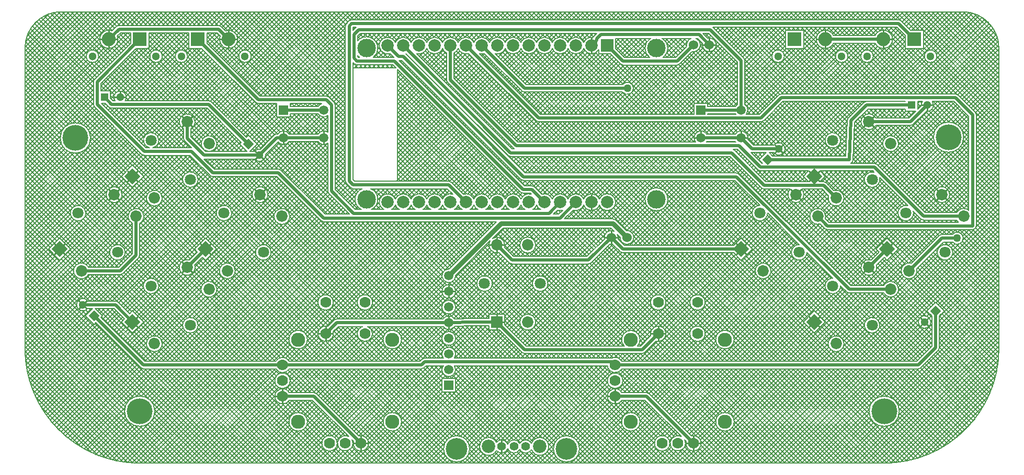
<source format=gbl>
G04*
G04 #@! TF.GenerationSoftware,Altium Limited,Altium Designer,23.7.1 (13)*
G04*
G04 Layer_Physical_Order=2*
G04 Layer_Color=16711680*
%FSLAX44Y44*%
%MOMM*%
G71*
G04*
G04 #@! TF.SameCoordinates,53C910CC-7849-4C62-84ED-885E7FD34011*
G04*
G04*
G04 #@! TF.FilePolarity,Positive*
G04*
G01*
G75*
%ADD12C,0.2540*%
%ADD21P,2.6163X4X90.0*%
%ADD22C,1.8500*%
%ADD23C,1.8000*%
%ADD28R,1.8500X1.8500*%
%ADD39C,0.2032*%
%ADD40C,0.5080*%
%ADD41C,0.7620*%
%ADD42R,2.0000X2.0000*%
%ADD43C,2.0000*%
%ADD44C,3.0000*%
%ADD45C,4.1910*%
%ADD46C,1.7780*%
%ADD47C,1.3000*%
%ADD48C,2.2500*%
%ADD49C,1.4224*%
%ADD50C,1.5080*%
%ADD51C,1.5240*%
%ADD52C,2.1844*%
%ADD53C,3.5160*%
%ADD54R,1.5080X1.5080*%
%ADD55P,1.8385X4X180.0*%
%ADD56R,1.3000X1.3000*%
%ADD57C,2.2860*%
%ADD58R,2.2500X2.2500*%
%ADD59R,1.5000X1.5000*%
%ADD60C,1.5000*%
%ADD61P,1.8385X4X270.0*%
%ADD62C,1.2700*%
D12*
X1582420Y779780D02*
X1596210D01*
X1582420D02*
Y793570D01*
Y765990D02*
Y779780D01*
X1474650D02*
X1488440D01*
Y793570D01*
Y765990D02*
Y779780D01*
X1653540Y673100D02*
X1662580D01*
X1644500D02*
X1653540D01*
Y664060D02*
Y673100D01*
X1558888Y646072D02*
X1567225Y654409D01*
X1550552D02*
X1558888Y646072D01*
X1550552Y637735D02*
X1558888Y646072D01*
X1567225Y637735D01*
X1413082Y602070D02*
X1419474Y595678D01*
X1413082Y602070D02*
X1419474Y608463D01*
X1406690D02*
X1413082Y602070D01*
X1406690Y595678D02*
X1413082Y602070D01*
X1470500Y557684D02*
X1478837Y566021D01*
X1470500Y557684D02*
X1478837Y549347D01*
X1462164Y566021D02*
X1470500Y557684D01*
X1462164Y549347D02*
X1470500Y557684D01*
X1300480Y770890D02*
X1310640D01*
X1300480D02*
Y781050D01*
X1290320Y770890D02*
X1300480D01*
Y760730D02*
Y770890D01*
X1109980Y769620D02*
Y782160D01*
Y757080D02*
Y769620D01*
X1352030Y620120D02*
X1362070D01*
X1352030D02*
Y630160D01*
X1287030Y620120D02*
Y630160D01*
X1276990Y620120D02*
X1287030D01*
X1676999Y527962D02*
X1685336Y536299D01*
X1676999Y527962D02*
X1685336Y519625D01*
X1668662Y536299D02*
X1676999Y527962D01*
X1668662Y519625D02*
X1676999Y527962D01*
X1588611Y439573D02*
X1596947Y447910D01*
X1588611Y439573D02*
X1596947Y431237D01*
X1440779Y527962D02*
X1449116Y536299D01*
X1440779Y527962D02*
X1449116Y519625D01*
X1432442D02*
X1440779Y527962D01*
X1432442Y536299D02*
X1440779Y527962D01*
X1580274Y447910D02*
X1588611Y439573D01*
X1550552Y418189D02*
X1558888Y409852D01*
X1567225Y401515D01*
X1649122Y321220D02*
X1655514Y327612D01*
X1642730Y314827D02*
X1649122Y321220D01*
X1655514Y314827D01*
X1642730Y327612D02*
X1649122Y321220D01*
X1550552Y401515D02*
X1558888Y409852D01*
X1470500Y321464D02*
X1478837Y313127D01*
X1470500Y321464D02*
X1478837Y329801D01*
X1462164D02*
X1470500Y321464D01*
X1462164Y313127D02*
X1470500Y321464D01*
X1141730Y458470D02*
X1151890D01*
X1141730D02*
Y468630D01*
Y448310D02*
Y458470D01*
X1352390Y439573D02*
X1360727Y447910D01*
X1344054D02*
X1352390Y439573D01*
X1344054Y431237D02*
X1352390Y439573D01*
X1360727Y431237D01*
X1109980Y515620D02*
Y528160D01*
Y503080D02*
Y515620D01*
X1131570Y458470D02*
X1141730D01*
X1217930Y290830D02*
Y302260D01*
Y313690D01*
Y302260D02*
X1229360D01*
X1206500D02*
X1217930D01*
X1275080Y124460D02*
X1286510D01*
X1275080D02*
Y135890D01*
X1263650Y124460D02*
X1275080D01*
Y113030D02*
Y124460D01*
X1148080Y200660D02*
Y212090D01*
X1136650Y200660D02*
X1148080D01*
Y189230D02*
Y200660D01*
X522440Y765990D02*
Y779780D01*
X536230D01*
X522440D02*
Y793570D01*
X508650Y779780D02*
X522440D01*
X328460D02*
X342250D01*
X328460D02*
Y793570D01*
Y765990D02*
Y779780D01*
X314670D02*
X328460D01*
X346710Y685800D02*
Y694840D01*
Y685800D02*
X355750D01*
X337670D02*
X346710D01*
X676390Y620120D02*
Y630160D01*
Y610080D02*
Y620120D01*
X611390D02*
Y630160D01*
Y610080D02*
Y620120D01*
X572252Y591820D02*
X578645Y585428D01*
X573369Y527962D02*
X581706Y519625D01*
X573369Y527962D02*
X581706Y536299D01*
X565032D02*
X573369Y527962D01*
X565032Y519625D02*
X573369Y527962D01*
X565860Y598212D02*
X572252Y591820D01*
X565860Y585428D02*
X572252Y591820D01*
X455258Y646072D02*
X463595Y654409D01*
X455258Y646072D02*
X463595Y637735D01*
X446922D02*
X455258Y646072D01*
X446922Y654409D02*
X455258Y646072D01*
X366870Y557684D02*
X375207Y566021D01*
X366870Y557684D02*
X375207Y549347D01*
X358534Y566021D02*
X366870Y557684D01*
X358534Y549347D02*
X366870Y557684D01*
X328812Y536299D02*
X337149Y527962D01*
X345486Y519625D01*
X337149Y527962D02*
X345486Y536299D01*
X328812Y519625D02*
X337149Y527962D01*
X956710Y446040D02*
X968500D01*
X956710D02*
Y457830D01*
X944920Y446040D02*
X956710D01*
Y434250D02*
Y446040D01*
Y321040D02*
X968500D01*
X956710D02*
Y332830D01*
X878840Y370840D02*
Y380920D01*
Y370840D02*
X888920D01*
X956710Y309250D02*
Y321040D01*
X878840Y320040D02*
Y330120D01*
Y309960D02*
Y320040D01*
X868760Y370840D02*
X878840D01*
Y360760D02*
Y370840D01*
X964250Y119380D02*
Y129032D01*
Y109728D02*
Y119380D01*
X736600Y113030D02*
Y124460D01*
Y135890D01*
Y124460D02*
X748030D01*
X725170D02*
X736600D01*
X484981Y439573D02*
X493317Y447910D01*
X484981Y439573D02*
X493317Y431237D01*
X476644Y447910D02*
X484981Y439573D01*
X446922Y418189D02*
X455258Y409852D01*
X463595Y401515D01*
X446922D02*
X455258Y409852D01*
X240424Y447910D02*
X248761Y439573D01*
X257097Y447910D01*
X248761Y439573D02*
X257097Y431237D01*
X240424D02*
X248761Y439573D01*
X679450Y302260D02*
Y313690D01*
X668020Y302260D02*
X679450D01*
X690880D01*
X679450Y290830D02*
Y302260D01*
X609600Y200660D02*
Y212090D01*
X598170Y200660D02*
X609600D01*
Y189230D02*
Y200660D01*
X366870Y321464D02*
X375207Y329801D01*
X366870Y321464D02*
X375207Y313127D01*
X358534D02*
X366870Y321464D01*
X286412Y349340D02*
X292804Y342948D01*
X286412Y349340D02*
X292804Y355733D01*
X280020D02*
X286412Y349340D01*
X280020Y342948D02*
X286412Y349340D01*
D21*
X484981Y439573D02*
D03*
X366870Y321464D02*
D03*
Y557684D02*
D03*
X1470500Y321464D02*
D03*
Y557684D02*
D03*
X1352390Y439573D02*
D03*
X1588611D02*
D03*
X248761D02*
D03*
D22*
X573369Y527962D02*
D03*
X520336Y404218D02*
D03*
X608724Y492607D02*
D03*
X1006710Y446040D02*
D03*
Y321040D02*
D03*
X956710Y446040D02*
D03*
X402226Y286108D02*
D03*
X455258Y409852D02*
D03*
X490614Y374497D02*
D03*
X490614Y610717D02*
D03*
X402226Y522328D02*
D03*
X455258Y646072D02*
D03*
X1558888Y409852D02*
D03*
X1505856Y286108D02*
D03*
X1594244Y374497D02*
D03*
X1558888Y646072D02*
D03*
X1505856Y522328D02*
D03*
X1594244Y610717D02*
D03*
X1440779Y527962D02*
D03*
X1387746Y404218D02*
D03*
X1476134Y492607D02*
D03*
X1676999Y527962D02*
D03*
X1623966Y404218D02*
D03*
X1712354Y492607D02*
D03*
X372504D02*
D03*
X284116Y404218D02*
D03*
X337149Y527962D02*
D03*
D23*
X515033Y497910D02*
D03*
X578672Y434270D02*
D03*
X1026710Y383540D02*
D03*
X936710D02*
D03*
X460562Y316160D02*
D03*
X396922Y379800D02*
D03*
X460562Y552380D02*
D03*
X396922Y616020D02*
D03*
X1500552Y379800D02*
D03*
X1564192Y316160D02*
D03*
X1500552Y616020D02*
D03*
X1564192Y552380D02*
D03*
X1382443Y497910D02*
D03*
X1446082Y434270D02*
D03*
X1618663Y497910D02*
D03*
X1682302Y434270D02*
D03*
X342452D02*
D03*
X278813Y497910D02*
D03*
D28*
X956710Y321040D02*
D03*
D39*
X1769364Y765810D02*
G03*
X1710690Y824484I-58674J0D01*
G01*
X1611077Y809744D02*
G03*
X1606766Y811530I-4311J-4311D01*
G01*
X1611077Y809744D02*
G03*
X1606766Y811530I-4311J-4311D01*
G01*
X1597226Y779780D02*
G03*
X1568927Y785876I-14806J0D01*
G01*
Y773684D02*
G03*
X1597226Y779780I13493J6096D01*
G01*
X1668976Y752280D02*
G03*
X1668976Y752280I-10056J0D01*
G01*
D02*
G03*
X1668976Y752280I-10056J0D01*
G01*
X1703062Y689603D02*
G03*
X1698752Y691388I-4311J-4311D01*
G01*
X1703062Y689603D02*
G03*
X1698752Y691388I-4311J-4311D01*
G01*
X1565976Y752280D02*
G03*
X1565976Y752280I-10056J0D01*
G01*
D02*
G03*
X1565976Y752280I-10056J0D01*
G01*
X1501933Y785876D02*
G03*
X1501933Y773684I-13493J-6096D01*
G01*
X1524996Y752280D02*
G03*
X1524996Y752280I-10056J0D01*
G01*
D02*
G03*
X1524996Y752280I-10056J0D01*
G01*
X1421996D02*
G03*
X1421996Y752280I-10056J0D01*
G01*
D02*
G03*
X1421996Y752280I-10056J0D01*
G01*
X1417574Y691388D02*
G03*
X1413264Y689603I0J-6096D01*
G01*
X1417574Y691388D02*
G03*
X1413264Y689603I0J-6096D01*
G01*
X1663596Y673100D02*
G03*
X1661538Y679196I-10056J0D01*
G01*
X1645542D02*
G03*
X1643574Y671755I7998J-6096D01*
G01*
X1652195Y663134D02*
G03*
X1663596Y673100I1345J9966D01*
G01*
X1732788Y657352D02*
G03*
X1731003Y661663I-6096J0D01*
G01*
X1732788Y657352D02*
G03*
X1731003Y661663I-6096J0D01*
G01*
X1555242Y679196D02*
G03*
X1550932Y677411I0J-6096D01*
G01*
X1555242Y679196D02*
G03*
X1550932Y677411I0J-6096D01*
G01*
X1626512Y639976D02*
G03*
X1630822Y641761I0J6096D01*
G01*
X1626512Y639976D02*
G03*
X1630822Y641761I0J6096D01*
G01*
X1570150Y652168D02*
G03*
X1549833Y655127I-11262J-6096D01*
G01*
X1567944Y637017D02*
G03*
X1570150Y639976I-9055J9055D01*
G01*
X1712341Y621030D02*
G03*
X1712341Y621030I-24511J0D01*
G01*
X1603299Y601661D02*
G03*
X1607050Y610717I-9055J9055D01*
G01*
D02*
G03*
X1585188Y619772I-12806J0D01*
G01*
D02*
G03*
X1603299Y601661I9055J-9055D01*
G01*
X1576748Y552380D02*
G03*
X1576360Y555477I-12556J0D01*
G01*
X1576748Y552380D02*
G03*
X1576360Y555477I-12556J0D01*
G01*
X1573070Y543502D02*
G03*
X1576748Y552380I-8878J8878D01*
G01*
X1573070Y543502D02*
G03*
X1576748Y552380I-8878J8878D01*
G01*
X1572239Y576840D02*
G03*
X1567929Y578625I-4311J-4311D01*
G01*
X1572239Y576840D02*
G03*
X1567929Y578625I-4311J-4311D01*
G01*
X1567288Y564549D02*
G03*
X1555314Y561259I-3096J-12168D01*
G01*
D02*
G03*
X1573070Y543502I8878J-8878D01*
G01*
X1555314Y561259D02*
G03*
X1573070Y543502I8878J-8878D01*
G01*
X1567288Y564549D02*
G03*
X1555314Y561259I-3096J-12168D01*
G01*
X1525531Y652010D02*
G03*
X1523752Y647976I4311J-4311D01*
G01*
X1525531Y652010D02*
G03*
X1523752Y647964I4311J-4311D01*
G01*
X1549833Y655127D02*
G03*
X1567944Y637017I9055J-9055D01*
G01*
X1509431Y607142D02*
G03*
X1513108Y616020I-8878J8878D01*
G01*
D02*
G03*
X1491674Y624898I-12556J0D01*
G01*
X1513108Y616020D02*
G03*
X1491674Y624898I-12556J0D01*
G01*
X1509431Y607142D02*
G03*
X1513108Y616020I-8878J8878D01*
G01*
X1491674Y624898D02*
G03*
X1509431Y607142I8878J-8878D01*
G01*
X1491674Y624898D02*
G03*
X1509431Y607142I8878J-8878D01*
G01*
X1384554Y646176D02*
G03*
X1388864Y647962I0J6096D01*
G01*
X1384554Y646176D02*
G03*
X1388864Y647962I0J6096D01*
G01*
X1423138Y602070D02*
G03*
X1405972Y609181I-10056J0D01*
G01*
X1420193Y594960D02*
G03*
X1423138Y602070I-7111J7111D01*
G01*
X1405085Y595974D02*
G03*
X1420193Y594960I7998J6096D01*
G01*
X1405972Y609181D02*
G03*
X1405085Y608166I7111J-7111D01*
G01*
X1529619Y578625D02*
G03*
X1533047Y583833I-2661J5484D01*
G01*
X1529619Y578625D02*
G03*
X1533048Y583846I-2661J5484D01*
G01*
X1489696Y547108D02*
G03*
X1485386Y548894I-4311J-4311D01*
G01*
X1489696Y547108D02*
G03*
X1485386Y548894I-4311J-4311D01*
G01*
X1379227Y568219D02*
G03*
X1383538Y566433I4311J4311D01*
G01*
X1379227Y568219D02*
G03*
X1383538Y566433I4311J4311D01*
G01*
X1385191Y538488D02*
G03*
X1389502Y536702I4311J4311D01*
G01*
X1385191Y538488D02*
G03*
X1389502Y536702I4311J4311D01*
G01*
X1311656Y770890D02*
G03*
X1298167Y781824I-11176J0D01*
G01*
X1286256Y770890D02*
G03*
X1279136Y781304I-11176J0D01*
G01*
X1289546Y773203D02*
G03*
X1311656Y770890I10934J-2313D01*
G01*
X1358126Y745248D02*
G03*
X1356340Y749559I-6096J0D01*
G01*
X1358126Y745248D02*
G03*
X1356340Y749559I-6096J0D01*
G01*
X1271024Y781304D02*
G03*
X1264146Y768577I4056J-10414D01*
G01*
X1272767Y759956D02*
G03*
X1286256Y770890I2313J10934D01*
G01*
X1233536Y765420D02*
G03*
X1224573Y781304I-18556J0D01*
G01*
X1233536Y765420D02*
G03*
X1224573Y781304I-18556J0D01*
G01*
X1225760Y750316D02*
G03*
X1233536Y765420I-10779J15104D01*
G01*
X1205387Y781304D02*
G03*
X1204201Y750316I9593J-15884D01*
G01*
X1225760D02*
G03*
X1233536Y765420I-10779J15104D01*
G01*
X1205387Y781304D02*
G03*
X1204201Y750316I9593J-15884D01*
G01*
X1248410Y738124D02*
G03*
X1252720Y739910I0J6096D01*
G01*
X1248410Y738124D02*
G03*
X1252720Y739910I0J6096D01*
G01*
X1114052Y785360D02*
G03*
X1112562Y782928I4311J-4311D01*
G01*
X1114052Y785360D02*
G03*
X1112562Y782928I4311J-4311D01*
G01*
D02*
G03*
X1097280Y774361I-2582J-13308D01*
G01*
D02*
G03*
X1071880Y774361I-12700J-4741D01*
G01*
D02*
G03*
X1046480Y774361I-12700J-4741D01*
G01*
D02*
G03*
X1021080Y774361I-12700J-4741D01*
G01*
D02*
G03*
X995680Y774361I-12700J-4741D01*
G01*
X1156469Y739910D02*
G03*
X1160780Y738124I4311J4311D01*
G01*
X1156469Y739910D02*
G03*
X1160780Y738124I4311J4311D01*
G01*
X1177798Y700278D02*
G03*
X1160084Y706374I-9906J0D01*
G01*
Y694182D02*
G03*
X1177798Y700278I7808J6096D01*
G01*
X1071880Y764879D02*
G03*
X1097280Y764879I12700J4741D01*
G01*
X1046480D02*
G03*
X1071880Y764879I12700J4741D01*
G01*
X1097280D02*
G03*
X1121824Y763026I12700J4741D01*
G01*
X1021080Y764879D02*
G03*
X1046480Y764879I12700J4741D01*
G01*
X995680D02*
G03*
X1021080Y764879I12700J4741D01*
G01*
X997212Y695967D02*
G03*
X1001522Y694182I4311J4311D01*
G01*
X997212Y695967D02*
G03*
X1001522Y694182I4311J4311D01*
G01*
X1345934Y674343D02*
G03*
X1342806Y671216I6096J-9224D01*
G01*
X1363086Y665120D02*
G03*
X1358126Y674343I-11056J0D01*
G01*
X1360785Y658368D02*
G03*
X1363086Y665120I-8755J6752D01*
G01*
X1342806Y659024D02*
G03*
X1343275Y658368I9224J6096D01*
G01*
X1363086Y620120D02*
G03*
X1342806Y626216I-11056J0D01*
G01*
X1362862Y617909D02*
G03*
X1363086Y620120I-10833J2211D01*
G01*
X1368508Y596180D02*
G03*
X1370080Y595974I1572J5890D01*
G01*
X1368508Y596180D02*
G03*
X1370080Y595974I1572J5890D01*
G01*
X1340726Y600195D02*
G03*
X1339367Y601218I-4311J-4311D01*
G01*
X1340726Y600195D02*
G03*
X1339367Y601218I-4311J-4311D01*
G01*
X1348956Y561109D02*
G03*
X1344646Y562895I-4311J-4311D01*
G01*
X1348956Y561109D02*
G03*
X1344646Y562895I-4311J-4311D01*
G01*
X1296254Y626216D02*
G03*
X1278243Y613410I-9224J-6096D01*
G01*
X1019818Y647962D02*
G03*
X1024128Y646176I4311J4311D01*
G01*
X1019818Y647962D02*
G03*
X1024128Y646176I4311J4311D01*
G01*
X995911Y552488D02*
G03*
X1000221Y550703I4311J4311D01*
G01*
X995911Y552488D02*
G03*
X1000221Y550703I4311J4311D01*
G01*
X1017516Y540504D02*
G03*
X1013206Y542290I-4311J-4311D01*
G01*
X1017516Y540504D02*
G03*
X1013206Y542290I-4311J-4311D01*
G01*
X994926Y531884D02*
G03*
X999236Y530098I4311J4311D01*
G01*
X994926Y531884D02*
G03*
X999236Y530098I4311J4311D01*
G01*
X1689805Y527962D02*
G03*
X1667944Y537017I-12806J0D01*
G01*
X1720596Y502408D02*
G03*
X1703299Y501662I-8242J-9801D01*
G01*
D02*
G03*
X1701092Y498703I9055J-9055D01*
G01*
Y486511D02*
G03*
X1703765Y483108I11262J6096D01*
G01*
X1686054Y518907D02*
G03*
X1689805Y527962I-9055J9055D01*
G01*
X1667944Y537017D02*
G03*
X1686054Y518907I9055J-9055D01*
G01*
X1631219Y497910D02*
G03*
X1630831Y501006I-12556J0D01*
G01*
X1631219Y497910D02*
G03*
X1630831Y501006I-12556J0D01*
G01*
X1621759Y510078D02*
G03*
X1609784Y506788I-3096J-12168D01*
G01*
X1621759Y510078D02*
G03*
X1609784Y506788I-3096J-12168D01*
G01*
X1627541Y489031D02*
G03*
X1631219Y497910I-8878J8878D01*
G01*
X1609784Y506788D02*
G03*
X1627541Y489031I8878J-8878D01*
G01*
D02*
G03*
X1631219Y497910I-8878J8878D01*
G01*
X1609784Y506788D02*
G03*
X1627541Y489031I8878J-8878D01*
G01*
X1643541Y488296D02*
G03*
X1647851Y486511I4311J4311D01*
G01*
X1643541Y488296D02*
G03*
X1647851Y486511I4311J4311D01*
G01*
X1726692Y470916D02*
G03*
X1732788Y477012I0J6096D01*
G01*
X1726692Y470916D02*
G03*
X1732788Y477012I0J6096D01*
G01*
X1711706Y457200D02*
G03*
X1693992Y463296I-9906J0D01*
G01*
Y451104D02*
G03*
X1711706Y457200I7808J6096D01*
G01*
X1691180Y425392D02*
G03*
X1694858Y434270I-8878J8878D01*
G01*
D02*
G03*
X1673423Y443149I-12556J0D01*
G01*
X1691180Y425392D02*
G03*
X1694858Y434270I-8878J8878D01*
G01*
D02*
G03*
X1673423Y443149I-12556J0D01*
G01*
X1676948Y463296D02*
G03*
X1672637Y461511I0J-6096D01*
G01*
X1676948Y463296D02*
G03*
X1672637Y461511I0J-6096D01*
G01*
X1673423Y443149D02*
G03*
X1691180Y425392I8878J-8878D01*
G01*
X1673423Y443149D02*
G03*
X1691180Y425392I8878J-8878D01*
G01*
X1518662Y522328D02*
G03*
X1502203Y534602I-12806J0D01*
G01*
X1514911Y513273D02*
G03*
X1518662Y522328I-9055J9055D01*
G01*
X1453585Y527962D02*
G03*
X1450139Y536702I-12806J0D01*
G01*
X1449834Y518907D02*
G03*
X1453585Y527962I-9055J9055D01*
G01*
X1493582Y525981D02*
G03*
X1514911Y513273I12274J-3653D01*
G01*
X1431419Y536702D02*
G03*
X1449834Y518907I9360J-8740D01*
G01*
X1488940Y492607D02*
G03*
X1467079Y501662I-12806J0D01*
G01*
X1488408Y488954D02*
G03*
X1488940Y492607I-12274J3653D01*
G01*
X1487418Y472701D02*
G03*
X1491729Y470916I4311J4311D01*
G01*
X1467079Y501662D02*
G03*
X1479787Y480333I9055J-9055D01*
G01*
X1487418Y472701D02*
G03*
X1491729Y470916I4311J4311D01*
G01*
X1454960Y425392D02*
G03*
X1458638Y434185I-8878J8878D01*
G01*
X1454960Y425392D02*
G03*
X1458638Y434185I-8878J8878D01*
G01*
X1445997Y446826D02*
G03*
X1437204Y443149I85J-12556D01*
G01*
X1445997Y446826D02*
G03*
X1437204Y443149I85J-12556D01*
G01*
D02*
G03*
X1454960Y425392I8878J-8878D01*
G01*
X1437204Y443149D02*
G03*
X1454960Y425392I8878J-8878D01*
G01*
X1656233Y314109D02*
G03*
X1659178Y321220I-7111J7111D01*
G01*
D02*
G03*
X1642011Y328330I-10056J0D01*
G01*
D02*
G03*
X1656233Y314109I7111J-7111D01*
G01*
X1627619Y416492D02*
G03*
X1614910Y413273I-3653J-12274D01*
G01*
X1636772Y404218D02*
G03*
X1636240Y407871I-12806J0D01*
G01*
X1614910Y413273D02*
G03*
X1633021Y395163I9055J-9055D01*
G01*
D02*
G03*
X1636772Y404218I-9055J9055D01*
G01*
X1567944Y400797D02*
G03*
X1571694Y409852I-9055J9055D01*
G01*
D02*
G03*
X1571142Y413574I-12806J0D01*
G01*
X1603299Y365441D02*
G03*
X1607050Y374497I-9055J9055D01*
G01*
D02*
G03*
X1585189Y383552I-12806J0D01*
G01*
X1582982Y368401D02*
G03*
X1603299Y365441I11262J6096D01*
G01*
X1585189Y383552D02*
G03*
X1582982Y380593I9055J-9055D01*
G01*
X1576748Y316160D02*
G03*
X1555314Y325039I-12556J0D01*
G01*
X1576748Y316160D02*
G03*
X1555314Y325039I-12556J0D01*
G01*
X1573070Y307282D02*
G03*
X1576748Y316160I-8878J8878D01*
G01*
X1573070Y307282D02*
G03*
X1576748Y316160I-8878J8878D01*
G01*
X1555314Y325039D02*
G03*
X1573070Y307282I8878J-8878D01*
G01*
X1555314Y325039D02*
G03*
X1573070Y307282I8878J-8878D01*
G01*
X1583690Y92456D02*
G03*
X1769364Y278130I0J185674D01*
G01*
X1671393Y275089D02*
G03*
X1673178Y279400I-4311J4311D01*
G01*
X1671393Y275089D02*
G03*
X1673178Y279400I-4311J4311D01*
G01*
X1639142Y245364D02*
G03*
X1643453Y247150I0J6096D01*
G01*
X1639142Y245364D02*
G03*
X1643453Y247150I0J6096D01*
G01*
X1608201Y176530D02*
G03*
X1608201Y176530I-24511J0D01*
G01*
X1562471Y422146D02*
G03*
X1549833Y418907I-3583J-12294D01*
G01*
D02*
G03*
X1567944Y400797I9055J-9055D01*
G01*
X1522637Y370186D02*
G03*
X1526947Y368401I4311J4311D01*
G01*
X1522637Y370186D02*
G03*
X1526947Y368401I4311J4311D01*
G01*
X1509431Y370922D02*
G03*
X1513108Y379715I-8878J8878D01*
G01*
X1491674Y388679D02*
G03*
X1509431Y370922I8878J-8878D01*
G01*
X1491674Y388679D02*
G03*
X1509431Y370922I8878J-8878D01*
G01*
D02*
G03*
X1513108Y379715I-8878J8878D01*
G01*
X1514911Y277053D02*
G03*
X1518662Y286108I-9055J9055D01*
G01*
D02*
G03*
X1496801Y295163I-12806J0D01*
G01*
D02*
G03*
X1514911Y277053I9055J-9055D01*
G01*
X1500467Y392356D02*
G03*
X1491674Y388679I85J-12556D01*
G01*
X1500467Y392356D02*
G03*
X1491674Y388679I85J-12556D01*
G01*
X1233536Y520320D02*
G03*
X1233536Y520320I-18556J0D01*
G01*
D02*
G03*
X1233536Y520320I-18556J0D01*
G01*
X1391321Y489031D02*
G03*
X1394998Y497825I-8878J8878D01*
G01*
X1382358Y510465D02*
G03*
X1373564Y506788I85J-12556D01*
G01*
X1391321Y489031D02*
G03*
X1394998Y497825I-8878J8878D01*
G01*
X1373564Y506788D02*
G03*
X1391321Y489031I8878J-8878D01*
G01*
X1382358Y510465D02*
G03*
X1373564Y506788I85J-12556D01*
G01*
D02*
G03*
X1391321Y489031I8878J-8878D01*
G01*
X1149733Y486284D02*
G03*
X1144524Y488442I-5209J-5209D01*
G01*
X1149733Y486284D02*
G03*
X1144524Y488442I-5209J-5209D01*
G01*
X1178306Y458470D02*
G03*
X1166395Y469622I-11176J0D01*
G01*
X1155978Y459205D02*
G03*
X1178306Y458470I11152J-735D01*
G01*
X1152906D02*
G03*
X1151737Y463446I-11176J0D01*
G01*
X1152664Y456157D02*
G03*
X1152906Y458470I-10934J2313D01*
G01*
X1139417Y447536D02*
G03*
X1144043Y447536I2313J10934D01*
G01*
X1400552Y404218D02*
G03*
X1378690Y413273I-12806J0D01*
G01*
D02*
G03*
X1396801Y395163I9055J-9055D01*
G01*
D02*
G03*
X1400552Y404218I-9055J9055D01*
G01*
X1156316Y435263D02*
G03*
X1160627Y433477I4311J4311D01*
G01*
X1156316Y435263D02*
G03*
X1160627Y433477I4311J4311D01*
G01*
X1293876Y353060D02*
G03*
X1293876Y353060I-12446J0D01*
G01*
X1230376D02*
G03*
X1230376Y353060I-12446J0D01*
G01*
X1148936Y515620D02*
G03*
X1122680Y520361I-13556J0D01*
G01*
Y510879D02*
G03*
X1148936Y515620I12700J4741D01*
G01*
X1122680Y520361D02*
G03*
X1097280Y520361I-12700J-4741D01*
G01*
Y510879D02*
G03*
X1122680Y510879I12700J4741D01*
G01*
X1146706Y468477D02*
G03*
X1130796Y456157I-4976J-10007D01*
G01*
X1097280Y520361D02*
G03*
X1071880Y520361I-12700J-4741D01*
G01*
X1080329Y502748D02*
G03*
X1097280Y510879I4251J12872D01*
G01*
X1071880Y520361D02*
G03*
X1046480Y520361I-12700J-4741D01*
G01*
X1012133Y528646D02*
G03*
X995680Y520361I-3752J-13026D01*
G01*
X1046480D02*
G03*
X1029529Y528492I-12700J-4741D01*
G01*
X1021080Y510879D02*
G03*
X1027358Y503682I12700J4741D01*
G01*
X995680Y510879D02*
G03*
X1001958Y503682I12700J4741D01*
G01*
X1014803D02*
G03*
X1021080Y510879I-6423J11938D01*
G01*
X1054929Y502748D02*
G03*
X1062933Y502594I4251J12872D01*
G01*
X1104810Y415454D02*
G03*
X1109121Y417240I0J6096D01*
G01*
X1104810Y415454D02*
G03*
X1109121Y417240I0J6096D01*
G01*
X1039266Y383540D02*
G03*
X1039266Y383540I-12556J0D01*
G01*
D02*
G03*
X1039266Y383540I-12556J0D01*
G01*
X1340866Y292735D02*
G03*
X1340866Y292735I-14986J0D01*
G01*
X1293876Y302260D02*
G03*
X1293876Y302260I-12446J0D01*
G01*
X1214568Y290277D02*
G03*
X1230376Y302260I3362J11983D01*
G01*
D02*
G03*
X1205947Y298898I-12446J0D01*
G01*
X1184132Y282194D02*
G03*
X1188466Y292735I-10652J10541D01*
G01*
X1203191Y204970D02*
G03*
X1198880Y206756I-4311J-4311D01*
G01*
X1203191Y204970D02*
G03*
X1198880Y206756I-4311J-4311D01*
G01*
X1191768Y270002D02*
G03*
X1196078Y271787I0J6096D01*
G01*
X1191768Y270002D02*
G03*
X1196078Y271787I0J6096D01*
G01*
X1340866Y159385D02*
G03*
X1340866Y159385I-14986J0D01*
G01*
X1287526Y124460D02*
G03*
X1271718Y136443I-12446J0D01*
G01*
X1263097Y127822D02*
G03*
X1287526Y124460I11983J-3362D01*
G01*
X1255411Y135508D02*
G03*
X1262126Y124460I-5731J-11048D01*
G01*
X1236726D02*
G03*
X1236726Y124460I-12446J0D01*
G01*
X1262126D02*
G03*
X1260728Y130191I-12446J0D01*
G01*
X1188466Y292735D02*
G03*
X1162828Y282194I-14986J0D01*
G01*
X1158931Y257556D02*
G03*
X1142603Y262636I-10851J-6096D01*
G01*
X1135676Y250444D02*
G03*
X1158931Y245364I12405J1016D01*
G01*
X1160526Y226060D02*
G03*
X1160526Y226060I-12446J0D01*
G01*
X997342Y271787D02*
G03*
X1001652Y270002I4311J4311D01*
G01*
X997342Y271787D02*
G03*
X1001652Y270002I4311J4311D01*
G01*
X1158931Y206756D02*
G03*
X1158931Y194564I-10851J-6096D01*
G01*
X1188466Y159385D02*
G03*
X1188466Y159385I-14986J0D01*
G01*
X1090476Y115570D02*
G03*
X1090476Y115570I-21136J0D01*
G01*
X1040728Y119380D02*
G03*
X1012667Y124392I-14478J0D01*
G01*
Y114368D02*
G03*
X1040728Y119380I13583J5013D01*
G01*
X970280Y764879D02*
G03*
X995680Y764879I12700J4741D01*
G01*
Y774361D02*
G03*
X970280Y774361I-12700J-4741D01*
G01*
X953827Y756594D02*
G03*
X970280Y764879I3753J13026D01*
G01*
Y774361D02*
G03*
X944880Y774361I-12700J-4741D01*
G01*
D02*
G03*
X919480Y774361I-12700J-4741D01*
G01*
X928427Y756594D02*
G03*
X936431Y756748I3753J13026D01*
G01*
X919480Y774361D02*
G03*
X894080Y774361I-12700J-4741D01*
G01*
D02*
G03*
X868680Y774361I-12700J-4741D01*
G01*
X894080Y764879D02*
G03*
X911031Y756748I12700J4741D01*
G01*
X887476Y757512D02*
G03*
X894080Y764879I-6096J12108D01*
G01*
X868680D02*
G03*
X875284Y757512I12700J4741D01*
G01*
X868680Y774361D02*
G03*
X843280Y774361I-12700J-4741D01*
G01*
Y764879D02*
G03*
X868680Y764879I12700J4741D01*
G01*
X826827Y756594D02*
G03*
X843280Y764879I3753J13026D01*
G01*
Y774361D02*
G03*
X817880Y774361I-12700J-4741D01*
G01*
D02*
G03*
X792480Y774361I-12700J-4741D01*
G01*
D02*
G03*
X784031Y756748I-12700J-4741D01*
G01*
X721614Y811530D02*
G03*
X717303Y809744I0J-6096D01*
G01*
X721614Y811530D02*
G03*
X717303Y809744I0J-6096D01*
G01*
X764036Y765420D02*
G03*
X731266Y777348I-18556J0D01*
G01*
X764036Y765420D02*
G03*
X731266Y777348I-18556J0D01*
G01*
X713240Y805680D02*
G03*
X711454Y801370I4311J-4311D01*
G01*
X713240Y805680D02*
G03*
X711454Y801370I4311J-4311D01*
G01*
X756607Y750570D02*
G03*
X764036Y765420I-11127J14850D01*
G01*
X756607Y750570D02*
G03*
X764036Y765420I-11127J14850D01*
G01*
X731266Y753492D02*
G03*
X734353Y750570I14214J11928D01*
G01*
X731266Y753492D02*
G03*
X734353Y750570I14214J11928D01*
G01*
X725686Y740163D02*
G03*
X729996Y738378I4311J4311D01*
G01*
X725686Y740163D02*
G03*
X729996Y738378I4311J4311D01*
G01*
X875284Y713740D02*
G03*
X877069Y709429I6096J0D01*
G01*
X875284Y713740D02*
G03*
X877069Y709429I6096J0D01*
G01*
X983495Y603004D02*
G03*
X984855Y601980I4311J4311D01*
G01*
X983495Y603004D02*
G03*
X984855Y601980I4311J4311D01*
G01*
X974605Y591573D02*
G03*
X978916Y589788I4311J4311D01*
G01*
X974605Y591573D02*
G03*
X978916Y589788I4311J4311D01*
G01*
X995680Y520361D02*
G03*
X970280Y520361I-12700J-4741D01*
G01*
D02*
G03*
X944880Y520361I-12700J-4741D01*
G01*
X883150Y547870D02*
G03*
X878840Y549656I-4311J-4311D01*
G01*
X883150Y547870D02*
G03*
X878840Y549656I-4311J-4311D01*
G01*
X944880Y520361D02*
G03*
X919480Y520361I-12700J-4741D01*
G01*
X885133Y528646D02*
G03*
X868680Y520361I-3752J-13026D01*
G01*
X919480D02*
G03*
X902529Y528492I-12700J-4741D01*
G01*
X868680Y520361D02*
G03*
X843280Y520361I-12700J-4741D01*
G01*
X695198Y673100D02*
G03*
X693412Y677411I-6096J0D01*
G01*
X695198Y673100D02*
G03*
X693412Y677411I-6096J0D01*
G01*
X684777Y686047D02*
G03*
X680466Y687832I-4311J-4311D01*
G01*
X684777Y686047D02*
G03*
X680466Y687832I-4311J-4311D01*
G01*
X667166Y659024D02*
G03*
X683006Y656262I9224J6096D01*
G01*
Y628978D02*
G03*
X667166Y626216I-6616J-8858D01*
G01*
X843280Y520361D02*
G03*
X817880Y520361I-12700J-4741D01*
G01*
D02*
G03*
X792480Y520361I-12700J-4741D01*
G01*
X719589Y539249D02*
G03*
X723900Y537464I4311J4311D01*
G01*
X719589Y539249D02*
G03*
X723900Y537464I4311J4311D01*
G01*
X711454Y549910D02*
G03*
X713240Y545600I6096J0D01*
G01*
X711454Y549910D02*
G03*
X713240Y545600I6096J0D01*
G01*
X683006Y533400D02*
G03*
X684791Y529090I6096J0D01*
G01*
X683006Y533400D02*
G03*
X684791Y529090I6096J0D01*
G01*
X764036Y520320D02*
G03*
X752580Y537464I-18556J0D01*
G01*
X764036Y520320D02*
G03*
X752580Y537464I-18556J0D01*
G01*
X510240Y800601D02*
G03*
X505930Y802386I-4311J-4311D01*
G01*
X510240Y800601D02*
G03*
X505930Y802386I-4311J-4311D01*
G01*
X537246Y779780D02*
G03*
X517210Y793631I-14806J0D01*
G01*
X508588Y785010D02*
G03*
X537246Y779780I13851J-5230D01*
G01*
X566174Y677426D02*
G03*
X570484Y675640I4311J4311D01*
G01*
X566174Y677426D02*
G03*
X570484Y675640I4311J4311D01*
G01*
X558996Y752280D02*
G03*
X558996Y752280I-10056J0D01*
G01*
D02*
G03*
X558996Y752280I-10056J0D01*
G01*
X455996D02*
G03*
X455996Y752280I-10056J0D01*
G01*
D02*
G03*
X455996Y752280I-10056J0D01*
G01*
X415016D02*
G03*
X415016Y752280I-10056J0D01*
G01*
D02*
G03*
X415016Y752280I-10056J0D01*
G01*
X494266Y678427D02*
G03*
X489956Y680212I-4311J-4311D01*
G01*
X494266Y678427D02*
G03*
X489956Y680212I-4311J-4311D01*
G01*
X344970Y802386D02*
G03*
X340659Y800601I0J-6096D01*
G01*
X344970Y802386D02*
G03*
X340659Y800601I0J-6096D01*
G01*
X343266Y779780D02*
G03*
X342311Y785010I-14806J0D01*
G01*
X333690Y793631D02*
G03*
X343266Y779780I-5230J-13851D01*
G01*
X251460Y824484D02*
G03*
X192786Y765810I0J-58674D01*
G01*
X305315Y715257D02*
G03*
X303530Y710946I4311J-4311D01*
G01*
X312016Y752280D02*
G03*
X312016Y752280I-10056J0D01*
G01*
D02*
G03*
X312016Y752280I-10056J0D01*
G01*
X305315Y715257D02*
G03*
X303530Y710946I4311J-4311D01*
G01*
X355070Y680212D02*
G03*
X356766Y685800I-8360J5588D01*
G01*
D02*
G03*
X338349Y680212I-10056J0D01*
G01*
X672990Y675640D02*
G03*
X667166Y671216I3400J-10520D01*
G01*
Y614024D02*
G03*
X683006Y611262I9224J6096D01*
G01*
X620614Y626216D02*
G03*
X602167Y626216I-9224J-6096D01*
G01*
X600552D02*
G03*
X596242Y624431I0J-6096D01*
G01*
X600552Y626216D02*
G03*
X596242Y624431I0J-6096D01*
G01*
X602543Y613490D02*
G03*
X620614Y614024I8847J6630D01*
G01*
X499669Y601661D02*
G03*
X503420Y610717I-9055J9055D01*
G01*
D02*
G03*
X481558Y619772I-12806J0D01*
G01*
D02*
G03*
X490242Y597916I9055J-9055D01*
G01*
X490986D02*
G03*
X499669Y601661I-372J12801D01*
G01*
X582308Y591820D02*
G03*
X582218Y593165I-10056J0D01*
G01*
X573597Y601786D02*
G03*
X564255Y597916I-1345J-9966D01*
G01*
X565142Y584709D02*
G03*
X582308Y591820I7111J7111D01*
G01*
X607307Y567429D02*
G03*
X602996Y569214I-4311J-4311D01*
G01*
X607307Y567429D02*
G03*
X602996Y569214I-4311J-4311D01*
G01*
X582424Y518907D02*
G03*
X586175Y527962I-9055J9055D01*
G01*
D02*
G03*
X564314Y537017I-12806J0D01*
G01*
D02*
G03*
X582424Y518907I9055J-9055D01*
G01*
X564255Y585724D02*
G03*
X565142Y584709I7998J6096D01*
G01*
X492259Y558807D02*
G03*
X496570Y557022I4311J4311D01*
G01*
X492259Y558807D02*
G03*
X496570Y557022I4311J4311D01*
G01*
X468064Y646072D02*
G03*
X446203Y655127I-12806J0D01*
G01*
D02*
G03*
X449162Y634810I9055J-9055D01*
G01*
X464314Y637017D02*
G03*
X468064Y646072I-9055J9055D01*
G01*
X461354Y634810D02*
G03*
X464314Y637017I-6096J11262D01*
G01*
X449162Y619162D02*
G03*
X450948Y614851I6096J0D01*
G01*
X449162Y619162D02*
G03*
X450948Y614851I6096J0D01*
G01*
X328684Y669806D02*
G03*
X332994Y668020I4311J4311D01*
G01*
X328684Y669806D02*
G03*
X332994Y668020I4311J4311D01*
G01*
X303530Y674116D02*
G03*
X305315Y669806I6096J0D01*
G01*
X303530Y674116D02*
G03*
X305315Y669806I6096J0D01*
G01*
X409478Y616020D02*
G03*
X388044Y624898I-12556J0D01*
G01*
X409478Y616020D02*
G03*
X388044Y624898I-12556J0D01*
G01*
X405801Y607142D02*
G03*
X409478Y616020I-8878J8878D01*
G01*
X388044Y624898D02*
G03*
X394221Y603758I8878J-8878D01*
G01*
X405801Y607142D02*
G03*
X409478Y616020I-8878J8878D01*
G01*
X388044Y624898D02*
G03*
X394221Y603758I8878J-8878D01*
G01*
X399623D02*
G03*
X405801Y607142I-2701J12262D01*
G01*
X399623Y603758D02*
G03*
X405801Y607142I-2701J12262D01*
G01*
X469440Y543502D02*
G03*
X473118Y552380I-8878J8878D01*
G01*
D02*
G03*
X451684Y561259I-12556J0D01*
G01*
X469440Y543502D02*
G03*
X473118Y552380I-8878J8878D01*
G01*
D02*
G03*
X451684Y561259I-12556J0D01*
G01*
D02*
G03*
X469440Y543502I8878J-8878D01*
G01*
X451684Y561259D02*
G03*
X469440Y543502I8878J-8878D01*
G01*
X415032Y522328D02*
G03*
X393171Y531383I-12806J0D01*
G01*
X411281Y513273D02*
G03*
X415032Y522328I-9055J9055D01*
G01*
X381769Y593352D02*
G03*
X386080Y591566I4311J4311D01*
G01*
X381769Y593352D02*
G03*
X386080Y591566I4311J4311D01*
G01*
X298831Y619760D02*
G03*
X298831Y619760I-24511J0D01*
G01*
X349955Y527962D02*
G03*
X328094Y537017I-12806J0D01*
G01*
D02*
G03*
X346204Y518907I9055J-9055D01*
G01*
D02*
G03*
X349955Y527962I-9055J9055D01*
G01*
X989403Y503682D02*
G03*
X995680Y510879I-6423J11938D01*
G01*
X970280D02*
G03*
X976558Y503682I12700J4741D01*
G01*
X964003D02*
G03*
X970280Y510879I-6423J11938D01*
G01*
X1019516Y446040D02*
G03*
X1019516Y446040I-12806J0D01*
G01*
X976889Y417240D02*
G03*
X981200Y415454I4311J4311D01*
G01*
X976889Y417240D02*
G03*
X981200Y415454I4311J4311D01*
G01*
X968984Y442387D02*
G03*
X969516Y446040I-12274J3653D01*
G01*
D02*
G03*
X949907Y456890I-12806J0D01*
G01*
X945860Y452843D02*
G03*
X960363Y433766I10850J-6803D01*
G01*
X938603Y503682D02*
G03*
X944880Y510879I-6423J11938D01*
G01*
X919480D02*
G03*
X925758Y503682I12700J4741D01*
G01*
X944880Y510879D02*
G03*
X951158Y503682I12700J4741D01*
G01*
X894080Y510879D02*
G03*
X900358Y503682I12700J4741D01*
G01*
X887803D02*
G03*
X894080Y510879I-6423J11938D01*
G01*
X913203Y503682D02*
G03*
X919480Y510879I-6423J11938D01*
G01*
X1019516Y321040D02*
G03*
X1019516Y321040I-12806J0D01*
G01*
X949266Y383540D02*
G03*
X949266Y383540I-12556J0D01*
G01*
D02*
G03*
X949266Y383540I-12556J0D01*
G01*
X843280Y510879D02*
G03*
X849558Y503682I12700J4741D01*
G01*
X868680Y510879D02*
G03*
X874958Y503682I12700J4741D01*
G01*
X862403D02*
G03*
X868680Y510879I-6423J11938D01*
G01*
X837003Y503682D02*
G03*
X843280Y510879I-6423J11938D01*
G01*
X817880D02*
G03*
X824158Y503682I12700J4741D01*
G01*
X879499Y407316D02*
G03*
X889936Y396240I-659J-11076D01*
G01*
Y370840D02*
G03*
X889936Y370840I-11096J0D01*
G01*
X753696Y503682D02*
G03*
X764036Y520320I-8216J16638D01*
G01*
X738380Y537464D02*
G03*
X737264Y503682I7100J-17144D01*
G01*
X738380Y537464D02*
G03*
X737264Y503682I7100J-17144D01*
G01*
X753696D02*
G03*
X764036Y520320I-8216J16638D01*
G01*
X792480Y510879D02*
G03*
X798758Y503682I12700J4741D01*
G01*
X786203D02*
G03*
X792480Y510879I-6423J11938D01*
G01*
X811603Y503682D02*
G03*
X817880Y510879I-6423J11938D01*
G01*
X792480Y520361D02*
G03*
X773358Y503682I-12700J-4741D01*
G01*
X889936Y345440D02*
G03*
X889936Y345440I-11096J0D01*
G01*
X887956Y326367D02*
G03*
X869568Y326136I-9116J-6327D01*
G01*
Y313944D02*
G03*
X888261Y314179I9272J6096D01*
G01*
X755396Y353060D02*
G03*
X755396Y353060I-12446J0D01*
G01*
Y302260D02*
G03*
X747238Y313944I-12446J0D01*
G01*
X738662D02*
G03*
X755396Y302260I4288J-11684D01*
G01*
X697230Y326136D02*
G03*
X692919Y324351I0J-6096D01*
G01*
X697230Y326136D02*
G03*
X692919Y324351I0J-6096D01*
G01*
X889936Y269240D02*
G03*
X869923Y262636I-11096J0D01*
G01*
X889936Y294640D02*
G03*
X889936Y294640I-11096J0D01*
G01*
X887757Y262636D02*
G03*
X889936Y269240I-8917J6604D01*
G01*
X839724Y262636D02*
G03*
X835414Y260851I0J-6096D01*
G01*
X889936Y243840D02*
G03*
X887757Y250444I-11096J0D01*
G01*
X869923D02*
G03*
X889936Y243840I8917J-6604D01*
G01*
X839724Y262636D02*
G03*
X835414Y260851I0J-6096D01*
G01*
X834644Y245364D02*
G03*
X838954Y247150I0J6096D01*
G01*
X834644Y245364D02*
G03*
X838954Y247150I0J6096D01*
G01*
X1012667Y124392D02*
G03*
X993750Y124233I-9417J-5013D01*
G01*
X974250Y115664D02*
G03*
X993750Y114527I10000J3716D01*
G01*
D02*
G03*
X1012667Y114368I9500J4853D01*
G01*
X993750Y124233D02*
G03*
X974250Y123096I-9500J-4853D01*
G01*
D02*
G03*
X956031Y126181I-10000J-3716D01*
G01*
Y112579D02*
G03*
X974250Y115664I8219J6801D01*
G01*
X956031Y126181D02*
G03*
X956031Y112579I-12781J-6801D01*
G01*
X912676Y115570D02*
G03*
X912676Y115570I-21136J0D01*
G01*
X802386Y292735D02*
G03*
X802386Y292735I-14986J0D01*
G01*
Y159385D02*
G03*
X802386Y159385I-14986J0D01*
G01*
X749046Y124460D02*
G03*
X733238Y136443I-12446J0D01*
G01*
X724617Y127822D02*
G03*
X749046Y124460I11983J-3362D01*
G01*
X716931Y135508D02*
G03*
X723646Y124460I-5731J-11048D01*
G01*
D02*
G03*
X722248Y130191I-12446J0D01*
G01*
X698246Y124460D02*
G03*
X698246Y124460I-12446J0D01*
G01*
X671837Y485656D02*
G03*
X676148Y483870I4311J4311D01*
G01*
X671837Y485656D02*
G03*
X676148Y483870I4311J4311D01*
G01*
X621530Y492607D02*
G03*
X599669Y501662I-12806J0D01*
G01*
D02*
G03*
X617779Y483551I9055J-9055D01*
G01*
D02*
G03*
X621530Y492607I-9055J9055D01*
G01*
X587550Y425392D02*
G03*
X591228Y434270I-8878J8878D01*
G01*
X587550Y425392D02*
G03*
X591228Y434270I-8878J8878D01*
G01*
D02*
G03*
X569794Y443149I-12556J0D01*
G01*
X591228Y434270D02*
G03*
X569794Y443149I-12556J0D01*
G01*
X393171Y531383D02*
G03*
X411281Y513273I9055J-9055D01*
G01*
X527589Y497910D02*
G03*
X506154Y506788I-12556J0D01*
G01*
X523911Y489031D02*
G03*
X527589Y497910I-8878J8878D01*
G01*
D02*
G03*
X506154Y506788I-12556J0D01*
G01*
X523911Y489031D02*
G03*
X527589Y497910I-8878J8878D01*
G01*
X506154Y506788D02*
G03*
X523911Y489031I8878J-8878D01*
G01*
X506154Y506788D02*
G03*
X523911Y489031I8878J-8878D01*
G01*
X381559Y483551D02*
G03*
X385310Y492607I-9055J9055D01*
G01*
X378600Y481345D02*
G03*
X381559Y483551I-6096J11262D01*
G01*
X376815Y425598D02*
G03*
X378600Y429908I-4311J4311D01*
G01*
X376815Y425598D02*
G03*
X378600Y429908I-4311J4311D01*
G01*
X569794Y443149D02*
G03*
X587550Y425392I8878J-8878D01*
G01*
X569794Y443149D02*
G03*
X587550Y425392I8878J-8878D01*
G01*
X458842Y422146D02*
G03*
X446203Y418907I-3583J-12294D01*
G01*
X533142Y404218D02*
G03*
X511281Y413273I-12806J0D01*
G01*
X446203Y418907D02*
G03*
X464314Y400797I9055J-9055D01*
G01*
X511281Y413273D02*
G03*
X529391Y395163I9055J-9055D01*
G01*
D02*
G03*
X533142Y404218I-9055J9055D01*
G01*
X468064Y409852D02*
G03*
X467511Y413574I-12806J0D01*
G01*
X464314Y400797D02*
G03*
X468064Y409852I-9055J9055D01*
G01*
X409478Y379800D02*
G03*
X388044Y388679I-12556J0D01*
G01*
X409478Y379800D02*
G03*
X388044Y388679I-12556J0D01*
G01*
X385310Y492607D02*
G03*
X363449Y501662I-12806J0D01*
G01*
D02*
G03*
X366408Y481345I9055J-9055D01*
G01*
X351330Y425392D02*
G03*
X355008Y434270I-8878J8878D01*
G01*
X351330Y425392D02*
G03*
X355008Y434270I-8878J8878D01*
G01*
D02*
G03*
X333573Y443149I-12556J0D01*
G01*
X355008Y434270D02*
G03*
X333573Y443149I-12556J0D01*
G01*
D02*
G03*
X351330Y425392I8878J-8878D01*
G01*
X333573Y443149D02*
G03*
X351330Y425392I8878J-8878D01*
G01*
X291369Y497910D02*
G03*
X269934Y506788I-12556J0D01*
G01*
X291369Y497910D02*
G03*
X269934Y506788I-12556J0D01*
G01*
D02*
G03*
X287691Y489031I8878J-8878D01*
G01*
X269934Y506788D02*
G03*
X287691Y489031I8878J-8878D01*
G01*
D02*
G03*
X291369Y497910I-8878J8878D01*
G01*
X287691Y489031D02*
G03*
X291369Y497910I-8878J8878D01*
G01*
X346814Y398122D02*
G03*
X351125Y399908I0J6096D01*
G01*
X346814Y398122D02*
G03*
X351125Y399908I0J6096D01*
G01*
X295378Y410314D02*
G03*
X275061Y413273I-11262J-6096D01*
G01*
D02*
G03*
X293171Y395163I9055J-9055D01*
G01*
D02*
G03*
X295378Y398122I-9055J9055D01*
G01*
X691896Y353060D02*
G03*
X691896Y353060I-12446J0D01*
G01*
Y302260D02*
G03*
X691433Y305622I-12446J0D01*
G01*
X682812Y314243D02*
G03*
X691896Y302260I-3362J-11983D01*
G01*
X649986Y292735D02*
G03*
X649986Y292735I-14986J0D01*
G01*
X598749Y245364D02*
G03*
X620451Y245364I10851J6096D01*
G01*
Y257556D02*
G03*
X598749Y257556I-10851J-6096D01*
G01*
X622046Y226060D02*
G03*
X622046Y226060I-12446J0D01*
G01*
X503420Y374497D02*
G03*
X481559Y383552I-12806J0D01*
G01*
D02*
G03*
X499669Y365441I9055J-9055D01*
G01*
D02*
G03*
X503420Y374497I-9055J9055D01*
G01*
X473118Y316160D02*
G03*
X451684Y325039I-12556J0D01*
G01*
X473118Y316160D02*
G03*
X451684Y325039I-12556J0D01*
G01*
D02*
G03*
X469440Y307282I8878J-8878D01*
G01*
X405801Y370922D02*
G03*
X409478Y379800I-8878J8878D01*
G01*
X405801Y370922D02*
G03*
X409478Y379800I-8878J8878D01*
G01*
X451684Y325039D02*
G03*
X469440Y307282I8878J-8878D01*
G01*
D02*
G03*
X473118Y316160I-8878J8878D01*
G01*
X469440Y307282D02*
G03*
X473118Y316160I-8878J8878D01*
G01*
X411281Y277053D02*
G03*
X415032Y286108I-9055J9055D01*
G01*
X664710Y204970D02*
G03*
X660400Y206756I-4311J-4311D01*
G01*
X664710Y204970D02*
G03*
X660400Y206756I-4311J-4311D01*
G01*
X649986Y159385D02*
G03*
X649986Y159385I-14986J0D01*
G01*
X620451Y206756D02*
G03*
X620451Y194564I-10851J-6096D01*
G01*
X388044Y388679D02*
G03*
X405801Y370922I8878J-8878D01*
G01*
X388044Y388679D02*
G03*
X405801Y370922I8878J-8878D01*
G01*
X415032Y286108D02*
G03*
X393171Y295163I-12806J0D01*
G01*
D02*
G03*
X411281Y277053I9055J-9055D01*
G01*
X379981Y247150D02*
G03*
X384292Y245364I4311J4311D01*
G01*
X379981Y247150D02*
G03*
X384292Y245364I4311J4311D01*
G01*
X343304Y353651D02*
G03*
X338994Y355436I-4311J-4311D01*
G01*
X343304Y353651D02*
G03*
X338994Y355436I-4311J-4311D01*
G01*
X294410D02*
G03*
X293523Y356451I-7998J-6096D01*
G01*
X279301Y342230D02*
G03*
X294410Y343244I7111J7111D01*
G01*
X293523Y356451D02*
G03*
X279301Y342230I-7111J-7111D01*
G01*
X192786Y278130D02*
G03*
X378460Y92456I185674J0D01*
G01*
X402971Y176530D02*
G03*
X402971Y176530I-24511J0D01*
G01*
X1647226Y785121D02*
X1686589Y824484D01*
X1647226Y792305D02*
X1679405Y824484D01*
X1647226Y777937D02*
X1693774Y824484D01*
X1635139Y794586D02*
X1665037Y824484D01*
X1627955Y794586D02*
X1657852Y824484D01*
X1642323Y794586D02*
X1672221Y824484D01*
X1704357D02*
X1769364Y759477D01*
X1711547Y824478D02*
X1769358Y766667D01*
X1719371Y823838D02*
X1768718Y774491D01*
X1647226Y770753D02*
X1700958Y824484D01*
X1660271Y762245D02*
X1721505Y823479D01*
X1608672Y811225D02*
X1621931Y824484D01*
X1601793Y811530D02*
X1614747Y824484D01*
X1612727Y808095D02*
X1629116Y824484D01*
X1589409D02*
X1602363Y811530D01*
X1587425D02*
X1600379Y824484D01*
X1594609Y811530D02*
X1607563Y824484D01*
X1619911Y800911D02*
X1643484Y824484D01*
X1610962D02*
X1640860Y794586D01*
X1623503Y797319D02*
X1650668Y824484D01*
X1603778D02*
X1633676Y794586D01*
X1596594Y824484D02*
X1626492Y794586D01*
X1616319Y804503D02*
X1636300Y824484D01*
X1742401Y815176D02*
X1760056Y797522D01*
X1728762Y821631D02*
X1766512Y783882D01*
X1626236Y794586D02*
X1647226D01*
X1611077Y809744D02*
X1626236Y794586D01*
X1665280Y760069D02*
X1727296Y822085D01*
X1647226Y773851D02*
X1658743Y762334D01*
X1647226Y766667D02*
X1653285Y760609D01*
X1647226Y764974D02*
Y794586D01*
X1617614Y764974D02*
Y785965D01*
Y764974D02*
X1647226D01*
X1604241Y799338D02*
X1617614Y785965D01*
X1600187Y799338D02*
X1617614Y781911D01*
X1596419Y784603D02*
X1607698Y795882D01*
X1593838Y789206D02*
X1603970Y799338D01*
X1589966Y792519D02*
X1596785Y799338D01*
X1593003D02*
X1617614Y774726D01*
X1585819Y799338D02*
X1617614Y767542D01*
X1597134Y778134D02*
X1611290Y792290D01*
X1565872Y811530D02*
X1578826Y824484D01*
X1560673D02*
X1573627Y811530D01*
X1567857Y824484D02*
X1580811Y811530D01*
X1553488Y824484D02*
X1566442Y811530D01*
X1551504D02*
X1564458Y824484D01*
X1558688Y811530D02*
X1571642Y824484D01*
X1580241Y811530D02*
X1593195Y824484D01*
X1575041D02*
X1587995Y811530D01*
X1582225Y824484D02*
X1595179Y811530D01*
X1573056D02*
X1586010Y824484D01*
X1547402Y785876D02*
X1560864Y799338D01*
X1549897D02*
X1563360Y785876D01*
X1537135Y811530D02*
X1550089Y824484D01*
X1531936D02*
X1544890Y811530D01*
X1539120Y824484D02*
X1552074Y811530D01*
X1524751Y824484D02*
X1537706Y811530D01*
X1522767D02*
X1535721Y824484D01*
X1529951Y811530D02*
X1542905Y824484D01*
X1546304D02*
X1559258Y811530D01*
X1544319D02*
X1557274Y824484D01*
X1542713Y799338D02*
X1556175Y785876D01*
X1525850D02*
X1539312Y799338D01*
X1540218Y785876D02*
X1553680Y799338D01*
X1578634D02*
X1583420Y794552D01*
X1576375Y793296D02*
X1582417Y799338D01*
X1584676Y794413D02*
X1589601Y799338D01*
X1564266D02*
X1572676Y790928D01*
X1557082Y799338D02*
X1569467Y786953D01*
X1571450Y799338D02*
X1577166Y793622D01*
X1561771Y785876D02*
X1575233Y799338D01*
X1568367Y773684D02*
X1569497Y772555D01*
X1559225Y761777D02*
X1569681Y772234D01*
X1563509Y758878D02*
X1572994Y768362D01*
X1535529Y799338D02*
X1548991Y785876D01*
X1533034D02*
X1546496Y799338D01*
X1554587Y785876D02*
X1568049Y799338D01*
X1521161D02*
X1534623Y785876D01*
X1518665D02*
X1532128Y799338D01*
X1528345D02*
X1541807Y785876D01*
X1546815Y773684D02*
X1558499Y762000D01*
X1539630Y773684D02*
X1551842Y761472D01*
X1551645Y761382D02*
X1563947Y773684D01*
X1521461Y759935D02*
X1535210Y773684D01*
X1532446D02*
X1547850Y758280D01*
X1689988Y824484D02*
X1769364Y745108D01*
X1682804Y824484D02*
X1769364Y737924D01*
X1675620Y824484D02*
X1769364Y730740D01*
X1697173Y824484D02*
X1769364Y752293D01*
X1668300Y755905D02*
X1732625Y820230D01*
X1668341Y748762D02*
X1737553Y817974D01*
X1668436Y824484D02*
X1769364Y723556D01*
X1661252Y824484D02*
X1769364Y716372D01*
X1654067Y824484D02*
X1769364Y709187D01*
X1654072Y691388D02*
X1760115Y797430D01*
X1646888Y691388D02*
X1757148Y801647D01*
X1661257Y691388D02*
X1762747Y792878D01*
X1646883Y824484D02*
X1769364Y702003D01*
X1639699Y824484D02*
X1769364Y694819D01*
X1625336Y691388D02*
X1746351Y812403D01*
X1582230Y691388D02*
X1715156Y824314D01*
X1575046Y691388D02*
X1708142Y824484D01*
X1618151Y691388D02*
X1742119Y815356D01*
X1632515Y824484D02*
X1769364Y687635D01*
X1625331Y824484D02*
X1769364Y680451D01*
X1618146Y824484D02*
X1769364Y673266D01*
X1632520Y691388D02*
X1750262Y809131D01*
X1639704Y691388D02*
X1753861Y805545D01*
X1717188Y675477D02*
X1769364Y727653D01*
X1713596Y679069D02*
X1769364Y734837D01*
X1720780Y671885D02*
X1769364Y720469D01*
X1706411Y686254D02*
X1769364Y749206D01*
X1702813Y689839D02*
X1769364Y756390D01*
X1710004Y682661D02*
X1769364Y742022D01*
X1732788Y655156D02*
X1769364Y691732D01*
X1731521Y661073D02*
X1769364Y698916D01*
X1732788Y647972D02*
X1769364Y684548D01*
X1727964Y664701D02*
X1769364Y706101D01*
X1724372Y668293D02*
X1769364Y713285D01*
X1703062Y689603D02*
X1731003Y661663D01*
X1689993Y691388D02*
X1769171Y770566D01*
X1647226Y788220D02*
X1769364Y666082D01*
X1697178Y691388D02*
X1769364Y763574D01*
X1675625Y691388D02*
X1766893Y782656D01*
X1668441Y691388D02*
X1765020Y787967D01*
X1682809Y691388D02*
X1768309Y776888D01*
X1667249Y746645D02*
X1769364Y644529D01*
X1663422Y743288D02*
X1769364Y637345D01*
X1657143Y742382D02*
X1769364Y630161D01*
X1647226Y781035D02*
X1769364Y658898D01*
X1668975Y752103D02*
X1769364Y651714D01*
X1634551Y764974D02*
X1649023Y750502D01*
X1575195Y766857D02*
X1650663Y691388D01*
X1641735Y764974D02*
X1649928Y756781D01*
X1565826Y754010D02*
X1577597Y765781D01*
X1561183Y773684D02*
X1643479Y691388D01*
X1567862D02*
X1641448Y764974D01*
X1597192Y780780D02*
X1686584Y691388D01*
X1596262Y774526D02*
X1679400Y691388D01*
X1627367Y764974D02*
X1701729Y690611D01*
X1593568Y770036D02*
X1672216Y691388D01*
X1589592Y766827D02*
X1665032Y691388D01*
X1584159Y765077D02*
X1657847Y691388D01*
X1531941D02*
X1617614Y777062D01*
X1524756Y691388D02*
X1617614Y784246D01*
X1518078Y773684D02*
X1600374Y691388D01*
X1525262Y773684D02*
X1545894Y753052D01*
X1524400Y755689D02*
X1542395Y773684D01*
X1524159Y748265D02*
X1549579Y773684D01*
X1553999D02*
X1636295Y691388D01*
X1553493D02*
X1627079Y764974D01*
X1560678Y691388D02*
X1634264Y764974D01*
X1539125Y691388D02*
X1617614Y769877D01*
X1546309Y691388D02*
X1619895Y764974D01*
X1589414Y691388D02*
X1648955Y750929D01*
X1565640Y754859D02*
X1629111Y691388D01*
X1565112Y748202D02*
X1621926Y691388D01*
X1561920Y744210D02*
X1614742Y691388D01*
X1620183Y764974D02*
X1693769Y691388D01*
X1603783D02*
X1655295Y742900D01*
X1596599Y691388D02*
X1651131Y745920D01*
X1610967Y691388D02*
X1662439Y742859D01*
X1524995Y752398D02*
X1586005Y691388D01*
X1523386Y746823D02*
X1578821Y691388D01*
X1556692Y742254D02*
X1607558Y691388D01*
X1519637Y743388D02*
X1571637Y691388D01*
X1540724Y679196D02*
X1546720Y673199D01*
X1533539Y679196D02*
X1543128Y669607D01*
X1547908Y679196D02*
X1550312Y676792D01*
X1519171Y679196D02*
X1535944Y662423D01*
X1526355Y679196D02*
X1539536Y666015D01*
X1501214Y811530D02*
X1514168Y824484D01*
X1496015D02*
X1508969Y811530D01*
X1503199Y824484D02*
X1516153Y811530D01*
X1488830Y824484D02*
X1501784Y811530D01*
X1486846D02*
X1499800Y824484D01*
X1494030Y811530D02*
X1506984Y824484D01*
X1515583Y811530D02*
X1528537Y824484D01*
X1510383D02*
X1523337Y811530D01*
X1517567Y824484D02*
X1530521Y811530D01*
X1508398D02*
X1521353Y824484D01*
X1483378Y793694D02*
X1489022Y799338D01*
X1491196Y794327D02*
X1496207Y799338D01*
X1472477Y811530D02*
X1485431Y824484D01*
X1467278D02*
X1480232Y811530D01*
X1474462Y824484D02*
X1487416Y811530D01*
X1460094Y824484D02*
X1473048Y811530D01*
X1458109D02*
X1471063Y824484D01*
X1465293Y811530D02*
X1478247Y824484D01*
X1481646D02*
X1494600Y811530D01*
X1479662D02*
X1492616Y824484D01*
X1478055Y799338D02*
X1483616Y793778D01*
X1463687Y799338D02*
X1475700Y787325D01*
X1453246Y770746D02*
X1481838Y799338D01*
X1506792D02*
X1520254Y785876D01*
X1504297D02*
X1517759Y799338D01*
X1501933Y785876D02*
X1568927D01*
X1500118Y788881D02*
X1510575Y799338D01*
X1496349Y792297D02*
X1503391Y799338D01*
X1499608D02*
X1513070Y785876D01*
X1516549Y762206D02*
X1528026Y773684D01*
X1513976Y799338D02*
X1527438Y785876D01*
X1501933Y773684D02*
X1568927D01*
X1511481Y785876D02*
X1524943Y799338D01*
X1503709Y773684D02*
X1515058Y762335D01*
X1499857Y770352D02*
X1509483Y760726D01*
X1492424Y799338D02*
X1505886Y785876D01*
X1485240Y799338D02*
X1490083Y794495D01*
X1306561Y799338D02*
X1604241D01*
X1470871D02*
X1479012Y791197D01*
X1456503Y799338D02*
X1473807Y782034D01*
X1453246Y777930D02*
X1474654Y799338D01*
X1449319D02*
X1474926Y773730D01*
X1429372Y811530D02*
X1442326Y824484D01*
X1424173D02*
X1437126Y811530D01*
X1431357Y824484D02*
X1444311Y811530D01*
X1415004D02*
X1427958Y824484D01*
X1409804D02*
X1422758Y811530D01*
X1422188D02*
X1435142Y824484D01*
X1450925Y811530D02*
X1463879Y824484D01*
X1445725D02*
X1458679Y811530D01*
X1452909Y824484D02*
X1465863Y811530D01*
X1438541Y824484D02*
X1451495Y811530D01*
X1436556D02*
X1449510Y824484D01*
X1443741Y811530D02*
X1456695Y824484D01*
X1386267Y811530D02*
X1399221Y824484D01*
X1381067D02*
X1394021Y811530D01*
X1388251Y824484D02*
X1401205Y811530D01*
X1373883Y824484D02*
X1386837Y811530D01*
X1371898D02*
X1384852Y824484D01*
X1379083Y811530D02*
X1392037Y824484D01*
X1402620D02*
X1415574Y811530D01*
X1400635D02*
X1413589Y824484D01*
X1407820Y811530D02*
X1420773Y824484D01*
X1393451Y811530D02*
X1406405Y824484D01*
X1395436D02*
X1408390Y811530D01*
X1441165Y794586D02*
X1445917Y799338D01*
X1434950D02*
X1439702Y794586D01*
X1423634D02*
X1453246D01*
X1427766Y799338D02*
X1432518Y794586D01*
X1426797D02*
X1431549Y799338D01*
X1433981Y794586D02*
X1438733Y799338D01*
X1453246Y785114D02*
X1467470Y799338D01*
X1453246Y792298D02*
X1460285Y799338D01*
X1453246Y764974D02*
Y794586D01*
X1448349D02*
X1453101Y799338D01*
X1442134D02*
X1446886Y794586D01*
X1423634Y764974D02*
X1453246D01*
X1416988Y824484D02*
X1429942Y811530D01*
X1391845Y799338D02*
X1423634Y767549D01*
X1420582Y799338D02*
X1425334Y794586D01*
X1413398Y799338D02*
X1423634Y789102D01*
X1406213Y799338D02*
X1423634Y781918D01*
X1399029Y799338D02*
X1423634Y774734D01*
Y764974D02*
Y794586D01*
X1408189Y761610D02*
X1423634Y777055D01*
X1415462Y761699D02*
X1423634Y769870D01*
X1370292Y799338D02*
X1408069Y761561D01*
X1377476Y799338D02*
X1414935Y761880D01*
X1453246Y773858D02*
X1535716Y691388D01*
X1453246Y781042D02*
X1542900Y691388D01*
X1495985Y767040D02*
X1506048Y756977D01*
X1490694Y765147D02*
X1504985Y750855D01*
X1517572Y691388D02*
X1614882Y788698D01*
X1510894Y773684D02*
X1593190Y691388D01*
X1510388D02*
X1584066Y765066D01*
X1474467Y691388D02*
X1556763Y773684D01*
X1453246Y766674D02*
X1528532Y691388D01*
X1482390Y766266D02*
X1557269Y691388D01*
X1438546D02*
X1520842Y773684D01*
X1431362Y691388D02*
X1513658Y773684D01*
X1433393Y764974D02*
X1506979Y691388D01*
X1424178D02*
X1506474Y773684D01*
X1384661Y799338D02*
X1492611Y691388D01*
X1426209Y764974D02*
X1499795Y691388D01*
X1453246Y788227D02*
X1550084Y691388D01*
X1440577Y764974D02*
X1514163Y691388D01*
X1447762Y764974D02*
X1521348Y691388D01*
X1376789Y658368D02*
X1484058Y765637D01*
X1416963Y691357D02*
X1490763Y765157D01*
X1503204Y691388D02*
X1554190Y742374D01*
X1496020Y691388D02*
X1549323Y744691D01*
X1513515Y742325D02*
X1564453Y691388D01*
X1488835D02*
X1546423Y748975D01*
X1481651Y691388D02*
X1546818Y756555D01*
X1511987Y679196D02*
X1532352Y658831D01*
X1504803Y679196D02*
X1528760Y655239D01*
X1497618Y679196D02*
X1525183Y651631D01*
X1497485Y628196D02*
X1548486Y679196D01*
X1483250D02*
X1523349Y639096D01*
X1476066Y679196D02*
X1523038Y632224D01*
X1490434Y679196D02*
X1523661Y645969D01*
X1467283Y691388D02*
X1518955Y743060D01*
X1460099Y691388D02*
X1511530Y742820D01*
X1417574Y691388D02*
X1698752D01*
X1445730D02*
X1505013Y750671D01*
X1421539Y755275D02*
X1485426Y691388D01*
X1452914D02*
X1507285Y745759D01*
X1445127Y590206D02*
X1534117Y679196D01*
X1437943Y590206D02*
X1526933Y679196D01*
X1452311Y590206D02*
X1541301Y679196D01*
X1461697D02*
X1522414Y618479D01*
X1468882Y679196D02*
X1522726Y625351D01*
X1358126Y718731D02*
X1423634Y784239D01*
X1358126Y733099D02*
X1424364Y799338D01*
X1421887Y753755D02*
X1433106Y764974D01*
X1363108Y799338D02*
X1403998Y758448D01*
X1358126Y740284D02*
X1417180Y799338D01*
X1358126Y725915D02*
X1423634Y791423D01*
X1362421Y658368D02*
X1475923Y771871D01*
X1361111Y671426D02*
X1474526Y784842D01*
X1369605Y658368D02*
X1479339Y768102D01*
X1363036Y666168D02*
X1473893Y777024D01*
X1358126Y682810D02*
X1440290Y764974D01*
X1358126Y675626D02*
X1447474Y764974D01*
X1357818Y747160D02*
X1409996Y799338D01*
X1354686Y751213D02*
X1402812Y799338D01*
X1312818D02*
X1420768Y691388D01*
X1351094Y754805D02*
X1395627Y799338D01*
X1347502Y758397D02*
X1388443Y799338D01*
X1355924D02*
X1401938Y753324D01*
X1341555Y799338D02*
X1449505Y691388D01*
X1334371Y799338D02*
X1442321Y691388D01*
X1348740Y799338D02*
X1456690Y691388D01*
X1320003Y799338D02*
X1427953Y691388D01*
X1327187Y799338D02*
X1435137Y691388D01*
X1421221Y748409D02*
X1478242Y691388D01*
X1418108Y744338D02*
X1471058Y691388D01*
X1412984Y742278D02*
X1463874Y691388D01*
X1419665Y758718D02*
X1425921Y764974D01*
X1408436Y610989D02*
X1476644Y679196D01*
X1382029Y658368D02*
X1413264Y689603D01*
X1358126Y696557D02*
X1389172Y665511D01*
X1358126Y689373D02*
X1385580Y661919D01*
X1358126Y689994D02*
X1410464Y742333D01*
X1357821Y747151D02*
X1414447Y690525D01*
X1358126Y739662D02*
X1410724Y687064D01*
X1358126Y704363D02*
X1402521Y748758D01*
X1358126Y711547D02*
X1402609Y756030D01*
X1358126Y697178D02*
X1405502Y744555D01*
X1358126Y725294D02*
X1403540Y679879D01*
X1358126Y732478D02*
X1407132Y683472D01*
X1358126Y718110D02*
X1399948Y676287D01*
X1358126Y710925D02*
X1396356Y672695D01*
X1358126Y703741D02*
X1392764Y669103D01*
X1663549Y672128D02*
X1670617Y679196D01*
X1661538D02*
X1696227D01*
X1720596Y654827D01*
X1662291Y678054D02*
X1663433Y679196D01*
X1677224D02*
X1720596Y635824D01*
X1670040Y679196D02*
X1720596Y628639D01*
X1732788Y640788D02*
X1769364Y677364D01*
X1691592Y679196D02*
X1720596Y650192D01*
X1662855Y679196D02*
X1699428Y642624D01*
X1684408Y679196D02*
X1720596Y643008D01*
X1638196Y679196D02*
X1645542D01*
X1641303D02*
X1644056Y676443D01*
X1638196Y675512D02*
X1641880Y679196D01*
X1638196Y675118D02*
X1642567Y670748D01*
X1638196Y666377D02*
X1643574Y671755D01*
X1638196Y666377D02*
Y679196D01*
Y668327D02*
X1643498Y673629D01*
X1706889Y636442D02*
X1720596Y650148D01*
X1698952Y642873D02*
X1715751Y659672D01*
X1693718Y644823D02*
X1712159Y663264D01*
X1703303Y640040D02*
X1719343Y656080D01*
X1732788Y626419D02*
X1769364Y662995D01*
X1732788Y633604D02*
X1769364Y670180D01*
X1732012Y660329D02*
X1769364Y622977D01*
X1711645Y626829D02*
X1720596Y635780D01*
X1709710Y632078D02*
X1720596Y642964D01*
X1709424Y632628D02*
X1720596Y621455D01*
X1678018Y643491D02*
X1704975Y670448D01*
X1663454Y671413D02*
X1689375Y645492D01*
X1687245Y645534D02*
X1708567Y666856D01*
X1661153Y666530D02*
X1682687Y644995D01*
X1638196Y667934D02*
X1638975Y667156D01*
X1656883Y663616D02*
X1677324Y643175D01*
X1651188Y662127D02*
X1672869Y640445D01*
X1647596Y658535D02*
X1669187Y636943D01*
X1644003Y654942D02*
X1666265Y632681D01*
X1630822Y641761D02*
X1652195Y663134D01*
X1640412Y651350D02*
X1664204Y627558D01*
X1618084Y663044D02*
Y667004D01*
X1581653D02*
X1596489Y652168D01*
X1610389Y667004D02*
X1624606Y652787D01*
X1574468Y667004D02*
X1589305Y652168D01*
X1571747D02*
X1586583Y667004D01*
X1578931Y652168D02*
X1593767Y667004D01*
X1600484Y652168D02*
X1615320Y667004D01*
X1596021D02*
X1610857Y652168D01*
X1603205Y667004D02*
X1618041Y652168D01*
X1588837Y667004D02*
X1603673Y652168D01*
X1586115D02*
X1600952Y667004D01*
X1593300Y652168D02*
X1608136Y667004D01*
X1555242Y679196D02*
X1618084D01*
X1555242D02*
X1618084D01*
X1557767Y667004D02*
X1618084D01*
X1556719Y658693D02*
X1565030Y667004D01*
X1567730Y655335D02*
X1579399Y667004D01*
X1560100D02*
X1574936Y652168D01*
X1567284Y667004D02*
X1582120Y652168D01*
X1563303Y658093D02*
X1572215Y667004D01*
X1555341Y664578D02*
X1561264Y658656D01*
X1628718Y663044D02*
X1631790Y659971D01*
X1622036Y652168D02*
X1632912Y663044D01*
X1618084D02*
X1634863D01*
X1614852Y652168D02*
X1625728Y663044D01*
X1607668Y652168D02*
X1618544Y663044D01*
X1621534D02*
X1628198Y656379D01*
X1623987Y652168D02*
X1634863Y663044D01*
X1593361Y623492D02*
X1609844Y639976D01*
X1579944D02*
X1596619Y623300D01*
X1599463Y622411D02*
X1617029Y639976D01*
X1570150Y652168D02*
X1623987D01*
X1551749Y660986D02*
X1554598Y658138D01*
X1548157Y657394D02*
X1550134Y655418D01*
X1572760Y639976D02*
X1589953Y622782D01*
X1570150Y639976D02*
X1626512D01*
X1732788Y638000D02*
X1769364Y601424D01*
X1732788Y604867D02*
X1769364Y641443D01*
X1732788Y597683D02*
X1769364Y634259D01*
X1732788Y612051D02*
X1769364Y648627D01*
X1732788Y652369D02*
X1769364Y615793D01*
X1732788Y645184D02*
X1769364Y608608D01*
X1732788Y616447D02*
X1769364Y579871D01*
X1732788Y583314D02*
X1769364Y619890D01*
X1732788Y576130D02*
X1769364Y612706D01*
X1732788Y590498D02*
X1769364Y627074D01*
X1732788Y630816D02*
X1769364Y594240D01*
X1732788Y623632D02*
X1769364Y587056D01*
X1732788Y619235D02*
X1769364Y655811D01*
X1711796Y615887D02*
X1720596Y607087D01*
X1709975Y610524D02*
X1720596Y599903D01*
X1712331Y620331D02*
X1720596Y628596D01*
X1712292Y622575D02*
X1720596Y614271D01*
X1710203Y611019D02*
X1720596Y621412D01*
X1629468Y640741D02*
X1720596Y549613D01*
X1623049Y639976D02*
X1720596Y542429D01*
X1615865Y639976D02*
X1720596Y535245D01*
X1588211Y560868D02*
X1701383Y674040D01*
X1732788Y554577D02*
X1769364Y591153D01*
X1732788Y594895D02*
X1769364Y558319D01*
X1732788Y587711D02*
X1769364Y551135D01*
X1732788Y602079D02*
X1769364Y565503D01*
X1732788Y568946D02*
X1769364Y605522D01*
X1732788Y561762D02*
X1769364Y598338D01*
X1732788Y533025D02*
X1769364Y569601D01*
X1732788Y573342D02*
X1769364Y536766D01*
X1732788Y566158D02*
X1769364Y529582D01*
X1732788Y580526D02*
X1769364Y543950D01*
X1732788Y547393D02*
X1769364Y583969D01*
X1732788Y540209D02*
X1769364Y576785D01*
X1732788Y609263D02*
X1769364Y572687D01*
X1694358Y597404D02*
X1720596Y571166D01*
X1688058Y596520D02*
X1720596Y563982D01*
X1707245Y606069D02*
X1720596Y592718D01*
X1703743Y602387D02*
X1720596Y585534D01*
X1699481Y599465D02*
X1720596Y578350D01*
X1686270Y536796D02*
X1720596Y571122D01*
X1682029Y539739D02*
X1720596Y578306D01*
X1689024Y532366D02*
X1720596Y563938D01*
X1679367Y598026D02*
X1720596Y556797D01*
X1675819Y540713D02*
X1720596Y585491D01*
X1636819Y647758D02*
X1663320Y621258D01*
X1606799Y608193D02*
X1677801Y679196D01*
X1633227Y644166D02*
X1664826Y612567D01*
X1606340Y614919D02*
X1654512Y663091D01*
X1603647Y619410D02*
X1624213Y639976D01*
X1606827Y613092D02*
X1679374Y540546D01*
X1606310Y606426D02*
X1672708Y540028D01*
X1606171Y542908D02*
X1668820Y605557D01*
X1598987Y550092D02*
X1664037Y615142D01*
X1595395Y553684D02*
X1663326Y621615D01*
X1602579Y546500D02*
X1665987Y609908D01*
X1568234Y637317D02*
X1585489Y620062D01*
X1564026Y634341D02*
X1582513Y615854D01*
X1557877Y633306D02*
X1581478Y609705D01*
X1548494Y578625D02*
X1581468Y611600D01*
X1581026Y568053D02*
X1692170Y679196D01*
X1577434Y571645D02*
X1684986Y679196D01*
X1584619Y564460D02*
X1697791Y677633D01*
X1591803Y557276D02*
X1665369Y630842D01*
X1555678Y578625D02*
X1582550Y605497D01*
X1573842Y575237D02*
X1596767Y598162D01*
X1569764Y578343D02*
X1590041Y598620D01*
X1576261Y548919D02*
X1579590Y552247D01*
X1613355Y535724D02*
X1676782Y599150D01*
X1609763Y539316D02*
X1672418Y601971D01*
X1616947Y532132D02*
X1682031Y597215D01*
X1603590Y601962D02*
X1668244Y537308D01*
X1599381Y598986D02*
X1665268Y533099D01*
X1562862Y578625D02*
X1585550Y601313D01*
X1563524Y564919D02*
X1565039Y566433D01*
X1560092D02*
X1561815Y564710D01*
X1565404Y566433D02*
X1567288Y564549D01*
X1552908Y566433D02*
X1556806Y562534D01*
X1535825Y645061D02*
X1557767Y667004D01*
X1525531Y652010D02*
X1550932Y677411D01*
X1544565Y653802D02*
X1547158Y651209D01*
X1540973Y650210D02*
X1546122Y645060D01*
X1535821Y644979D02*
X1557846Y667004D01*
X1535479Y637453D02*
X1546268Y648241D01*
X1447329Y679196D02*
X1498176Y628349D01*
X1440145Y679196D02*
X1493167Y626174D01*
X1454513Y679196D02*
X1506795Y626914D01*
X1422959Y603959D02*
X1498196Y679196D01*
X1420099D02*
X1555242D01*
X1412161Y671258D02*
X1493214Y590206D01*
X1432961Y679196D02*
X1489745Y622412D01*
X1425776Y679196D02*
X1488030Y616942D01*
X1420584Y608768D02*
X1491012Y679196D01*
X1430758Y590206D02*
X1519749Y679196D01*
X1423574Y590206D02*
X1512565Y679196D01*
X1419346Y678443D02*
X1507583Y590206D01*
X1416390D02*
X1505380Y679196D01*
X1415753Y674850D02*
X1500398Y590206D01*
X1535138Y629927D02*
X1546868Y641657D01*
X1534797Y622402D02*
X1549625Y637230D01*
X1534455Y614876D02*
X1553869Y634290D01*
X1513070Y615044D02*
X1522695Y624669D01*
X1512006Y621164D02*
X1523036Y632194D01*
X1511446Y622263D02*
X1522103Y611607D01*
X1533773Y599825D02*
X1573923Y639976D01*
X1533431Y592300D02*
X1581108Y639976D01*
X1534114Y607351D02*
X1560085Y633322D01*
X1521132Y590206D02*
X1523752Y647964D01*
X1512881Y613644D02*
X1521791Y604734D01*
X1510706Y608634D02*
X1521479Y597862D01*
X1508983Y625325D02*
X1523378Y639720D01*
X1504435Y627961D02*
X1523719Y647245D01*
X1506944Y605213D02*
X1521167Y590989D01*
X1502600Y590206D02*
X1522012Y609618D01*
X1403247Y590206D02*
X1521132D01*
X1398430Y608166D02*
X1469459Y679196D01*
X1391246Y608166D02*
X1462275Y679196D01*
X1416247Y611615D02*
X1483828Y679196D01*
X1388864Y647962D02*
X1420099Y679196D01*
X1386600Y646530D02*
X1442925Y590206D01*
X1408569Y667666D02*
X1486030Y590206D01*
X1404977Y664074D02*
X1478846Y590206D01*
X1401385Y660482D02*
X1471661Y590206D01*
X1397793Y656890D02*
X1464477Y590206D01*
X1394201Y653298D02*
X1457293Y590206D01*
X1390609Y649706D02*
X1450109Y590206D01*
X1367557Y613214D02*
X1433538Y679196D01*
X1363965Y616806D02*
X1426354Y679196D01*
X1379770Y646176D02*
X1413849Y612097D01*
X1362760Y622786D02*
X1386453Y646479D01*
X1372586Y646176D02*
X1408009Y610753D01*
X1376877Y608166D02*
X1447907Y679196D01*
X1371149Y609622D02*
X1440722Y679196D01*
X1384061Y608166D02*
X1455091Y679196D01*
X1358217Y646176D02*
X1396227Y608166D01*
X1365401Y646176D02*
X1403411Y608166D01*
X1423109Y602837D02*
X1435740Y590206D01*
X1421765Y596997D02*
X1428556Y590206D01*
X1418177Y593400D02*
X1421372Y590206D01*
X1409206D02*
X1411194Y592193D01*
X1412352Y592041D02*
X1414188Y590206D01*
X1372605Y608166D02*
X1405085D01*
X1397478Y595974D02*
X1405085D01*
X1351033Y646176D02*
X1389043Y608166D01*
X1024128Y646176D02*
X1384554D01*
X1370080Y595974D02*
X1392765D01*
X1401235D02*
X1407003Y590206D01*
X1397478Y595974D02*
X1403247Y590206D01*
X1402634Y590818D02*
X1406385Y594569D01*
X1386866Y595974D02*
X1389816Y593025D01*
X1399042Y594411D02*
X1400606Y595974D01*
X1533154Y586187D02*
X1540715Y578625D01*
X1533090Y584774D02*
X1588292Y639976D01*
X1529619Y578625D02*
X1567929D01*
X1533048Y583846D02*
X1535825Y645061D01*
X1531778Y580378D02*
X1533531Y578625D01*
X1541310D02*
X1602660Y639976D01*
X1534125Y578625D02*
X1595476Y639976D01*
X1534401Y613677D02*
X1569722Y578355D01*
X1534089Y606804D02*
X1562268Y578625D01*
X1533777Y599932D02*
X1555084Y578625D01*
X1533466Y593059D02*
X1547900Y578625D01*
X1495416Y590206D02*
X1522354Y617143D01*
X1481048Y590206D02*
X1495408Y604566D01*
X1488232Y590206D02*
X1501528Y603502D01*
X1466679Y590206D02*
X1488611Y612138D01*
X1459495Y590206D02*
X1488377Y619087D01*
X1473864Y590206D02*
X1491248Y607589D01*
X1509785Y590206D02*
X1521671Y602092D01*
X1515259Y531022D02*
X1550670Y566433D01*
X1501474Y603498D02*
X1514767Y590206D01*
X1516969D02*
X1521330Y594566D01*
X1538539Y566433D02*
X1551670Y553302D01*
X1492560Y544244D02*
X1514749Y566433D01*
X1545723D02*
X1553385Y558772D01*
X1488906Y547775D02*
X1507565Y566433D01*
X1486529Y559766D02*
X1493197Y566433D01*
X1504972Y535104D02*
X1536302Y566433D01*
X1499745Y537060D02*
X1529117Y566433D01*
X1511075Y534022D02*
X1543486Y566433D01*
X1496152Y540652D02*
X1521933Y566433D01*
X1485621Y554694D02*
X1505197Y535117D01*
X1489696Y547108D02*
X1502203Y534602D01*
X1479862Y566433D02*
X1565404D01*
X1479862D02*
X1488611Y557684D01*
X1479821Y548894D02*
X1488611Y557684D01*
X1482937Y563358D02*
X1486012Y566433D01*
X1482841Y548894D02*
X1500381Y566433D01*
X1479821Y548894D02*
X1485386D01*
X1482029Y551102D02*
X1484236Y548894D01*
X1450139Y536702D02*
X1482861D01*
X1459513Y566433D02*
X1460326Y565620D01*
X1390737Y550184D02*
X1406986Y566433D01*
X1452390Y557684D02*
X1461139Y566433D01*
X1387145Y553776D02*
X1399802Y566433D01*
X1383553Y557368D02*
X1392617Y566433D01*
X1387671D02*
X1405210Y548894D01*
X1409223Y566433D02*
X1426763Y548894D01*
X1403815D02*
X1421354Y566433D01*
X1439736Y548894D02*
X1457275Y566433D01*
X1396631Y548894D02*
X1414170Y566433D01*
X1394855D02*
X1412394Y548894D01*
X1402039Y566433D02*
X1419578Y548894D01*
X1380901Y584110D02*
X1392765Y595974D01*
X1377476Y587212D02*
X1386238Y595974D01*
X1380901Y584110D02*
X1386385Y578625D01*
X1379682Y595974D02*
X1386224Y589433D01*
X1368508Y596180D02*
X1386063Y578625D01*
X1345702Y601218D02*
X1398026Y548894D01*
X1340726Y600195D02*
X1392027Y548894D01*
X1379960Y560960D02*
X1385433Y566433D01*
X1333891Y589788D02*
X1385191Y538488D01*
X1452328Y566433D02*
X1456734Y562028D01*
X1430776Y566433D02*
X1448315Y548894D01*
X1425368D02*
X1442907Y566433D01*
X1445144D02*
X1453142Y558436D01*
X1454105Y548894D02*
X1457642Y552432D01*
X1452390Y557684D02*
X1461180Y548894D01*
X1452560Y532981D02*
X1456281Y536702D01*
X1437960Y566433D02*
X1455499Y548894D01*
X1432552D02*
X1450091Y566433D01*
X1446920Y548894D02*
X1454050Y556024D01*
X1423592Y566433D02*
X1441131Y548894D01*
X1383538Y566433D02*
X1461139D01*
X1392027Y548894D02*
X1461180D01*
X1416407Y566433D02*
X1433947Y548894D01*
X1410999D02*
X1428539Y566433D01*
X1418184Y548894D02*
X1435723Y566433D01*
X1424586Y536702D02*
X1428800Y532488D01*
X1389502Y536702D02*
X1431419D01*
X1378901Y531164D02*
X1385739Y538002D01*
X1343162Y811530D02*
X1356116Y824484D01*
X1337962D02*
X1350916Y811530D01*
X1345146Y824484D02*
X1358100Y811530D01*
X1330778Y824484D02*
X1343732Y811530D01*
X1328793D02*
X1341747Y824484D01*
X1335977Y811530D02*
X1348931Y824484D01*
X1364714Y811530D02*
X1377668Y824484D01*
X1359515D02*
X1372469Y811530D01*
X1366699Y824484D02*
X1379653Y811530D01*
X1352330Y824484D02*
X1365284Y811530D01*
X1350346D02*
X1363300Y824484D01*
X1357530Y811530D02*
X1370484Y824484D01*
X1294857D02*
X1307811Y811530D01*
X1292872D02*
X1305826Y824484D01*
X1300056Y811530D02*
X1313010Y824484D01*
X1285688Y811530D02*
X1298642Y824484D01*
X1280488D02*
X1293442Y811530D01*
X1287672Y824484D02*
X1300627Y811530D01*
X1321609D02*
X1334563Y824484D01*
X1316409D02*
X1329363Y811530D01*
X1323594Y824484D02*
X1336548Y811530D01*
X1307240D02*
X1320195Y824484D01*
X1302041D02*
X1314995Y811530D01*
X1309225Y824484D02*
X1322179Y811530D01*
X1318765Y787134D02*
X1330970Y799338D01*
X1314425Y811530D02*
X1327379Y824484D01*
X1322357Y783542D02*
X1338154Y799338D01*
X1311581Y794318D02*
X1316601Y799338D01*
X1307989Y797910D02*
X1309417Y799338D01*
X1315173Y790726D02*
X1323785Y799338D01*
X1333134Y772765D02*
X1359706Y799338D01*
X1329542Y776357D02*
X1352522Y799338D01*
X1336726Y769173D02*
X1366891Y799338D01*
X1325950Y779949D02*
X1345338Y799338D01*
X1309337Y777706D02*
X1310144Y778513D01*
X1311510Y772694D02*
X1313736Y774921D01*
X1295035Y784956D02*
X1299368Y789289D01*
X1293988Y789432D02*
X1301391Y782029D01*
X1299263Y782000D02*
X1302960Y785697D01*
X1291443Y788548D02*
X1292327Y789432D01*
X1290559D02*
X1298167Y781824D01*
X1290559Y789432D02*
X1299225D01*
X1305381Y780934D02*
X1306552Y782105D01*
X1223015Y824484D02*
X1235969Y811530D01*
X1221030D02*
X1233984Y824484D01*
X1228214Y811530D02*
X1241168Y824484D01*
X1213846Y811530D02*
X1226800Y824484D01*
X1208646D02*
X1221600Y811530D01*
X1215830Y824484D02*
X1228784Y811530D01*
X1273304Y824484D02*
X1286258Y811530D01*
X1271320D02*
X1284274Y824484D01*
X1278504Y811530D02*
X1291458Y824484D01*
X1264135Y811530D02*
X1277089Y824484D01*
X1258936D02*
X1271890Y811530D01*
X1266120Y824484D02*
X1279074Y811530D01*
X1185109D02*
X1198063Y824484D01*
X1179909D02*
X1192863Y811530D01*
X1187094Y824484D02*
X1200048Y811530D01*
X1172725Y824484D02*
X1185679Y811530D01*
X1170741D02*
X1183695Y824484D01*
X1177925Y811530D02*
X1190879Y824484D01*
X1201462D02*
X1214416Y811530D01*
X1199477D02*
X1212431Y824484D01*
X1206662Y811530D02*
X1219616Y824484D01*
X1192293Y811530D02*
X1205247Y824484D01*
X1194278D02*
X1207232Y811530D01*
X1268304Y779777D02*
X1269830Y781304D01*
X1256951Y811530D02*
X1269905Y824484D01*
X1279136Y781304D02*
X1281445D01*
X1249767Y811530D02*
X1262721Y824484D01*
X1244567D02*
X1257521Y811530D01*
X1251751Y824484D02*
X1264705Y811530D01*
X1281445Y781304D02*
X1289546Y773203D01*
X1280563Y781304D02*
X1289414Y772453D01*
X1285358Y775279D02*
X1286414Y776335D01*
X1266195Y781304D02*
X1267979Y779520D01*
X1259010Y781304D02*
X1264873Y775442D01*
X1242583Y811530D02*
X1255537Y824484D01*
X1237383D02*
X1250337Y811530D01*
X1224573Y781304D02*
X1271024D01*
X1235398Y811530D02*
X1248352Y824484D01*
X1230199D02*
X1243153Y811530D01*
X1225867Y780446D02*
X1226725Y781304D01*
X1229535Y776930D02*
X1233909Y781304D01*
X1201537D02*
X1203136Y779705D01*
X1232178Y772389D02*
X1241094Y781304D01*
X1187168D02*
X1197329Y771143D01*
X1194352Y781304D02*
X1199703Y775953D01*
X1340318Y765581D02*
X1374075Y799338D01*
X1306561D02*
X1356340Y749559D01*
X1343910Y761989D02*
X1381259Y799338D01*
X1286058Y768795D02*
X1289371Y772107D01*
X1307138Y761914D02*
X1345934Y723117D01*
X1286030Y768653D02*
X1345934Y708749D01*
X1302043Y759824D02*
X1345934Y715933D01*
X1311619Y771801D02*
X1345934Y737486D01*
X1299225Y789432D02*
X1345934Y742723D01*
X1310432Y765804D02*
X1345934Y730302D01*
X1283710Y763789D02*
X1345934Y701565D01*
X1279632Y760683D02*
X1345934Y694381D01*
X1273268Y759862D02*
X1345934Y687196D01*
X1190000Y658368D02*
X1293664Y762033D01*
X1182815Y658368D02*
X1290436Y765989D01*
X1197184Y658368D02*
X1298676Y759861D01*
X1225921Y658368D02*
X1328105Y760552D01*
X1218736Y658368D02*
X1324513Y764144D01*
X1233105Y658368D02*
X1331697Y756960D01*
X1204368Y658368D02*
X1317328Y771329D01*
X1211552Y658368D02*
X1320921Y767736D01*
X1294018Y676176D02*
X1345934Y728092D01*
X1279650Y676176D02*
X1345934Y742460D01*
X1269379Y756567D02*
X1345934Y680012D01*
X1286834Y676176D02*
X1345934Y735276D01*
X1358126Y674343D02*
Y745248D01*
X1310611Y671216D02*
X1345934Y706539D01*
X1317795Y671216D02*
X1345934Y699355D01*
Y674343D02*
Y742723D01*
X1298086Y673060D02*
X1345934Y720907D01*
X1303426Y671216D02*
X1345934Y713723D01*
X1265786Y752975D02*
X1345060Y673702D01*
X1255010Y742199D02*
X1325993Y671216D01*
X1251217Y738808D02*
X1318809Y671216D01*
X1237533Y738124D02*
X1304441Y671216D01*
X1230348Y738124D02*
X1292296Y676176D01*
X1244717Y738124D02*
X1311625Y671216D01*
X1262194Y749383D02*
X1340362Y671216D01*
X1247473Y658368D02*
X1338881Y749776D01*
X1254658Y658368D02*
X1342473Y746184D01*
X1240289Y658368D02*
X1335289Y753368D01*
X1258602Y745791D02*
X1333177Y671216D01*
X1251826Y781304D02*
X1264052Y769078D01*
X1237458Y781304D02*
X1257165Y761596D01*
X1233503Y766529D02*
X1248278Y781304D01*
X1244642D02*
X1260757Y765189D01*
X1238842Y750316D02*
X1266193Y777666D01*
X1231658Y750316D02*
X1262646Y781304D01*
X1245885Y750316D02*
X1264146Y768577D01*
X1232291Y772102D02*
X1249981Y754412D01*
X1231851Y757693D02*
X1255462Y781304D01*
X1233461Y763748D02*
X1246389Y750820D01*
X1230274Y781304D02*
X1253573Y758004D01*
X1179984Y781304D02*
X1196433Y764855D01*
X1172800Y781304D02*
X1203788Y750316D01*
X1174184D02*
X1199461Y775593D01*
X1181369Y750316D02*
X1196424Y765372D01*
X1252720Y739910D02*
X1272767Y759956D01*
X1231999Y758026D02*
X1239709Y750316D01*
X1225760D02*
X1245885D01*
X1229265Y753576D02*
X1232525Y750316D01*
X1195737D02*
X1199954Y754533D01*
X1202921Y750316D02*
X1203470Y750865D01*
X1215980Y738124D02*
X1277928Y676176D01*
X1201611Y738124D02*
X1275974Y663761D01*
X1223164Y738124D02*
X1285112Y676176D01*
X1208796Y738124D02*
X1275974Y670945D01*
X1177357Y703199D02*
X1212282Y738124D01*
X1176152Y694810D02*
X1219466Y738124D01*
X1172875D02*
X1252631Y658368D01*
X1188553Y750316D02*
X1197482Y759245D01*
X1169790Y710001D02*
X1197914Y738124D01*
X1174569Y707595D02*
X1205098Y738124D01*
X1187243D02*
X1266999Y658368D01*
X1175631D02*
X1277175Y759912D01*
X1194427Y738124D02*
X1274183Y658368D01*
X1180059Y738124D02*
X1259815Y658368D01*
X1177440Y697638D02*
X1216710Y658368D01*
X1142004Y811530D02*
X1154958Y824484D01*
X1136804D02*
X1149758Y811530D01*
X1143988Y824484D02*
X1156942Y811530D01*
X1129620Y824484D02*
X1142574Y811530D01*
X1127635D02*
X1140589Y824484D01*
X1134819Y811530D02*
X1147773Y824484D01*
X1163556Y811530D02*
X1176510Y824484D01*
X1158357D02*
X1171311Y811530D01*
X1165541Y824484D02*
X1178495Y811530D01*
X1151172Y824484D02*
X1164127Y811530D01*
X1149188D02*
X1162142Y824484D01*
X1156372Y811530D02*
X1169326Y824484D01*
X1086515D02*
X1099469Y811530D01*
X1084530D02*
X1097484Y824484D01*
X1091714Y811530D02*
X1104668Y824484D01*
X1077346Y811530D02*
X1090300Y824484D01*
X1072146D02*
X1085100Y811530D01*
X1079330Y824484D02*
X1092284Y811530D01*
X1108067Y824484D02*
X1121021Y811530D01*
X1100883Y824484D02*
X1113837Y811530D01*
X1122436Y824484D02*
X1135390Y811530D01*
X1093699Y824484D02*
X1106653Y811530D01*
X1098898D02*
X1111852Y824484D01*
X1115251D02*
X1128205Y811530D01*
X1113267D02*
X1126221Y824484D01*
X1120451Y811530D02*
X1133405Y824484D01*
X1114382Y789432D02*
X1116253Y787562D01*
X1106083Y811530D02*
X1119037Y824484D01*
X1114052Y785360D02*
X1118123Y789432D01*
X1148936Y775357D02*
X1154883Y781304D01*
X1148936D02*
X1205387D01*
X1107198Y789432D02*
X1112891Y783739D01*
X1100014Y789432D02*
X1106678Y782768D01*
X1092830Y789432D02*
X1101818Y780443D01*
X1105807Y782518D02*
X1112721Y789432D01*
X1084909Y783172D02*
X1091169Y789432D01*
X1078461D02*
X1084718Y783175D01*
X1090658Y781737D02*
X1098353Y789432D01*
X1094721Y778616D02*
X1105537Y789432D01*
X1085646D02*
X1098404Y776674D01*
X1070931Y776379D02*
X1083985Y789432D01*
X1050593Y824484D02*
X1063548Y811530D01*
X1048609D02*
X1061563Y824484D01*
X1055793Y811530D02*
X1068747Y824484D01*
X1041425Y811530D02*
X1054379Y824484D01*
X1036225D02*
X1049179Y811530D01*
X1043409Y824484D02*
X1056363Y811530D01*
X1064962Y824484D02*
X1077916Y811530D01*
X1062977D02*
X1075931Y824484D01*
X1070162Y811530D02*
X1083115Y824484D01*
X1057778D02*
X1070732Y811530D01*
X1034599Y783151D02*
X1040879Y789432D01*
X1042542D02*
X1051314Y780660D01*
X1012688Y811530D02*
X1025642Y824484D01*
X1007490D02*
X1020444Y811530D01*
X1014674Y824484D02*
X1027628Y811530D01*
X1000306Y824484D02*
X1013260Y811530D01*
X998319D02*
X1011273Y824484D01*
X1005504Y811530D02*
X1018458Y824484D01*
X1029043D02*
X1041997Y811530D01*
X1027056D02*
X1040010Y824484D01*
X1034240Y811530D02*
X1047195Y824484D01*
X1019872Y811530D02*
X1032826Y824484D01*
X1021858D02*
X1034812Y811530D01*
X1062853Y782669D02*
X1069616Y789432D01*
X1056910D02*
X1064084Y782258D01*
X1071277Y789432D02*
X1078819Y781891D01*
X1049726Y789432D02*
X1056293Y782865D01*
X1028173Y789432D02*
X1034446Y783160D01*
X1055729Y782729D02*
X1062432Y789432D01*
X1067607Y780239D02*
X1076800Y789432D01*
X1064094D02*
X1074664Y778863D01*
X1040194Y781563D02*
X1048064Y789432D01*
X1035358D02*
X1047802Y776988D01*
X1044158Y778342D02*
X1055248Y789432D01*
X1017088Y780009D02*
X1026511Y789432D01*
X1012447Y782552D02*
X1019327Y789432D01*
X1020989D02*
X1028371Y782050D01*
X1005598Y782887D02*
X1012142Y789432D01*
X999437D02*
X1005918Y782951D01*
X1006621Y789432D02*
X1014180Y781872D01*
X1020314Y776051D02*
X1033695Y789432D01*
X1013805D02*
X1024113Y779124D01*
X1020633Y775420D02*
X1021253Y774800D01*
X1157968Y755653D02*
X1183620Y781304D01*
X1154376Y759245D02*
X1176436Y781304D01*
X1161561Y752060D02*
X1190804Y781304D01*
X1150784Y762837D02*
X1169251Y781304D01*
X1148936Y768173D02*
X1162067Y781304D01*
X1148936Y776431D02*
X1175051Y750316D01*
X1165616Y781304D02*
X1196604Y750316D01*
X1158431Y781304D02*
X1189419Y750316D01*
X1167000D02*
X1197988Y781304D01*
X1151247D02*
X1182235Y750316D01*
X1148936Y769247D02*
X1167867Y750316D01*
X1148936Y764685D02*
X1163305Y750316D01*
X1117034Y758044D02*
X1165252Y709826D01*
X1111718Y756176D02*
X1160750Y707143D01*
X1140315Y756064D02*
X1156469Y739910D01*
X1148936Y764685D02*
Y781304D01*
X1089395Y756948D02*
X1139968Y706374D01*
X1121824Y756064D02*
X1140315D01*
X1126198D02*
X1223894Y658368D01*
X1102167Y758542D02*
X1154335Y706374D01*
X1133382Y756064D02*
X1231078Y658368D01*
X1093823Y759704D02*
X1147152Y706374D01*
X1094321D02*
X1142163Y754216D01*
X1163305Y750316D02*
X1204201D01*
X1158979Y706374D02*
X1190729Y738124D01*
X1160780D02*
X1248410D01*
X1165690D02*
X1245446Y658368D01*
X1161263D02*
X1241019Y738124D01*
X1168447Y658368D02*
X1248203Y738124D01*
X1157628Y739002D02*
X1238262Y658368D01*
X1154079D02*
X1233835Y738124D01*
X1130242Y706374D02*
X1161992Y738124D01*
X1123058Y706374D02*
X1156532Y739848D01*
X1004047Y706374D02*
X1160084D01*
X1108690D02*
X1149347Y747032D01*
X1101506Y706374D02*
X1145755Y750624D01*
X1115874Y706374D02*
X1152940Y743439D01*
X1151795Y706374D02*
X1183545Y738124D01*
X1144611Y706374D02*
X1176361Y738124D01*
X1146894Y658368D02*
X1226650Y738124D01*
X1137427Y706374D02*
X1169177Y738124D01*
X1130608Y694182D02*
X1166422Y658368D01*
X1121152Y761941D02*
X1121824Y762614D01*
X1120804Y761458D02*
X1121824Y760437D01*
X1096851Y763858D02*
X1098903Y761807D01*
X1121824Y756064D02*
Y763026D01*
X1070220Y761753D02*
X1125600Y706374D01*
X1066548Y758241D02*
X1118416Y706374D01*
X1065584D02*
X1117659Y758449D01*
X1051216Y706374D02*
X1102901Y758059D01*
X1015295Y706374D02*
X1072463Y763542D01*
X998895Y711526D02*
X1048562Y761193D01*
X1002487Y707934D02*
X1052422Y757869D01*
X1046210Y764211D02*
X1047264Y763157D01*
X1044032Y706374D02*
X1099139Y761481D01*
X1043284Y759953D02*
X1096863Y706374D01*
X1022479D02*
X1075584Y759479D01*
X1019629Y762055D02*
X1075310Y706374D01*
X1016055Y758446D02*
X1068126Y706374D01*
X1061364Y756241D02*
X1111231Y706374D01*
X1052718Y757704D02*
X1104047Y706374D01*
X1058400D02*
X1108207Y756180D01*
X1038960Y757093D02*
X1089679Y706374D01*
X1036848D02*
X1086705Y756232D01*
X1032767Y756102D02*
X1082495Y706374D01*
X1087137D02*
X1136827Y756064D01*
X1083002Y756156D02*
X1132784Y706374D01*
X1096605Y658368D02*
X1132419Y694182D01*
X1079953Y706374D02*
X1129643Y756064D01*
X1072769Y706374D02*
X1122459Y756064D01*
X1053500Y658368D02*
X1089314Y694182D01*
X1029663Y706374D02*
X1080111Y756822D01*
X1010997Y756319D02*
X1060942Y706374D01*
X1008111D02*
X1057865Y756128D01*
X1002919Y757213D02*
X1053758Y706374D01*
X995303Y715118D02*
X1036530Y756346D01*
X1001287Y694186D02*
X1037106Y658368D01*
X1000563Y684458D02*
X1010287Y694182D01*
X1004155Y680866D02*
X1017471Y694182D01*
X996971Y688050D02*
X1003103Y694182D01*
X1339348Y671216D02*
X1345934Y677802D01*
X1338185Y659024D02*
X1338841Y658368D01*
X1333684D02*
X1334340Y659024D01*
X1340868Y658368D02*
X1341524Y659024D01*
X1358126Y675004D02*
X1374762Y658368D01*
X1358126Y682189D02*
X1381946Y658368D01*
X1360785D02*
X1382029D01*
X1362891Y663055D02*
X1367578Y658368D01*
X1332163Y671216D02*
X1345934Y684986D01*
X1324979Y671216D02*
X1345934Y692171D01*
X1298086Y658368D02*
X1343275D01*
X1323817Y659024D02*
X1324473Y658368D01*
X1298086Y671216D02*
X1342806D01*
X1298086Y659024D02*
X1342806D01*
X1331001D02*
X1331657Y658368D01*
X1307928Y646176D02*
X1327888Y626216D01*
X1308716D02*
X1328676Y646176D01*
X1326500Y658368D02*
X1327155Y659024D01*
X1301532Y626216D02*
X1321492Y646176D01*
X1356032Y630426D02*
X1371781Y646176D01*
X1349239Y630818D02*
X1364597Y646176D01*
X1360275Y627486D02*
X1378965Y646176D01*
X1336665D02*
X1351670Y631170D01*
X1330269Y626216D02*
X1350229Y646176D01*
X1337453Y626216D02*
X1357413Y646176D01*
X1331831Y613410D02*
X1332445Y614024D01*
X1332896D02*
X1333510Y613410D01*
X1329480Y646176D02*
X1346164Y629492D01*
X1322296Y646176D02*
X1342256Y626216D01*
X1296254D02*
X1342806D01*
X1315112Y646176D02*
X1335072Y626216D01*
X1300744Y646176D02*
X1320703Y626216D01*
X1315900D02*
X1335860Y646176D01*
X1323085Y626216D02*
X1343044Y646176D01*
X1296254Y614024D02*
X1342806D01*
X1295817Y613410D02*
X1343243D01*
X1324647D02*
X1325261Y614024D01*
X1325711D02*
X1326325Y613410D01*
X1302264Y659024D02*
X1302920Y658368D01*
X1298086Y671216D02*
Y676176D01*
X1304947Y658368D02*
X1305603Y659024D01*
X1275974Y676176D02*
X1298086D01*
X1275974Y658368D02*
Y676176D01*
X1269026Y658368D02*
X1275974Y665316D01*
X1316633Y659024D02*
X1317289Y658368D01*
X1312131D02*
X1312787Y659024D01*
X1319315Y658368D02*
X1319971Y659024D01*
X1309448D02*
X1310104Y658368D01*
X1264823Y646176D02*
X1281377Y629622D01*
X1272007Y646176D02*
X1287007Y631176D01*
X1261842Y658368D02*
X1275974Y672501D01*
X1250454Y646176D02*
X1275987Y620644D01*
X1257638Y646176D02*
X1277724Y626090D01*
X1228902Y646176D02*
X1261667Y613410D01*
X1224068D02*
X1256834Y646176D01*
X1231252Y613410D02*
X1264018Y646176D01*
X1245621Y613410D02*
X1278387Y646176D01*
X1243270D02*
X1276036Y613410D01*
X1252805D02*
X1285571Y646176D01*
X1236086D02*
X1268852Y613410D01*
X1238436D02*
X1271202Y646176D01*
X1293559D02*
X1313519Y626216D01*
X1291276Y630328D02*
X1307123Y646176D01*
X1295435Y627303D02*
X1314308Y646176D01*
X1286375D02*
X1306335Y626216D01*
X1295910Y613410D02*
X1296524Y614024D01*
X1317463Y613410D02*
X1318077Y614024D01*
X1310278Y613410D02*
X1310893Y614024D01*
X1318527D02*
X1319141Y613410D01*
X1303094D02*
X1303708Y614024D01*
X1296974D02*
X1297589Y613410D01*
X1304159Y614024D02*
X1304773Y613410D01*
X1284689Y630925D02*
X1299939Y646176D01*
X1279191D02*
X1299151Y626216D01*
X1202515Y613410D02*
X1235281Y646176D01*
X1185798D02*
X1218564Y613410D01*
X1207350Y646176D02*
X1240117Y613410D01*
X1221717Y646176D02*
X1254483Y613410D01*
X1216884D02*
X1249650Y646176D01*
X1259989Y613410D02*
X1292755Y646176D01*
X1209699Y613410D02*
X1242466Y646176D01*
X1214533D02*
X1247299Y613410D01*
X1363080Y619761D02*
X1374674Y608166D01*
X1343849Y646176D02*
X1381859Y608166D01*
X1362862Y617909D02*
X1372605Y608166D01*
X1344039Y596881D02*
X1347302Y600144D01*
X1373884Y590805D02*
X1379053Y595974D01*
X1346228Y601218D02*
X1379227Y568219D01*
X1372498Y595974D02*
X1382632Y585841D01*
X1370291Y594397D02*
X1371869Y595974D01*
X1347632Y593289D02*
X1350894Y596552D01*
X1351224Y589697D02*
X1354486Y592960D01*
X1340438Y600465D02*
X1341192Y601218D01*
X1339367D02*
X1346228D01*
X1340080Y614024D02*
X1340694Y613410D01*
X1339015D02*
X1339630Y614024D01*
X1306842Y589788D02*
X1333736Y562895D01*
X1302868D02*
X1329762Y589788D01*
X1314026D02*
X1340920Y562895D01*
X1295684D02*
X1322578Y589788D01*
X1299658D02*
X1326551Y562895D01*
X1372776Y568145D02*
X1376039Y571407D01*
X1369184Y571737D02*
X1372447Y574999D01*
X1376368Y564552D02*
X1379650Y567834D01*
X1362000Y578921D02*
X1365263Y582183D01*
X1358408Y582513D02*
X1361671Y585776D01*
X1365592Y575329D02*
X1368855Y578591D01*
X1371717Y538348D02*
X1378524Y545155D01*
X1368125Y541940D02*
X1374932Y548747D01*
X1375309Y534756D02*
X1382116Y541563D01*
X1360941Y549125D02*
X1367747Y555932D01*
X1357348Y552717D02*
X1364155Y559524D01*
X1364533Y545532D02*
X1371340Y552339D01*
X1354816Y586105D02*
X1358078Y589368D01*
X1331605Y562895D02*
X1346195Y577484D01*
X1338789Y562895D02*
X1349787Y573892D01*
X1317237Y562895D02*
X1339010Y584668D01*
X1310052Y562895D02*
X1335418Y588260D01*
X1324421Y562895D02*
X1342603Y581076D01*
X1350164Y559901D02*
X1356971Y566708D01*
X1345853Y562774D02*
X1353379Y570300D01*
X1353756Y556309D02*
X1360563Y563116D01*
X1274357Y613410D02*
X1276822Y615874D01*
X1311343Y614024D02*
X1311957Y613410D01*
X1267173D02*
X1276225Y622462D01*
X1213449Y589788D02*
X1240342Y562895D01*
X1216658D02*
X1243551Y589788D01*
X1288500Y562895D02*
X1315393Y589788D01*
X1285289D02*
X1312183Y562895D01*
X1292474Y589788D02*
X1319367Y562895D01*
X1223842D02*
X1250735Y589788D01*
X1220633D02*
X1247527Y562895D01*
X1278105Y589788D02*
X1304999Y562895D01*
X1195331Y613410D02*
X1228097Y646176D01*
X1192982D02*
X1225748Y613410D01*
X1200166Y646176D02*
X1232932Y613410D01*
X1188147D02*
X1220913Y646176D01*
X1187921Y562895D02*
X1214814Y589788D01*
X1191896D02*
X1218790Y562895D01*
X1206265Y589788D02*
X1233158Y562895D01*
X1202289D02*
X1229183Y589788D01*
X1209473Y562895D02*
X1236367Y589788D01*
X1195105Y562895D02*
X1221999Y589788D01*
X1199081D02*
X1225974Y562895D01*
X1252579D02*
X1279472Y589788D01*
X1249370D02*
X1276264Y562895D01*
X1256554Y589788D02*
X1283448Y562895D01*
X1242186Y589788D02*
X1269079Y562895D01*
X1238210D02*
X1265104Y589788D01*
X1245395Y562895D02*
X1272288Y589788D01*
X1274131Y562895D02*
X1301025Y589788D01*
X1270921D02*
X1297815Y562895D01*
X1281316D02*
X1308209Y589788D01*
X1263738D02*
X1290632Y562895D01*
X1259763D02*
X1286656Y589788D01*
X1266947Y562895D02*
X1293841Y589788D01*
X1231026Y562895D02*
X1257920Y589788D01*
X1227817D02*
X1254711Y562895D01*
X1235002Y589788D02*
X1261895Y562895D01*
X1214174Y538858D02*
X1226018Y550703D01*
X1202245D02*
X1214093Y538855D01*
X1220527Y538027D02*
X1233203Y550703D01*
X1225375Y535691D02*
X1240387Y550703D01*
X1209429D02*
X1223152Y536980D01*
X1229159Y532290D02*
X1247571Y550703D01*
X1187877D02*
X1203601Y534978D01*
X1195061Y550703D02*
X1208179Y537584D01*
X1137792Y694182D02*
X1173606Y658368D01*
X1125342D02*
X1160575Y693601D01*
X1132526Y658368D02*
X1164970Y690813D01*
X1118158Y658368D02*
X1153971Y694182D01*
X1116239D02*
X1152053Y658368D01*
X1123423Y694182D02*
X1159237Y658368D01*
X1174757Y693136D02*
X1209525Y658368D01*
X1159344Y694182D02*
X1195158Y658368D01*
X1170090Y690619D02*
X1202341Y658368D01*
X1152160Y694182D02*
X1187974Y658368D01*
X1144976Y694182D02*
X1180790Y658368D01*
X1139710D02*
X1173360Y692018D01*
X1101871Y694182D02*
X1137685Y658368D01*
X1001522Y694182D02*
X1160084D01*
X1026653Y658368D02*
X1275974D01*
X1089421D02*
X1125235Y694182D01*
X1087502D02*
X1123316Y658368D01*
X1094687Y694182D02*
X1130501Y658368D01*
X1109055Y694182D02*
X1144869Y658368D01*
X1103789D02*
X1139603Y694182D01*
X1110973Y658368D02*
X1146787Y694182D01*
X1092403Y646176D02*
X1125169Y613410D01*
X1094752D02*
X1127518Y646176D01*
X1149877D02*
X1182643Y613410D01*
X1145042D02*
X1177808Y646176D01*
X1152226Y613410D02*
X1184992Y646176D01*
X1137857Y613410D02*
X1170623Y646176D01*
X1135508D02*
X1168274Y613410D01*
X1142693Y646176D02*
X1175459Y613410D01*
X1178614Y646176D02*
X1211380Y613410D01*
X1166594D02*
X1199360Y646176D01*
X1180963Y613410D02*
X1213729Y646176D01*
X1159410Y613410D02*
X1192176Y646176D01*
X1157061D02*
X1189827Y613410D01*
X1164245Y646176D02*
X1197011Y613410D01*
X1109120D02*
X1141887Y646176D01*
X1106771D02*
X1139538Y613410D01*
X1113956Y646176D02*
X1146722Y613410D01*
X1099587Y646176D02*
X1132353Y613410D01*
X1087568D02*
X1120334Y646176D01*
X1101936Y613410D02*
X1134702Y646176D01*
X1128324D02*
X1161090Y613410D01*
X1123489D02*
X1156255Y646176D01*
X1130673Y613410D02*
X1163439Y646176D01*
X1116305Y613410D02*
X1149071Y646176D01*
X1121140D02*
X1153906Y613410D01*
X1058765Y694182D02*
X1094579Y658368D01*
X1051581Y694182D02*
X1087395Y658368D01*
X1060684D02*
X1096498Y694182D01*
X1044397D02*
X1080211Y658368D01*
X1037213Y694182D02*
X1073027Y658368D01*
X1046315D02*
X1082129Y694182D01*
X1080318D02*
X1116132Y658368D01*
X1075052D02*
X1110866Y694182D01*
X1082236Y658368D02*
X1118050Y694182D01*
X1067868Y658368D02*
X1103682Y694182D01*
X1065950D02*
X1101764Y658368D01*
X1073134Y694182D02*
X1108948Y658368D01*
X1022116Y662905D02*
X1053392Y694182D01*
X1018524Y666497D02*
X1046208Y694182D01*
X1025708Y659313D02*
X1060577Y694182D01*
X1011339Y673682D02*
X1031840Y694182D01*
X1007747Y677274D02*
X1024656Y694182D01*
X1014932Y670089D02*
X1039024Y694182D01*
X1030029D02*
X1065843Y658368D01*
X1022844Y694182D02*
X1058659Y658368D01*
X1031947D02*
X1067761Y694182D01*
X1008476D02*
X1044290Y658368D01*
X1015660Y694182D02*
X1051474Y658368D01*
X1056482Y646176D02*
X1089248Y613410D01*
X1051647D02*
X1084413Y646176D01*
X1058831Y613410D02*
X1091597Y646176D01*
X1044463Y613410D02*
X1077229Y646176D01*
X1042114D02*
X1074880Y613410D01*
X1049298Y646176D02*
X1082064Y613410D01*
X1078035Y646176D02*
X1110801Y613410D01*
X1073199D02*
X1105965Y646176D01*
X1085219D02*
X1117985Y613410D01*
X1066015D02*
X1098781Y646176D01*
X1063666D02*
X1096432Y613410D01*
X1070851Y646176D02*
X1103616Y613410D01*
X1039131Y658368D02*
X1074945Y694182D01*
X1008542Y613410D02*
X1041308Y646176D01*
X1015726Y613410D02*
X1048492Y646176D01*
X1001357Y613410D02*
X1034123Y646176D01*
X1034929D02*
X1067695Y613410D01*
X1030094D02*
X1062860Y646176D01*
X1037278Y613410D02*
X1070044Y646176D01*
X1022910Y613410D02*
X1055676Y646176D01*
X1027745D02*
X1060511Y613410D01*
X1173778D02*
X1206544Y646176D01*
X1171429D02*
X1204195Y613410D01*
X1112870Y589788D02*
X1139764Y562895D01*
X1105686Y589788D02*
X1132579Y562895D01*
X1101710D02*
X1128604Y589788D01*
X1108895Y562895D02*
X1135788Y589788D01*
X1137631Y562895D02*
X1164525Y589788D01*
X1127238D02*
X1154132Y562895D01*
X1184712Y589788D02*
X1211606Y562895D01*
X1120054Y589788D02*
X1146948Y562895D01*
X1116079D02*
X1142972Y589788D01*
X1123263Y562895D02*
X1150156Y589788D01*
X1080384Y613410D02*
X1113150Y646176D01*
X1076949Y589788D02*
X1103842Y562895D01*
X1080158D02*
X1107051Y589788D01*
X1069765D02*
X1096658Y562895D01*
X1065789D02*
X1092683Y589788D01*
X1072973Y562895D02*
X1099867Y589788D01*
X1094526Y562895D02*
X1121420Y589788D01*
X1091317D02*
X1118211Y562895D01*
X1098502Y589788D02*
X1125395Y562895D01*
X1084133Y589788D02*
X1111027Y562895D01*
X1087342D02*
X1114235Y589788D01*
X1159184Y562895D02*
X1186077Y589788D01*
X1155975D02*
X1182869Y562895D01*
X1163159Y589788D02*
X1190053Y562895D01*
X1148791Y589788D02*
X1175685Y562895D01*
X1144816D02*
X1171709Y589788D01*
X1152000Y562895D02*
X1178893Y589788D01*
X1177528D02*
X1204421Y562895D01*
X1173552D02*
X1200446Y589788D01*
X1180737Y562895D02*
X1207630Y589788D01*
X1170344D02*
X1197237Y562895D01*
X1166368D02*
X1193262Y589788D01*
X1180692Y550703D02*
X1200053Y531342D01*
X1141607Y589788D02*
X1168500Y562895D01*
X1002747D02*
X1344646D01*
X1000221Y550703D02*
X1342121D01*
X1134423Y589788D02*
X1161316Y562895D01*
X1130447D02*
X1157341Y589788D01*
X1111055Y529133D02*
X1132624Y550703D01*
X1132294Y528820D02*
X1154176Y550703D01*
X1116034D02*
X1137774Y528963D01*
X1139265Y528607D02*
X1161360Y550703D01*
X1082139Y528954D02*
X1103887Y550703D01*
X1087298D02*
X1108870Y529130D01*
X1037052Y562895D02*
X1063946Y589788D01*
X1033844D02*
X1060737Y562895D01*
X1041028Y589788D02*
X1067921Y562895D01*
X1026659Y589788D02*
X1053553Y562895D01*
X1022684D02*
X1049577Y589788D01*
X1029868Y562895D02*
X1056762Y589788D01*
X1058605Y562895D02*
X1085499Y589788D01*
X1055396D02*
X1082290Y562895D01*
X1062581Y589788D02*
X1089474Y562895D01*
X1048212Y589788D02*
X1075106Y562895D01*
X1044237D02*
X1071130Y589788D01*
X1051421Y562895D02*
X1078314Y589788D01*
X1008316Y562895D02*
X1035209Y589788D01*
X1005107D02*
X1032000Y562895D01*
X1012291Y589788D02*
X1039185Y562895D01*
X998347Y567294D02*
X1020841Y589788D01*
X997923D02*
X1024816Y562895D01*
X1001939Y563702D02*
X1028025Y589788D01*
X1019475D02*
X1046369Y562895D01*
X1015500D02*
X1042393Y589788D01*
X998328Y545723D02*
X1003308Y550703D01*
X1023274Y534747D02*
X1039229Y550703D01*
X1019682Y538340D02*
X1032045Y550703D01*
X1026866Y531155D02*
X1046413Y550703D01*
X1015846Y541688D02*
X1024860Y550703D01*
X1060720Y529088D02*
X1082334Y550703D01*
X1058561D02*
X1080665Y528598D01*
X1065745Y550703D02*
X1087616Y528832D01*
X1031946Y529051D02*
X1053597Y550703D01*
X1015455D02*
X1037503Y528655D01*
X1037008Y550703D02*
X1058549Y529161D01*
X1009264Y542290D02*
X1017676Y550703D01*
X1002079Y542290D02*
X1010492Y550703D01*
X1001761Y542290D02*
X1013206D01*
X1001087Y550703D02*
X1009500Y542290D01*
X1010681Y530098D02*
X1012133Y528646D01*
X1008271Y550703D02*
X1030262Y528712D01*
X1010371Y529029D02*
X1011060Y529718D01*
X1007323Y530098D02*
X1008246Y529175D01*
X999236Y530098D02*
X1010681D01*
X1732788Y551790D02*
X1769364Y515214D01*
X1732788Y518656D02*
X1769364Y555232D01*
X1732788Y511472D02*
X1769364Y548048D01*
X1732788Y558974D02*
X1769364Y522398D01*
X1732788Y525840D02*
X1769364Y562416D01*
X1689617Y525774D02*
X1720596Y556754D01*
X1732788Y504288D02*
X1769364Y540864D01*
X1732788Y544605D02*
X1769364Y508029D01*
X1732788Y537421D02*
X1769364Y500845D01*
X1720596Y502408D02*
Y654827D01*
X1676913Y498703D02*
X1720596Y542385D01*
X1684097Y498703D02*
X1720596Y535201D01*
X1608681Y639976D02*
X1720596Y528060D01*
X1601496Y639976D02*
X1720596Y520876D01*
X1627724Y521355D02*
X1720596Y614227D01*
X1624132Y524947D02*
X1697841Y598657D01*
X1620540Y528540D02*
X1688529Y596529D01*
X1638500Y510579D02*
X1720596Y592675D01*
X1587128Y639976D02*
X1720596Y506508D01*
X1669729Y498703D02*
X1720596Y549570D01*
X1631316Y517763D02*
X1720596Y607043D01*
X1594312Y639976D02*
X1720596Y513692D01*
X1634908Y514171D02*
X1720596Y599859D01*
X1732788Y497104D02*
X1769364Y533680D01*
X1698466Y498703D02*
X1720596Y520833D01*
X1718155Y504023D02*
X1720596Y506464D01*
X1712360Y505413D02*
X1720596Y513648D01*
X1732788Y489919D02*
X1769364Y526495D01*
X1732788Y530237D02*
X1769364Y493661D01*
X1732788Y523053D02*
X1769364Y486477D01*
X1697488Y486511D02*
X1700891Y483108D01*
X1697240D02*
X1700642Y486511D01*
X1689583Y530337D02*
X1714729Y505190D01*
X1689065Y523671D02*
X1708063Y504672D01*
X1686345Y519207D02*
X1703599Y501952D01*
X1675987Y515196D02*
X1692480Y498703D01*
X1650376D02*
X1701092D01*
X1691282D02*
X1720596Y528017D01*
X1682136Y516231D02*
X1699664Y498703D01*
X1647851Y486511D02*
X1701092D01*
X1690056Y483108D02*
X1693458Y486511D01*
X1690304D02*
X1693706Y483108D01*
X1642092Y506987D02*
X1664247Y529142D01*
X1655361Y498703D02*
X1672595Y515937D01*
X1649276Y499803D02*
X1668165Y518691D01*
X1662545Y498703D02*
X1679186Y515344D01*
X1645684Y503395D02*
X1665222Y522932D01*
X1630831Y501006D02*
X1643541Y488296D01*
X1631067Y495961D02*
X1633471Y498366D01*
X1593232Y597951D02*
X1664233Y526950D01*
X1616676Y510307D02*
X1619103Y512734D01*
X1589477Y483108D02*
X1606265Y499896D01*
X1654135Y483108D02*
X1657537Y486511D01*
X1647159Y486550D02*
X1650601Y483108D01*
X1654383Y486511D02*
X1657785Y483108D01*
X1646950D02*
X1650353Y486511D01*
X1682871Y483108D02*
X1686274Y486511D01*
X1668751D02*
X1672154Y483108D01*
X1683120Y486511D02*
X1686522Y483108D01*
X1661567Y486511D02*
X1664970Y483108D01*
X1661319D02*
X1664721Y486511D01*
X1668503Y483108D02*
X1671906Y486511D01*
X1625054Y487102D02*
X1629048Y483108D01*
X1618213D02*
X1620611Y485506D01*
X1619585Y485387D02*
X1621864Y483108D01*
X1603845D02*
X1609776Y489039D01*
X1596661Y483108D02*
X1606947Y493394D01*
X1611029Y483108D02*
X1614124Y486203D01*
X1632582Y483108D02*
X1640655Y491181D01*
X1630992Y495533D02*
X1643417Y483108D01*
X1639766D02*
X1644306Y487648D01*
X1625398Y483108D02*
X1637063Y494774D01*
X1628817Y490524D02*
X1636233Y483108D01*
X1732788Y508684D02*
X1769364Y472108D01*
X1732545Y475308D02*
X1769364Y512127D01*
X1732788Y501500D02*
X1769364Y464924D01*
X1732788Y482735D02*
X1769364Y519311D01*
X1732788Y477012D02*
Y657352D01*
Y515868D02*
X1769364Y479292D01*
Y278130D02*
Y765810D01*
X1731826Y473725D02*
X1769364Y436187D01*
X1727409Y470958D02*
X1769364Y429003D01*
X1732788Y487132D02*
X1769364Y450556D01*
X1732788Y494316D02*
X1769364Y457740D01*
X1732788Y479948D02*
X1769364Y443372D01*
X1707885Y465017D02*
X1713785Y470916D01*
X1698714D02*
X1702553Y467077D01*
X1691530Y470916D02*
X1696734Y465712D01*
X1702745Y467061D02*
X1706600Y470916D01*
X1711142Y453905D02*
X1728396Y471159D01*
X1693913Y429492D02*
X1769364Y504943D01*
X1720267Y470916D02*
X1769364Y421819D01*
X1691796Y463296D02*
X1699416Y470916D01*
X1710979Y460926D02*
X1720969Y470916D01*
X1713083D02*
X1769364Y414635D01*
X1694497Y437260D02*
X1705095Y447858D01*
X1692133Y442080D02*
X1698074Y448021D01*
X1706682Y448580D02*
X1769364Y385898D01*
X1700725Y447352D02*
X1769364Y378714D01*
X1693196Y440513D02*
X1769364Y364345D01*
X1711677Y457953D02*
X1769364Y400266D01*
X1705898Y470916D02*
X1769364Y407450D01*
X1710312Y452134D02*
X1769364Y393082D01*
X1689789Y451104D02*
X1769364Y371529D01*
X1679473Y451104D02*
X1693992D01*
X1676948Y463296D02*
X1693992D01*
X1674782Y345702D02*
X1769364Y440285D01*
X1663078Y434710D02*
X1769364Y328424D01*
X1678374Y342110D02*
X1769364Y433101D01*
X1667597Y352887D02*
X1769364Y454653D01*
X1671190Y349295D02*
X1769364Y447469D01*
X1677162Y470916D02*
X1684782Y463296D01*
X1675935Y486511D02*
X1679338Y483108D01*
X1677428Y463296D02*
X1685048Y470916D01*
X1675687Y483108D02*
X1679090Y486511D01*
X1662793Y470916D02*
X1672418Y461291D01*
X1669977Y470916D02*
X1677597Y463296D01*
X1655609Y470916D02*
X1668826Y457699D01*
X1648425Y470916D02*
X1665234Y454107D01*
X1623972Y417024D02*
X1677863Y470916D01*
X1634056D02*
X1658049Y446923D01*
X1626872Y470916D02*
X1654457Y443331D01*
X1641241Y470916D02*
X1661642Y450515D01*
X1605068Y441226D02*
X1634758Y470916D01*
X1601476Y444818D02*
X1627574Y470916D01*
X1619688D02*
X1650865Y439739D01*
X1594292Y452002D02*
X1613206Y470916D01*
X1590700Y455594D02*
X1606021Y470916D01*
X1597884Y448410D02*
X1620390Y470916D01*
X1605319D02*
X1643681Y432555D01*
X1598135Y470916D02*
X1640089Y428962D01*
X1612504Y470916D02*
X1647273Y436147D01*
X1583767Y470916D02*
X1632905Y421778D01*
X1590951Y470916D02*
X1636497Y425370D01*
X1684612Y463296D02*
X1692232Y470916D01*
X1684346D02*
X1691966Y463296D01*
X1682509Y446825D02*
X1686788Y451104D01*
X1677447Y449078D02*
X1679926Y446600D01*
X1688215Y445347D02*
X1693973Y451104D01*
X1682605D02*
X1688545Y445165D01*
X1673855Y445486D02*
X1674916Y444425D01*
X1670263Y441894D02*
X1671494Y440662D01*
X1666671Y438302D02*
X1669780Y435192D01*
X1588611Y421463D02*
X1606721Y439573D01*
X1603731Y436584D02*
X1623307Y417007D01*
X1588611Y457684D02*
X1606721Y439573D01*
X1636240Y407871D02*
X1679473Y451104D01*
X1627619Y416492D02*
X1672637Y461511D01*
X1636270Y407769D02*
X1679604Y451104D01*
X1636236Y400551D02*
X1669748Y434063D01*
X1600139Y432991D02*
X1617728Y415402D01*
X1535336Y634294D02*
X1670928Y498703D01*
X1535024Y627422D02*
X1663743Y498703D01*
X1534713Y620549D02*
X1656559Y498703D01*
X1576521Y550004D02*
X1616286Y510239D01*
X1576360Y555477D02*
X1621759Y510078D01*
X1574346Y544995D02*
X1611277Y508064D01*
X1537381Y646618D02*
X1685296Y498703D01*
X1535648Y641167D02*
X1678112Y498703D01*
X1572239Y576840D02*
X1650376Y498703D01*
X1531355Y566433D02*
X1614680Y483108D01*
X1524171Y566433D02*
X1607496Y483108D01*
X1524819D02*
X1586774Y545063D01*
X1488250Y566433D02*
X1571575Y483108D01*
X1481065Y566433D02*
X1564391Y483108D01*
X1495434Y566433D02*
X1578759Y483108D01*
X1518411Y519805D02*
X1551654Y553048D01*
X1517952Y526531D02*
X1557854Y566433D01*
X1491576Y485786D02*
X1552829Y547039D01*
X1509802Y566433D02*
X1593127Y483108D01*
X1502618Y566433D02*
X1585943Y483108D01*
X1516987Y566433D02*
X1600312Y483108D01*
X1517634D02*
X1583182Y548655D01*
X1496082Y483108D02*
X1555914Y542940D01*
X1570583Y541573D02*
X1607855Y504301D01*
X1565114Y539858D02*
X1606141Y498832D01*
X1546371Y483108D02*
X1597550Y534287D01*
X1539187Y483108D02*
X1593958Y537879D01*
X1532003Y483108D02*
X1590366Y541471D01*
X1518645Y521670D02*
X1557206Y483108D01*
X1575108D02*
X1611918Y519918D01*
X1567924Y483108D02*
X1608326Y523511D01*
X1582292Y483108D02*
X1615511Y516326D01*
X1560740Y483108D02*
X1604734Y527103D01*
X1553555Y483108D02*
X1601142Y530695D01*
X1569398Y470916D02*
X1585621Y454694D01*
X1503266Y483108D02*
X1560529Y540371D01*
X1501166Y510412D02*
X1528470Y483108D01*
X1494254D02*
X1703765D01*
X1467691Y536702D02*
X1521285Y483108D01*
X1517040Y516090D02*
X1550022Y483108D01*
X1510450D02*
X1567653Y540311D01*
X1491729Y470916D02*
X1726692D01*
X1513723Y512223D02*
X1542838Y483108D01*
X1508878Y509884D02*
X1535654Y483108D01*
X1482861Y536702D02*
X1493582Y525981D01*
X1482060Y536702D02*
X1493412Y525350D01*
X1474875Y536702D02*
X1493940Y517638D01*
X1453529Y526766D02*
X1463465Y536702D01*
X1460507D02*
X1514101Y483108D01*
X1453323Y536702D02*
X1506917Y483108D01*
X1475251Y505382D02*
X1493080Y523212D01*
X1453512Y529329D02*
X1477501Y505339D01*
X1452606Y523051D02*
X1471223Y504433D01*
X1407638Y502427D02*
X1428758Y523547D01*
X1432783Y477282D02*
X1487531Y532031D01*
X1429191Y480875D02*
X1483939Y535624D01*
X1436375Y473690D02*
X1491124Y528439D01*
X1422006Y488059D02*
X1470650Y536702D01*
X1425598Y484467D02*
X1477834Y536702D01*
X1488231Y496810D02*
X1501653Y510232D01*
X1485537Y501300D02*
X1497162Y512925D01*
X1488689Y490084D02*
X1508378Y509773D01*
X1481353Y504301D02*
X1494162Y517109D01*
X1488867Y493974D02*
X1499733Y483108D01*
X1488408Y488954D02*
X1494254Y483108D01*
X1479787Y480333D02*
X1487418Y472701D01*
X1449699Y518773D02*
X1466946Y501526D01*
X1445305Y515983D02*
X1464155Y497133D01*
X1438793Y515311D02*
X1463483Y490621D01*
X1414822Y495243D02*
X1435760Y516180D01*
X1411230Y498835D02*
X1431515Y519120D01*
X1418414Y491651D02*
X1441975Y515212D01*
X1450743Y459322D02*
X1471931Y480510D01*
X1447151Y462914D02*
X1467441Y483204D01*
X1454335Y455730D02*
X1478657Y480051D01*
X1439967Y470098D02*
X1463359Y493490D01*
X1443559Y466506D02*
X1464440Y487387D01*
X1540661Y470916D02*
X1571252Y440325D01*
X1533477Y470916D02*
X1572359Y432034D01*
X1547846Y470916D02*
X1574844Y443918D01*
X1526293Y470916D02*
X1568767Y428442D01*
X1519109Y470916D02*
X1565175Y424850D01*
X1504625Y405440D02*
X1570100Y470916D01*
X1543530Y257556D02*
X1769364Y483390D01*
X1536346Y257556D02*
X1769364Y490574D01*
X1550714Y257556D02*
X1769364Y476206D01*
X1529162Y257556D02*
X1769364Y497758D01*
X1508217Y401848D02*
X1577285Y470916D01*
X1551619Y380593D02*
X1641942Y470916D01*
X1274087Y550703D02*
X1567234Y257556D01*
X1266903Y550703D02*
X1560049Y257556D01*
X1410218Y536702D02*
X1566327Y380593D01*
X1395849Y536702D02*
X1551959Y380593D01*
X1259719Y550703D02*
X1552865Y257556D01*
X1403033Y536702D02*
X1559143Y380593D01*
X1302824Y550703D02*
X1595970Y257556D01*
X1295640Y550703D02*
X1588786Y257556D01*
X1310007Y550703D02*
X1603153Y257556D01*
X1281271Y550703D02*
X1574418Y257556D01*
X1288456Y550703D02*
X1581602Y257556D01*
X1576583Y470916D02*
X1629313Y418186D01*
X1570500Y439573D02*
X1588611Y457684D01*
X1570500Y439573D02*
X1575199Y434874D01*
X1562214Y470916D02*
X1582028Y451102D01*
X1562471Y422146D02*
X1575199Y434874D01*
X1580356Y380593D02*
X1670679Y470916D01*
X1557898Y257556D02*
X1769364Y469022D01*
X1565083Y257556D02*
X1769364Y461838D01*
X1565988Y380593D02*
X1656311Y470916D01*
X1558803Y380593D02*
X1649127Y470916D01*
X1573172Y380593D02*
X1663495Y470916D01*
X1555030D02*
X1578436Y447510D01*
X1511925Y470916D02*
X1560256Y422585D01*
X1557709Y422603D02*
X1572590Y437484D01*
X1497556Y470916D02*
X1549700Y418772D01*
X1493848Y416217D02*
X1548548Y470916D01*
X1504740D02*
X1553978Y421679D01*
X1515401Y394664D02*
X1591653Y470916D01*
X1511809Y398256D02*
X1584469Y470916D01*
X1518993Y391072D02*
X1598837Y470916D01*
X1497440Y412625D02*
X1555732Y470916D01*
X1501033Y409033D02*
X1562916Y470916D01*
X1472296Y437769D02*
X1505443Y470916D01*
X1468704Y441361D02*
X1498258Y470916D01*
X1475888Y434177D02*
X1512627Y470916D01*
X1461519Y448546D02*
X1486547Y473573D01*
X1457927Y452138D02*
X1482955Y477165D01*
X1465112Y444953D02*
X1491106Y470948D01*
X1490169Y471119D02*
X1546909Y414379D01*
X1474148Y479955D02*
X1546237Y407867D01*
X1490256Y419809D02*
X1541364Y470916D01*
X1483072Y426993D02*
X1526995Y470916D01*
X1479480Y430585D02*
X1519811Y470916D01*
X1486664Y423401D02*
X1534179Y470916D01*
X1394998Y497825D02*
X1445997Y446826D01*
X1394615Y494831D02*
X1443003Y446443D01*
X1392224Y490037D02*
X1438210Y444052D01*
X1388283Y486795D02*
X1434967Y440111D01*
X1382539Y485354D02*
X1433526Y434367D01*
X1386862Y416994D02*
X1431346Y461477D01*
X1328395Y589788D02*
X1537590Y380593D01*
X1321211Y589788D02*
X1530406Y380593D01*
X1388598Y536769D02*
X1544774Y380593D01*
X1348956Y561109D02*
X1529473Y380593D01*
X1392965Y415912D02*
X1434938Y457885D01*
X1458152Y430809D02*
X1460083Y432740D01*
X1458638Y434185D02*
X1500467Y392356D01*
X1333839Y433477D02*
X1509760Y257556D01*
X1399842Y408421D02*
X1442122Y450701D01*
X1397149Y412912D02*
X1438530Y454293D01*
X1400301Y401695D02*
X1433544Y434938D01*
X1283549Y433477D02*
X1459471Y257556D01*
X1276365Y433477D02*
X1452286Y257556D01*
X1290733Y433477D02*
X1466655Y257556D01*
X1261996Y433477D02*
X1437918Y257556D01*
X1254812Y433477D02*
X1430734Y257556D01*
X1269181Y433477D02*
X1445102Y257556D01*
X1319470Y433477D02*
X1495392Y257556D01*
X1312286Y433477D02*
X1488207Y257556D01*
X1326654Y433477D02*
X1502576Y257556D01*
X1297917Y433477D02*
X1473839Y257556D01*
X1305102Y433477D02*
X1481023Y257556D01*
X1683224Y421748D02*
X1769364Y335608D01*
X1673178Y329731D02*
X1769364Y425916D01*
X1673178Y322547D02*
X1769364Y418732D01*
X1694631Y431894D02*
X1769364Y357161D01*
X1692456Y426885D02*
X1769364Y349977D01*
X1688694Y423463D02*
X1769364Y342793D01*
X1673178Y308178D02*
X1769364Y404364D01*
X1652302Y423933D02*
X1769364Y306871D01*
X1673178Y300994D02*
X1769364Y397180D01*
X1659486Y431118D02*
X1769364Y321240D01*
X1655894Y427525D02*
X1769364Y314056D01*
X1673178Y315362D02*
X1769364Y411548D01*
X1574023Y323970D02*
X1674492Y424439D01*
X1570105Y327237D02*
X1671226Y428357D01*
X1576387Y319150D02*
X1679312Y422076D01*
X1580980Y423413D02*
X1659037Y345356D01*
X1573796Y416229D02*
X1660986Y329039D01*
X1619276Y392302D02*
X1662629Y348949D01*
X1645118Y416749D02*
X1769364Y292503D01*
X1641526Y413157D02*
X1769364Y285319D01*
X1637934Y409565D02*
X1769364Y278135D01*
X1575803Y311382D02*
X1687081Y422659D01*
X1648710Y420341D02*
X1769364Y299687D01*
X1673178Y331055D02*
X1681304Y339180D01*
X1667082Y353402D02*
X1681304Y339180D01*
X1658375Y317282D02*
X1660986Y314670D01*
X1659054Y322791D02*
X1660986Y324723D01*
X1656797Y327718D02*
X1660560Y331481D01*
X1658763Y324077D02*
X1660986Y321854D01*
X1673178Y286625D02*
X1769364Y382811D01*
X1673178Y293810D02*
X1769364Y389995D01*
X1673178Y279441D02*
X1769364Y375627D01*
X1673178Y279400D02*
Y331055D01*
X1660986Y281925D02*
Y331055D01*
X1652861Y339180D02*
X1667082Y353402D01*
X1626988Y391774D02*
X1666221Y352541D01*
X1652861Y339180D02*
X1660986Y331055D01*
X1652563Y330668D02*
X1656968Y335073D01*
X1592258Y361846D02*
X1660986Y293118D01*
X1578519Y368401D02*
X1660986Y285933D01*
X1650079Y311209D02*
X1660986Y300302D01*
X1571335Y368401D02*
X1659398Y280337D01*
X1655236Y313236D02*
X1660986Y307486D01*
X1596547Y429399D02*
X1613861Y412085D01*
X1592955Y425807D02*
X1611521Y407240D01*
X1583820Y426253D02*
X1588611Y421463D01*
X1589362Y422215D02*
X1612050Y399528D01*
X1577388Y419821D02*
X1655445Y341764D01*
X1600045Y385913D02*
X1612549Y398417D01*
X1594250Y387303D02*
X1611160Y404212D01*
X1604050Y382734D02*
X1615729Y394413D01*
X1571506Y407664D02*
X1586958Y423116D01*
X1571142Y413574D02*
X1583820Y426253D01*
X1571621Y411219D02*
X1595611Y387229D01*
X1570715Y404941D02*
X1589333Y386323D01*
X1567809Y400664D02*
X1585056Y383416D01*
X1563415Y397873D02*
X1580695Y380593D01*
X1556903Y397201D02*
X1573511Y380593D01*
X1606977Y375864D02*
X1651980Y330861D01*
X1606071Y369585D02*
X1645184Y330472D01*
X1645183Y330472D02*
X1653376Y338665D01*
X1606548Y378048D02*
X1620415Y391914D01*
X1606514Y370830D02*
X1627633Y391948D01*
X1603164Y365308D02*
X1641138Y327334D01*
X1598771Y362517D02*
X1639112Y322177D01*
X1564399Y328715D02*
X1597911Y362227D01*
X1564151Y368401D02*
X1655806Y276745D01*
X1636755Y403560D02*
X1769230Y271084D01*
X1635150Y397980D02*
X1768847Y264283D01*
X1631833Y394113D02*
X1768237Y257708D01*
X1680443Y338319D02*
X1767421Y251341D01*
X1676850Y334727D02*
X1766414Y245164D01*
X1673258Y331135D02*
X1765229Y239164D01*
X1673178Y316847D02*
X1762371Y227654D01*
X1673178Y324031D02*
X1763878Y233331D01*
X1673178Y309662D02*
X1760716Y222125D01*
X1673178Y295294D02*
X1756990Y211482D01*
X1673178Y302478D02*
X1758920Y216736D01*
X1673178Y288110D02*
X1754931Y206357D01*
X1608124Y178466D02*
X1769364Y339706D01*
X1606896Y184422D02*
X1769364Y346890D01*
X1607483Y170641D02*
X1769364Y332522D01*
X1601488Y193383D02*
X1769364Y361259D01*
X1597619Y196698D02*
X1769364Y368443D01*
X1604603Y189314D02*
X1769364Y354074D01*
X1572404Y92456D02*
X1769364Y289416D01*
X1565219Y92456D02*
X1769364Y296601D01*
X1579588Y92456D02*
X1769364Y282232D01*
X1550851Y92456D02*
X1769364Y310969D01*
X1558035Y92456D02*
X1769364Y303785D01*
X1673178Y280926D02*
X1752748Y201356D01*
X1671606Y275314D02*
X1750445Y196475D01*
X1668019Y271716D02*
X1748026Y191709D01*
X1664427Y268124D02*
X1745494Y187057D01*
X1660835Y264532D02*
X1742852Y182515D01*
X1657243Y260940D02*
X1740103Y178080D01*
X1661196Y109406D02*
X1752413Y200624D01*
X1648883Y104277D02*
X1757543Y212937D01*
X1676006Y117032D02*
X1744788Y185814D01*
X1653651Y257348D02*
X1737247Y173751D01*
X1650059Y253755D02*
X1734289Y169526D01*
X1697878Y131720D02*
X1730100Y163942D01*
X1628077Y97839D02*
X1763981Y233743D01*
X1618873Y95820D02*
X1766000Y242947D01*
X1637997Y100576D02*
X1761245Y223823D01*
X1646467Y250163D02*
X1731228Y165403D01*
X1642836Y246610D02*
X1728066Y161380D01*
X1636898Y245364D02*
X1724804Y157458D01*
X1586798Y92482D02*
X1769338Y275022D01*
X1594257Y92757D02*
X1769063Y267563D01*
X1602050Y93366D02*
X1768454Y259769D01*
X1610231Y94363D02*
X1767457Y251588D01*
X1615372Y257556D02*
X1660986Y303170D01*
X1601004Y257556D02*
X1660986Y317539D01*
X1593819Y257556D02*
X1647551Y311287D01*
X1608188Y257556D02*
X1660986Y310354D01*
X1636617Y257556D02*
X1660986Y281925D01*
X1629740Y257556D02*
X1660986Y288802D01*
X1643453Y247150D02*
X1671393Y275089D01*
X1622556Y257556D02*
X1660986Y295986D01*
X1572267Y257556D02*
X1639870Y325159D01*
X1556966Y368401D02*
X1652214Y273153D01*
X1575878Y320752D02*
X1637846Y258785D01*
X1573974Y308288D02*
X1624706Y257556D01*
X1570032Y305045D02*
X1617522Y257556D01*
X1564288Y303605D02*
X1610337Y257556D01*
X1586635D02*
X1642624Y313545D01*
X1579451Y257556D02*
X1639673Y317778D01*
X1592958Y199221D02*
X1639101Y245364D01*
X1576365Y313081D02*
X1631890Y257556D01*
X1587323Y200770D02*
X1631917Y245364D01*
X1622529D02*
X1717983Y149910D01*
X1615345Y245364D02*
X1714425Y146284D01*
X1629713Y245364D02*
X1721443Y153635D01*
X1600978Y245364D02*
X1707014Y139328D01*
X1593794Y245364D02*
X1703161Y135998D01*
X1608163Y245364D02*
X1710769Y142757D01*
X1608032Y173653D02*
X1668650Y113034D01*
X1607772Y181097D02*
X1673337Y115532D01*
X1606623Y167877D02*
X1663849Y110651D01*
X1604203Y163113D02*
X1658931Y108384D01*
X1600978Y159154D02*
X1653893Y106239D01*
X1597000Y155948D02*
X1648728Y104220D01*
X1579426Y245364D02*
X1695154Y129636D01*
X1572241Y245364D02*
X1690999Y126606D01*
X1586610Y245364D02*
X1699207Y132766D01*
X1580153Y200784D02*
X1624733Y245364D01*
X1565057D02*
X1686742Y123679D01*
X1557873Y245364D02*
X1682381Y120856D01*
X1550689Y245364D02*
X1677913Y118140D01*
X1592214Y153549D02*
X1643433Y102330D01*
X1578904Y152491D02*
X1632428Y98967D01*
X1586409Y152170D02*
X1638002Y100577D01*
X1529473Y380593D02*
X1582982D01*
X1522585Y387480D02*
X1546137Y411031D01*
X1526177Y383888D02*
X1547112Y404822D01*
X1537251Y380593D02*
X1554485Y397827D01*
X1530066Y380593D02*
X1550054Y400581D01*
X1544435Y380593D02*
X1561076Y397234D01*
X1513108Y379715D02*
X1522637Y370186D01*
X1512956Y377851D02*
X1513964Y378859D01*
X1476182Y333893D02*
X1517556Y375267D01*
X1512725Y376721D02*
X1561113Y328333D01*
X1510334Y371928D02*
X1556320Y325942D01*
X1506393Y368685D02*
X1553077Y322001D01*
X1479774Y330300D02*
X1521148Y371674D01*
X1483366Y326708D02*
X1525289Y368631D01*
X1526947Y368401D02*
X1582982D01*
X1511657Y297525D02*
X1582532Y368401D01*
X1515661Y294345D02*
X1586007Y364691D01*
X1528230Y368401D02*
X1568783Y327847D01*
X1505862Y298914D02*
X1575348Y368401D01*
X1500649Y367244D02*
X1551636Y316257D01*
X1542598Y368401D02*
X1645030Y265969D01*
X1535414Y368401D02*
X1641438Y262377D01*
X1549782Y368401D02*
X1648622Y269561D01*
X1518159Y289659D02*
X1590693Y362193D01*
X1518125Y282441D02*
X1551638Y315953D01*
X1486958Y323116D02*
X1532243Y368401D01*
X1158931Y257556D02*
X1636617D01*
X1485192Y318045D02*
X1504405Y298832D01*
X1472590Y337485D02*
X1502502Y367396D01*
X1450135Y257556D02*
X1560980Y368401D01*
X1442951Y257556D02*
X1553795Y368401D01*
X1457319Y257556D02*
X1568164Y368401D01*
X1428582Y257556D02*
X1539427Y368401D01*
X1435767Y257556D02*
X1546611Y368401D01*
X1498567Y392198D02*
X1499596Y393227D01*
X1458255Y431191D02*
X1497473Y391973D01*
X1455864Y426398D02*
X1492680Y389582D01*
X1451922Y423155D02*
X1489437Y385640D01*
X1446178Y421715D02*
X1487997Y379897D01*
X1400469Y402768D02*
X1467082Y336155D01*
X1349556Y257556D02*
X1492411Y400411D01*
X1356740Y257556D02*
X1496004Y396819D01*
X1398612Y397441D02*
X1463490Y332563D01*
X1395120Y393749D02*
X1459897Y328971D01*
X1381412Y393088D02*
X1452713Y321787D01*
X1339855Y298145D02*
X1467267Y425556D01*
X1337145Y302618D02*
X1463675Y429148D01*
X1340845Y291951D02*
X1470859Y421964D01*
X1327761Y307603D02*
X1442419Y422261D01*
X1319046Y306072D02*
X1437804Y424830D01*
X1333170Y305828D02*
X1449543Y422201D01*
X1335188Y257556D02*
X1485227Y407596D01*
X1328004Y257556D02*
X1481635Y411188D01*
X1342372Y257556D02*
X1488819Y404003D01*
X1313635Y257556D02*
X1474451Y418372D01*
X1320819Y257556D02*
X1478043Y414780D01*
X1470500Y339574D02*
X1488611Y321464D01*
X1481600Y314453D02*
X1499079Y296974D01*
X1478008Y310861D02*
X1495386Y293482D01*
X1470824Y303677D02*
X1494726Y279774D01*
X1470500Y303354D02*
X1488611Y321464D01*
X1452390D02*
X1470500Y303354D01*
X1474416Y307269D02*
X1493261Y288424D01*
X1378293Y257556D02*
X1491666Y370929D01*
X1371109Y257556D02*
X1488837Y375284D01*
X1385477Y257556D02*
X1496014Y368093D01*
X1390061Y391623D02*
X1456305Y325379D01*
X1363925Y257556D02*
X1488154Y381786D01*
X1452390Y321464D02*
X1470500Y339574D01*
X1414214Y257556D02*
X1465256Y308598D01*
X1407030Y257556D02*
X1461664Y312190D01*
X1421398Y257556D02*
X1468848Y305006D01*
X1392661Y257556D02*
X1454480Y319374D01*
X1399846Y257556D02*
X1458072Y315782D01*
X1521977Y257556D02*
X1568970Y304549D01*
X1514768Y245364D02*
X1566314Y193818D01*
X1521952Y245364D02*
X1570273Y197043D01*
X1507609Y257556D02*
X1556382Y306329D01*
X1500425Y257556D02*
X1553116Y310247D01*
X1514793Y257556D02*
X1561203Y303965D01*
X1543667Y92456D02*
X1769364Y318153D01*
X1536483Y92456D02*
X1769364Y325337D01*
X1507583Y245364D02*
X1563108Y189840D01*
X1493215Y245364D02*
X1559330Y179249D01*
X1486031Y245364D02*
X1559651Y171744D01*
X1500399Y245364D02*
X1560709Y185054D01*
X1478847Y245364D02*
X1626704Y97507D01*
X1450110Y245364D02*
X1602103Y93371D01*
X1158931Y245364D02*
X1639142D01*
X1407005D02*
X1559913Y92456D01*
X1399982D02*
X1552890Y245364D01*
X1407167Y92456D02*
X1560075Y245364D01*
X1421535Y92456D02*
X1574443Y245364D01*
X1421373D02*
X1574281Y92456D01*
X1464640D02*
X1617548Y245364D01*
X1414189D02*
X1567097Y92456D01*
X1414351D02*
X1567259Y245364D01*
X1536320D02*
X1580813Y200872D01*
X1529136Y245364D02*
X1575037Y199463D01*
X1543505Y245364D02*
X1588257Y200612D01*
X1479009Y92456D02*
X1559450Y172897D01*
X1471825Y92456D02*
X1559435Y180067D01*
X1486193Y92456D02*
X1560999Y167262D01*
X1529298Y92456D02*
X1589579Y152737D01*
X1514930Y92456D02*
X1575798Y153324D01*
X1522114Y92456D02*
X1581754Y152096D01*
X1500562Y92456D02*
X1566837Y158732D01*
X1493377Y92456D02*
X1563522Y162600D01*
X1507746Y92456D02*
X1570906Y155617D01*
X1464478Y245364D02*
X1614767Y95075D01*
X1457294Y245364D02*
X1608533Y94125D01*
X1471662Y245364D02*
X1620820Y96206D01*
X1435741Y245364D02*
X1588585Y92521D01*
X1428557Y245364D02*
X1581465Y92456D01*
X1442926Y245364D02*
X1595460Y92829D01*
X1450272Y92456D02*
X1603180Y245364D01*
X1443088Y92456D02*
X1595996Y245364D01*
X1457456Y92456D02*
X1610364Y245364D01*
X1428719Y92456D02*
X1581627Y245364D01*
X1435904Y92456D02*
X1588812Y245364D01*
X1499522Y274978D02*
X1516944Y257556D01*
X1493240D02*
X1509523Y273838D01*
X1486056Y257556D02*
X1502305Y273804D01*
X1471688Y257556D02*
X1494439Y280307D01*
X1464503Y257556D02*
X1493050Y286102D01*
X1478872Y257556D02*
X1497619Y276303D01*
X1518579Y284658D02*
X1545681Y257556D01*
X1516722Y279331D02*
X1538497Y257556D01*
X1513230Y275639D02*
X1531313Y257556D01*
X1508171Y273513D02*
X1524128Y257556D01*
X1335325Y92456D02*
X1488233Y245364D01*
X1342347D02*
X1495255Y92456D01*
X1313610Y245364D02*
X1466518Y92456D01*
X1306588D02*
X1459496Y245364D01*
X1313772Y92456D02*
X1466680Y245364D01*
X1299404Y92456D02*
X1452312Y245364D01*
X1263346Y257556D02*
X1434719Y428929D01*
X1306426Y245364D02*
X1459334Y92456D01*
X1328140D02*
X1481048Y245364D01*
X1327978D02*
X1480886Y92456D01*
X1335162Y245364D02*
X1488070Y92456D01*
X1320794Y245364D02*
X1473702Y92456D01*
X1320956D02*
X1473864Y245364D01*
X1371246Y92456D02*
X1524154Y245364D01*
X1371084D02*
X1523992Y92456D01*
X1378268Y245364D02*
X1531176Y92456D01*
X1363899Y245364D02*
X1516807Y92456D01*
X1356877D02*
X1509785Y245364D01*
X1364061Y92456D02*
X1516969Y245364D01*
X1392798Y92456D02*
X1545706Y245364D01*
X1392636D02*
X1545544Y92456D01*
X1399820Y245364D02*
X1552728Y92456D01*
X1385452Y245364D02*
X1538360Y92456D01*
X1378430D02*
X1531338Y245364D01*
X1385614Y92456D02*
X1538522Y245364D01*
X1292057D02*
X1444965Y92456D01*
X1285035D02*
X1437943Y245364D01*
X1292219Y92456D02*
X1445127Y245364D01*
X1340125Y154730D02*
X1430759Y245364D01*
X1277689D02*
X1430597Y92456D01*
X1284873Y245364D02*
X1437781Y92456D01*
X1349693D02*
X1502601Y245364D01*
X1349531D02*
X1502439Y92456D01*
X1356715Y245364D02*
X1509623Y92456D01*
X1299241Y245364D02*
X1452149Y92456D01*
X1342509D02*
X1495417Y245364D01*
X1338743Y550703D02*
X1379364Y510082D01*
X1331559Y550703D02*
X1374570Y507691D01*
X1342121Y550703D02*
X1382358Y510465D01*
X1233440Y522203D02*
X1261939Y550703D01*
X1231928Y527876D02*
X1254755Y550703D01*
X1232430Y514009D02*
X1269124Y550703D01*
X1317191D02*
X1369887Y498006D01*
X1252534Y550703D02*
X1348972Y454265D01*
X1324375Y550703D02*
X1371328Y503750D01*
X1238166Y550703D02*
X1341788Y447081D01*
X1221564Y445669D02*
X1326597Y550703D01*
X1245350D02*
X1345380Y450673D01*
X1178459Y445669D02*
X1283492Y550703D01*
X1171275Y445669D02*
X1276308Y550703D01*
X1185643Y445669D02*
X1290676Y550703D01*
X1151956D02*
X1256989Y445669D01*
X1214380D02*
X1319413Y550703D01*
X1207196Y445669D02*
X1312229Y550703D01*
X1216613D02*
X1321647Y445669D01*
X1192827D02*
X1297860Y550703D01*
X1200012Y445669D02*
X1305045Y550703D01*
X1396862Y513204D02*
X1420360Y536702D01*
X1393269Y516796D02*
X1413176Y536702D01*
X1417402D02*
X1428128Y525976D01*
X1386085Y523980D02*
X1398807Y536702D01*
X1382493Y527572D02*
X1391623Y536702D01*
X1389677Y520388D02*
X1405992Y536702D01*
X1404046Y506019D02*
X1428158Y530132D01*
X1400454Y509611D02*
X1427544Y536702D01*
X1379375Y510085D02*
X1381056Y511767D01*
X1357643Y452432D02*
X1399017Y493806D01*
X1361235Y448840D02*
X1402609Y490214D01*
X1354050Y456024D02*
X1383418Y485392D01*
X1300591Y445669D02*
X1373872Y518951D01*
X1221327Y502883D02*
X1278541Y445669D01*
X1163152D02*
X1340376D01*
X1205435Y504407D02*
X1264173Y445669D01*
X1215260Y501766D02*
X1271357Y445669D01*
X1173508Y550703D02*
X1197543Y526667D01*
X1159140Y550703D02*
X1199068Y510775D01*
X1152074Y483943D02*
X1218834Y550703D01*
X1166324D02*
X1196426Y520600D01*
X1155667Y480351D02*
X1196442Y521126D01*
X1159259Y476758D02*
X1197273Y514773D01*
X1178226Y459805D02*
X1221291Y502870D01*
X1172386Y468333D02*
X1207425Y503372D01*
X1176215Y464978D02*
X1213097Y501860D01*
X1166497Y469628D02*
X1203010Y506141D01*
X1162851Y473166D02*
X1199609Y509925D01*
X1149733Y486284D02*
X1166395Y469622D01*
X1142205Y488442D02*
X1204466Y550703D01*
X1135021Y488442D02*
X1197281Y550703D01*
X1148330Y487383D02*
X1211650Y550703D01*
X1147230Y522204D02*
X1175729Y550703D01*
X1143959Y526116D02*
X1168545Y550703D01*
X1148894Y516684D02*
X1182913Y550703D01*
X1148723Y518014D02*
X1221068Y445669D01*
X1148235Y511317D02*
X1213883Y445669D01*
X1135925Y502075D02*
X1168430Y469570D01*
X1152664Y456157D02*
X1163152Y445669D01*
X1156437Y452384D02*
X1157267Y453214D01*
X1152845Y455976D02*
X1155972Y459104D01*
X1160029Y448792D02*
X1160622Y449385D01*
X1178230Y459770D02*
X1192331Y445669D01*
X1177198Y453618D02*
X1185146Y445669D01*
X1173987Y449645D02*
X1177962Y445669D01*
X1168997Y447451D02*
X1170778Y445669D01*
X1152736Y456527D02*
X1163594Y445669D01*
X1164090D02*
X1165795Y447374D01*
X1141473Y473710D02*
X1146706Y468477D01*
X1151737Y463446D02*
X1155978Y459205D01*
X1136454Y468322D02*
X1141657Y473526D01*
X1135553Y473710D02*
X1139787Y469476D01*
X1144590Y469274D02*
X1145249Y469934D01*
X1329327Y445669D02*
X1373138Y489479D01*
X1307775Y445669D02*
X1377464Y515359D01*
X1336512Y445669D02*
X1377298Y486456D01*
X1322143Y445669D02*
X1370502Y494028D01*
X1314959Y445669D02*
X1370267Y500978D01*
X1340376Y445669D02*
X1352390Y457684D01*
X1368419Y441656D02*
X1409793Y483030D01*
X1364827Y445248D02*
X1406201Y486622D01*
X1352390Y457684D02*
X1370501Y439573D01*
X1286222Y445669D02*
X1366688Y526135D01*
X1279038Y445669D02*
X1363096Y529727D01*
X1293406Y445669D02*
X1370280Y522543D01*
X1264669Y445669D02*
X1355912Y536911D01*
X1257485Y445669D02*
X1352319Y540504D01*
X1271854Y445669D02*
X1359504Y533319D01*
X1213056Y257556D02*
X1424162Y468661D01*
X1205872Y257556D02*
X1420569Y472253D01*
X1276271Y313586D02*
X1427754Y465069D01*
X1292566Y358618D02*
X1413385Y479438D01*
X1293872Y352740D02*
X1416977Y475846D01*
X1367082Y436155D02*
X1386295Y416942D01*
X1363490Y432563D02*
X1380969Y415084D01*
X1359898Y428971D02*
X1377276Y411592D01*
X1352390Y421463D02*
X1370501Y439573D01*
X1340376Y433477D02*
X1352390Y421463D01*
X1356306Y425378D02*
X1375151Y406534D01*
X1352714Y421786D02*
X1376616Y397884D01*
X1293875Y302453D02*
X1383543Y392122D01*
X1226075Y433477D02*
X1401997Y257556D01*
X1218891Y433477D02*
X1394813Y257556D01*
X1292392Y308155D02*
X1379052Y394815D01*
X1289391Y362627D02*
X1350308Y423545D01*
X1284251Y314382D02*
X1374970Y405102D01*
X1289108Y312055D02*
X1376052Y398999D01*
X1240444Y433477D02*
X1416365Y257556D01*
X1233260Y433477D02*
X1409181Y257556D01*
X1247628Y433477D02*
X1423549Y257556D01*
X1256161D02*
X1390269Y391663D01*
X1293767Y351417D02*
X1387628Y257556D01*
X1228748Y445669D02*
X1333781Y550703D01*
X1223798D02*
X1328831Y445669D01*
X1230982Y550703D02*
X1336015Y445669D01*
X1231640Y528492D02*
X1314462Y445669D01*
X1229638Y508941D02*
X1292910Y445669D01*
X1226003Y505392D02*
X1285726Y445669D01*
X1243117D02*
X1345135Y547688D01*
X1235933Y445669D02*
X1340966Y550703D01*
X1250301Y445669D02*
X1348727Y544096D01*
X1233515Y519433D02*
X1307278Y445669D01*
X1232245Y513519D02*
X1300094Y445669D01*
X1197338Y433477D02*
X1270986Y359830D01*
X1144771Y550703D02*
X1249804Y445669D01*
X1137587Y550703D02*
X1242620Y445669D01*
X1145626Y506743D02*
X1206699Y445669D01*
X1144043Y447536D02*
X1156316Y435263D01*
X1141606Y503578D02*
X1199515Y445669D01*
X1140328Y447382D02*
X1223541Y364169D01*
X1136204Y444323D02*
X1215301Y365225D01*
X1160627Y433477D02*
X1340376D01*
X1132612Y440731D02*
X1210384Y362958D01*
X1277137Y364742D02*
X1343124Y430729D01*
X1225239Y363134D02*
X1295583Y433477D01*
X1284659Y365080D02*
X1346716Y427137D01*
X1211707Y433477D02*
X1279787Y365397D01*
X1211380Y363643D02*
X1281214Y433477D01*
X1220216Y365294D02*
X1288399Y433477D01*
X1230349Y353876D02*
X1309951Y433477D01*
X1228659Y359369D02*
X1302767Y433477D01*
X1219779Y314568D02*
X1338688Y433477D01*
X1229039Y358671D02*
X1274872Y312838D01*
X1224939Y312544D02*
X1269748Y357353D01*
X1182970Y433477D02*
X1314255Y302192D01*
X1161417Y433477D02*
X1280245Y314650D01*
X1185433Y301775D02*
X1317135Y433477D01*
X1204523D02*
X1274561Y363439D01*
X1190154Y433477D02*
X1269074Y354557D01*
X1187845Y297003D02*
X1324320Y433477D01*
X1175786D02*
X1311695Y297568D01*
X1188255Y290229D02*
X1331504Y433477D01*
X1168602D02*
X1310984Y291095D01*
X1137115Y282194D02*
X1205696Y350774D01*
X1120482Y524192D02*
X1146992Y550703D01*
X1116571Y527466D02*
X1139808Y550703D01*
X1108850D02*
X1131078Y528475D01*
X1127837Y488442D02*
X1190097Y550703D01*
X1123219D02*
X1228252Y445669D01*
X1130403Y550703D02*
X1235436Y445669D01*
X1121812Y509004D02*
X1142374Y488442D01*
X1106284D02*
X1124884Y507042D01*
X1096609Y521872D02*
X1125439Y550703D01*
X1093436Y525883D02*
X1118255Y550703D01*
X1101666D02*
X1126503Y525865D01*
X1080113Y550703D02*
X1103364Y527452D01*
X1072929Y550703D02*
X1099461Y524171D01*
X1088853Y528485D02*
X1111071Y550703D01*
X1094482D02*
X1123338Y521846D01*
X1077547Y488442D02*
X1098134Y509029D01*
X1095059Y507020D02*
X1113637Y488442D01*
X1120653D02*
X1134316Y502106D01*
X1118531Y505101D02*
X1135190Y488442D01*
X1128369Y473710D02*
X1134823Y467256D01*
X1113826Y502621D02*
X1128006Y488442D01*
X1113468D02*
X1128796Y503770D01*
X1106828Y502436D02*
X1120821Y488442D01*
X1121185Y473710D02*
X1131633Y463262D01*
X1106816Y473710D02*
X1127583Y452944D01*
X1099632Y473710D02*
X1123991Y449352D01*
X1114001Y473710D02*
X1130642Y457068D01*
X1099100Y488442D02*
X1113081Y502424D01*
X1091139Y503756D02*
X1106453Y488442D01*
X1066023D02*
X1144524D01*
X1091916D02*
X1106104Y502630D01*
X1084732Y488442D02*
X1101408Y505118D01*
X1085608Y502103D02*
X1099269Y488442D01*
X1085264Y473710D02*
X1116806Y442167D01*
X1078080Y473710D02*
X1113214Y438575D01*
X1092448Y473710D02*
X1120398Y445760D01*
X1063711Y473710D02*
X1106030Y431391D01*
X1070895Y473710D02*
X1109622Y434983D01*
X1051377Y550703D02*
X1075980Y526099D01*
X1050371Y525923D02*
X1075150Y550703D01*
X1066095Y527280D02*
X1089518Y550703D01*
X1038432Y528353D02*
X1060781Y550703D01*
X1029824D02*
X1052895Y527631D01*
X1042907Y525644D02*
X1067966Y550703D01*
X1069908Y523908D02*
X1096702Y550703D01*
X1044192D02*
X1072716Y522178D01*
X1045979Y521532D02*
X1048877Y524430D01*
X1022640Y550703D02*
X1048893Y524449D01*
X1017516Y540504D02*
X1029529Y528492D01*
X1001397Y527239D02*
X1004256Y530098D01*
X1000139D02*
X1002434Y527803D01*
X995342Y521184D02*
X996761Y522604D01*
X1020563Y509674D02*
X1023925Y506312D01*
X1056401Y496062D02*
X1062933Y502594D01*
X1056677Y502297D02*
X1059656Y499317D01*
X1051985Y499804D02*
X1055728Y496062D01*
X1049246D02*
X1055702Y502518D01*
X1048243Y496062D02*
X1056401D01*
X1079054Y501473D02*
X1092084Y488442D01*
X1070363D02*
X1083998Y502076D01*
X1075462Y497881D02*
X1084900Y488442D01*
X1071870Y494288D02*
X1077716Y488442D01*
X1066023D02*
X1080329Y502748D01*
X1068277Y490696D02*
X1070532Y488442D01*
X1024473Y505765D02*
X1026555Y503682D01*
X1014803D02*
X1027358D01*
X1048243Y496062D02*
X1054929Y502748D01*
X1020945Y503682D02*
X1023757Y506493D01*
X1017480Y505572D02*
X1019371Y503682D01*
X999392D02*
X1000384Y504674D01*
X1018527Y450975D02*
X1041263Y473710D01*
X1015613Y455245D02*
X1034078Y473710D01*
X1019447Y444710D02*
X1048447Y473710D01*
X1004685Y458685D02*
X1019710Y473710D01*
X1011213Y458029D02*
X1026894Y473710D01*
X1129019Y437138D02*
X1207051Y359106D01*
X1058089Y282194D02*
X1209372Y433477D01*
X1065273Y282194D02*
X1216556Y433477D01*
X1109121Y417240D02*
X1139417Y447536D01*
X1088594Y427646D02*
X1134657Y473710D01*
X1125427Y433546D02*
X1205491Y353483D01*
X1101194Y282194D02*
X1252477Y433477D01*
X1094010Y282194D02*
X1245293Y433477D01*
X1108378Y282194D02*
X1259662Y433477D01*
X1079641Y282194D02*
X1230925Y433477D01*
X1072457Y282194D02*
X1223741Y433477D01*
X1086826Y282194D02*
X1238109Y433477D01*
X1007799Y282194D02*
X1159242Y433637D01*
X1002396Y283975D02*
X1155000Y436579D01*
X1014984Y282194D02*
X1166267Y433477D01*
X1019426Y322557D02*
X1144224Y447355D01*
X995212Y291159D02*
X1147816Y443763D01*
X998804Y287567D02*
X1151408Y440171D01*
X1043720Y282194D02*
X1195004Y433477D01*
X1036536Y282194D02*
X1187820Y433477D01*
X1050905Y282194D02*
X1202188Y433477D01*
X1022168Y282194D02*
X1173451Y433477D01*
X1029352Y282194D02*
X1180635Y433477D01*
X1114651Y422770D02*
X1224750Y312671D01*
X1111059Y419178D02*
X1215727Y314510D01*
X1107137Y415916D02*
X1210678Y312375D01*
X1093230Y415454D02*
X1205517Y303167D01*
X1086046Y415454D02*
X1204275Y297226D01*
X1100414Y415454D02*
X1207238Y308631D01*
X1122747Y282194D02*
X1274030Y433477D01*
X1121835Y429954D02*
X1294234Y257556D01*
X1118243Y426362D02*
X1287049Y257556D01*
X1115563Y282194D02*
X1266846Y433477D01*
X1078862Y415454D02*
X1200682Y293633D01*
X1129931Y282194D02*
X1207347Y359610D01*
X1064493Y415454D02*
X1172275Y307673D01*
X1057309Y415454D02*
X1166676Y306087D01*
X1071678Y415454D02*
X1182232Y304900D01*
X1042941Y415454D02*
X1159721Y298674D01*
X1035757Y415454D02*
X1158494Y292717D01*
X1050125Y415454D02*
X1162570Y303009D01*
X1021388Y415454D02*
X1154648Y282194D01*
X1014204Y415454D02*
X1147464Y282194D01*
X1028572Y415454D02*
X1161832Y282194D01*
X1039262Y383212D02*
X1140280Y282194D01*
X1037743Y377546D02*
X1133095Y282194D01*
X1052672Y427646D02*
X1098736Y473710D01*
X1049343D02*
X1095407Y427646D01*
X1056527Y473710D02*
X1102438Y427799D01*
X1042159Y473710D02*
X1088222Y427646D01*
X1038304D02*
X1084368Y473710D01*
X1045488Y427646D02*
X1091552Y473710D01*
X1095778Y427646D02*
X1131878Y463746D01*
X1081409Y427646D02*
X1127473Y473710D01*
X1102285Y427646D02*
X1130796Y456157D01*
X1067041Y427646D02*
X1113105Y473710D01*
X1059857Y427646D02*
X1105921Y473710D01*
X1074225Y427646D02*
X1120289Y473710D01*
X1013422D02*
X1059486Y427646D01*
X1009567D02*
X1055631Y473710D01*
X1016751Y427646D02*
X1062815Y473710D01*
X1006237D02*
X1052301Y427646D01*
X999053Y473710D02*
X1045117Y427646D01*
X1019516Y446063D02*
X1037933Y427646D01*
X1031120D02*
X1077184Y473710D01*
X1027790D02*
X1073854Y427646D01*
X1034974Y473710D02*
X1081038Y427646D01*
X1020606Y473710D02*
X1066670Y427646D01*
X1023936D02*
X1069999Y473710D01*
X1033498Y394103D02*
X1054849Y415454D01*
X1018137Y440258D02*
X1030749Y427646D01*
X1014963Y436248D02*
X1023565Y427646D01*
X1028216Y396005D02*
X1047665Y415454D01*
X1034451Y373654D02*
X1125911Y282194D01*
X1021718Y372019D02*
X1111543Y282194D01*
X1029600Y371321D02*
X1118727Y282194D01*
X1037128Y390549D02*
X1062033Y415454D01*
X1017547Y327863D02*
X1105148Y415463D01*
X1039132Y385369D02*
X1069217Y415454D01*
X1010284Y433743D02*
X1016380Y427646D01*
X999836Y415454D02*
X1020716Y394573D01*
X1007020Y415454D02*
X1026382Y396092D01*
X1003084Y433759D02*
X1009196Y427646D01*
X995199D02*
X1001776Y434223D01*
X1002383Y427646D02*
X1008040Y433303D01*
X1008962Y333647D02*
X1090770Y415454D01*
X1000199Y332067D02*
X1083586Y415454D01*
X1014041Y331541D02*
X1097954Y415454D01*
X1291809Y346191D02*
X1331290Y306711D01*
X1288200Y342616D02*
X1323316Y307500D01*
X1282927Y340704D02*
X1318093Y305539D01*
X1273444Y292714D02*
X1308602Y257556D01*
X1277714D02*
X1311013Y290854D01*
X1339856Y298144D02*
X1380444Y257556D01*
X1293819Y301075D02*
X1337339Y257556D01*
X1340645Y290171D02*
X1373260Y257556D01*
X1292008Y295702D02*
X1330155Y257556D01*
X1288506Y292021D02*
X1322970Y257556D01*
X1283375Y289967D02*
X1315786Y257556D01*
X1218353Y340621D02*
X1301418Y257556D01*
X1198688D02*
X1281750Y340618D01*
X1230309Y303546D02*
X1271863Y345099D01*
X1223977Y342182D02*
X1271884Y294274D01*
X1191504Y257556D02*
X1275872Y341924D01*
X1270530Y257556D02*
X1312543Y299569D01*
X1228341Y309080D02*
X1279865Y257556D01*
X1241793D02*
X1275535Y291298D01*
X1230180Y300057D02*
X1272681Y257556D01*
X1234609D02*
X1271635Y294582D01*
X1330713Y278550D02*
X1351707Y257556D01*
X1324240Y277839D02*
X1344523Y257556D01*
X1306451D02*
X1326664Y277770D01*
X1292083Y257556D02*
X1315997Y281470D01*
X1284898Y257556D02*
X1312787Y285445D01*
X1299267Y257556D02*
X1320470Y278759D01*
X1335067Y171225D02*
X1409206Y245364D01*
X1330348Y173690D02*
X1402022Y245364D01*
X1338497Y167471D02*
X1416391Y245364D01*
X1338684Y284948D02*
X1366076Y257556D01*
X1335337Y281110D02*
X1358891Y257556D01*
X1323683Y174209D02*
X1394838Y245364D01*
X1228528Y179633D02*
X1294259Y245364D01*
X1224936Y183225D02*
X1287075Y245364D01*
X1232120Y176041D02*
X1301443Y245364D01*
X1248977Y257556D02*
X1281237Y289816D01*
X1217752Y190409D02*
X1272706Y245364D01*
X1221344Y186817D02*
X1279891Y245364D01*
X1248952D02*
X1320824Y173492D01*
X1241768Y245364D02*
X1316258Y170874D01*
X1256136Y245364D02*
X1327186Y174314D01*
X1235712Y172449D02*
X1308627Y245364D01*
X1239304Y168857D02*
X1315811Y245364D01*
X1230095Y350431D02*
X1271191Y309336D01*
X1228465Y308886D02*
X1269410Y349831D01*
X1227828Y345514D02*
X1269137Y304205D01*
X1227424Y257556D02*
X1269308Y299439D01*
X1220240Y257556D02*
X1270104Y307419D01*
X1228045Y295008D02*
X1265497Y257556D01*
X1224301Y291568D02*
X1258313Y257556D01*
X1218837Y289847D02*
X1251128Y257556D01*
X1181724Y305250D02*
X1217114Y340641D01*
X1185645Y301486D02*
X1197090Y290041D01*
X1188418Y291530D02*
X1193498Y286449D01*
X1196078Y271787D02*
X1214568Y290277D01*
X1184319Y257556D02*
X1216644Y289881D01*
X1212896Y288605D02*
X1243944Y257556D01*
X1187405Y282194D02*
X1205622Y300411D01*
X1189243Y282194D02*
X1205947Y298898D01*
X1209304Y285012D02*
X1236760Y257556D01*
X1205711Y281420D02*
X1229576Y257556D01*
X1198177Y206756D02*
X1236785Y245364D01*
X1202119Y277828D02*
X1222392Y257556D01*
X1198527Y274236D02*
X1215207Y257556D01*
X1194781Y270798D02*
X1208023Y257556D01*
X1210567Y197594D02*
X1258338Y245364D01*
X1206975Y201186D02*
X1251154Y245364D01*
X1214159Y194002D02*
X1265522Y245364D01*
X1203383Y204778D02*
X1243969Y245364D01*
X1181209Y270002D02*
X1193655Y257556D01*
X1186832Y285931D02*
X1189906Y282857D01*
X1184132Y282194D02*
X1189243D01*
X1177135Y257556D02*
X1189581Y270002D01*
X1190993Y206756D02*
X1229601Y245364D01*
X1183809Y206756D02*
X1222417Y245364D01*
X1183501Y170527D02*
X1201946Y188972D01*
X1188393Y270002D02*
X1200839Y257556D01*
X1179076Y173287D02*
X1198354Y192565D01*
X1260857Y147304D02*
X1358917Y245364D01*
X1257265Y150896D02*
X1351733Y245364D01*
X1340568Y162358D02*
X1423575Y245364D01*
X1253673Y154488D02*
X1344548Y245364D01*
X1250081Y158081D02*
X1337364Y245364D01*
X1278667Y136378D02*
X1387654Y245364D01*
X1263320D02*
X1416228Y92456D01*
X1270505Y245364D02*
X1423412Y92456D01*
X1268041Y140120D02*
X1373285Y245364D01*
X1264449Y143712D02*
X1366101Y245364D01*
X1271633Y136528D02*
X1380469Y245364D01*
X1242896Y165265D02*
X1322996Y245364D01*
X1177110D02*
X1330018Y92456D01*
X1246488Y161672D02*
X1330180Y245364D01*
X1227399D02*
X1311073Y161691D01*
X1220215Y245364D02*
X1312112Y153467D01*
X1234584Y245364D02*
X1312964Y166984D01*
X1205847Y245364D02*
X1358755Y92456D01*
X1198662Y245364D02*
X1351570Y92456D01*
X1213031Y245364D02*
X1365939Y92456D01*
X1184294Y245364D02*
X1337202Y92456D01*
X1191478Y245364D02*
X1344386Y92456D01*
X1287500Y123658D02*
X1314040Y150198D01*
X1286884Y128406D02*
X1322834Y92456D01*
X1287051Y121054D02*
X1315649Y92456D01*
X1286366Y129708D02*
X1311575Y154917D01*
X1283289Y133815D02*
X1311056Y161582D01*
X1284544Y116377D02*
X1308465Y92456D01*
X1340809Y160691D02*
X1409044Y92456D01*
X1339987Y154329D02*
X1401860Y92456D01*
X1337369Y149763D02*
X1394676Y92456D01*
X1333479Y146468D02*
X1387491Y92456D01*
X1319962Y145617D02*
X1373123Y92456D01*
X1328186Y144578D02*
X1380307Y92456D01*
X1260698Y118671D02*
X1286913Y92456D01*
X1257448Y114736D02*
X1279728Y92456D01*
X1256298D02*
X1275882Y112040D01*
X1277851Y92456D02*
X1330535Y145140D01*
X1263483Y92456D02*
X1317794Y146768D01*
X1270667Y92456D02*
X1322908Y144697D01*
X1280487Y113250D02*
X1301281Y92456D01*
X1274526Y112026D02*
X1294097Y92456D01*
X1203191Y204970D02*
X1271718Y136443D01*
X1196355Y194564D02*
X1255411Y135508D01*
X1250436Y136883D02*
X1252236Y138683D01*
X1228254Y136254D02*
X1241460Y149459D01*
X1221379Y136563D02*
X1237867Y153052D01*
X1232757Y133573D02*
X1245052Y145867D01*
X1260728Y130191D02*
X1263097Y127822D01*
X1235723Y129355D02*
X1248644Y142275D01*
X1191989Y194564D02*
X1249647Y136906D01*
X1184805Y194564D02*
X1243891Y135478D01*
X1188141Y162491D02*
X1216476Y134156D01*
X1188375Y161033D02*
X1209131Y181788D01*
X1186665Y166507D02*
X1205538Y185380D01*
X1186512Y151985D02*
X1212723Y178196D01*
X1182013Y147066D02*
X1236623Y92456D01*
X1177620Y194564D02*
X1239956Y132228D01*
X1177061Y144833D02*
X1229439Y92456D01*
X1187952Y155495D02*
X1213240Y130207D01*
X1185639Y150625D02*
X1211834Y124429D01*
X1261904Y126799D02*
X1263012Y127907D01*
X1260361Y118072D02*
X1263162Y120873D01*
X1236651Y123098D02*
X1237257Y123704D01*
X1235780Y129221D02*
X1237589Y127411D01*
X1236358Y121458D02*
X1238227Y119589D01*
X1249114Y92456D02*
X1269832Y113174D01*
X1252631Y112369D02*
X1272544Y92456D01*
X1241930D02*
X1265725Y116251D01*
X1234746Y92456D02*
X1256068Y113778D01*
X1244809Y113007D02*
X1265360Y92456D01*
X1213193D02*
X1238928Y118191D01*
X1198825Y92456D02*
X1219385Y113017D01*
X1206009Y92456D02*
X1225641Y112089D01*
X1184456Y92456D02*
X1212486Y120485D01*
X1177272Y92456D02*
X1212177Y127361D01*
X1191640Y92456D02*
X1215167Y115983D01*
X1233976Y116656D02*
X1258176Y92456D01*
X1230027Y113420D02*
X1250991Y92456D01*
X1227561D02*
X1247341Y112236D01*
X1220377Y92456D02*
X1242334Y114413D01*
X1224249Y112014D02*
X1243807Y92456D01*
X1176668Y307378D02*
X1211621Y342332D01*
X1169203Y307098D02*
X1207856Y345751D01*
X1158668Y282194D02*
X1160965Y284491D01*
X1153504Y262662D02*
X1160844Y270002D01*
X1157556Y259529D02*
X1168028Y270002D01*
X1169951Y257556D02*
X1182397Y270002D01*
X1166840D02*
X1179286Y257556D01*
X1174024Y270002D02*
X1186470Y257556D01*
X1159656Y270002D02*
X1172102Y257556D01*
X1152472Y270002D02*
X1164918Y257556D01*
X1162767D02*
X1175213Y270002D01*
X1144299Y282194D02*
X1159117Y297012D01*
X1004177Y282194D02*
X1162828D01*
X1001652Y270002D02*
X1191768D01*
X1151484Y282194D02*
X1158837Y289547D01*
X1138103Y270002D02*
X1144674Y263431D01*
X1147553Y263895D02*
X1153660Y270002D01*
X1145287D02*
X1152026Y263264D01*
X1139110Y262636D02*
X1146476Y270002D01*
X1130919D02*
X1138285Y262636D01*
X1131926D02*
X1139292Y270002D01*
X1160516Y226568D02*
X1179312Y245364D01*
X1157317Y209001D02*
X1193680Y245364D01*
X1153487Y240250D02*
X1186981Y206756D01*
X1158927Y232163D02*
X1172127Y245364D01*
X1155575Y235996D02*
X1164943Y245364D01*
X1155848Y216336D02*
X1165428Y206756D01*
X1176625D02*
X1215232Y245364D01*
X1162256Y206756D02*
X1200864Y245364D01*
X1158931Y206756D02*
X1198880D01*
X1160526Y226027D02*
X1179797Y206756D01*
X1157544Y243377D02*
X1194165Y206756D01*
X1159098Y220271D02*
X1172613Y206756D01*
X1150636Y238241D02*
X1152064Y239669D01*
X1128924Y250444D02*
X1142291Y237078D01*
X1121740Y250444D02*
X1138356Y233828D01*
X1142285Y237075D02*
X1144694Y239483D01*
X1153156Y212024D02*
X1186496Y245364D01*
X1151031Y213969D02*
X1152840Y212160D01*
X1147007Y213060D02*
X1147572Y213624D01*
X1100188Y250444D02*
X1140276Y210355D01*
X1143209Y214607D02*
X1145078Y212738D01*
X1019075Y324372D02*
X1061253Y282194D01*
X1018959Y317304D02*
X1054069Y282194D01*
X1031347Y262636D02*
X1038713Y270002D01*
X1024162Y262636D02*
X1031528Y270002D01*
X1023156D02*
X1030522Y262636D01*
X1030340Y270002D02*
X1037706Y262636D01*
X1051893Y270002D02*
X1059259Y262636D01*
X1045715D02*
X1053081Y270002D01*
X1052899Y262636D02*
X1060265Y270002D01*
X1038531Y262636D02*
X1045897Y270002D01*
X1037524D02*
X1044890Y262636D01*
X1044709Y270002D02*
X1052075Y262636D01*
X1016405Y312674D02*
X1046885Y282194D01*
X1012351Y309544D02*
X1039701Y282194D01*
X1006474Y308236D02*
X1032517Y282194D01*
X1001603Y270002D02*
X1008969Y262636D01*
X1015972Y270002D02*
X1023338Y262636D01*
X1009794D02*
X1017160Y270002D01*
X1016978Y262636D02*
X1024344Y270002D01*
X1002610Y262636D02*
X1009976Y270002D01*
X1008788D02*
X1016153Y262636D01*
X1109367Y270002D02*
X1116732Y262636D01*
X1103189D02*
X1110555Y270002D01*
X1110373Y262636D02*
X1117739Y270002D01*
X1096004Y262636D02*
X1103371Y270002D01*
X1094998D02*
X1102364Y262636D01*
X1102182Y270002D02*
X1109548Y262636D01*
X1124741D02*
X1132107Y270002D01*
X1114556Y250444D02*
X1135989Y229011D01*
X1107372Y250444D02*
X1136627Y221189D01*
X1117557Y262636D02*
X1124923Y270002D01*
X1116551D02*
X1123917Y262636D01*
X1123735Y270002D02*
X1131101Y262636D01*
X1067268D02*
X1074634Y270002D01*
X1066261D02*
X1073627Y262636D01*
X1073445Y270002D02*
X1080811Y262636D01*
X1059077Y270002D02*
X1066443Y262636D01*
X995425D02*
X1002792Y270002D01*
X1060083Y262636D02*
X1067449Y270002D01*
X1087814D02*
X1095180Y262636D01*
X1081636D02*
X1089002Y270002D01*
X1088820Y262636D02*
X1096186Y270002D01*
X1074452Y262636D02*
X1081818Y270002D01*
X1080630D02*
X1087996Y262636D01*
X1169440Y206756D02*
X1208048Y245364D01*
X1162741D02*
X1202673Y205432D01*
X1158931Y194564D02*
X1196355D01*
X1169926Y245364D02*
X1279025Y136264D01*
X1083877Y92456D02*
X1185985Y194564D01*
X1172968Y174362D02*
X1193169Y194564D01*
X1078635Y250444D02*
X1161161Y167918D01*
X1089982Y120113D02*
X1164433Y194564D01*
X1013977Y250444D02*
X1171965Y92456D01*
X1006793Y250444D02*
X1164781Y92456D01*
X1021161Y250444D02*
X1179149Y92456D01*
X1071451Y250444D02*
X1158928Y162966D01*
X999609Y250444D02*
X1157597Y92456D01*
X1064267Y250444D02*
X1158935Y155775D01*
X1049898Y250444D02*
X1207886Y92456D01*
X1042714Y250444D02*
X1200702Y92456D01*
X1057082Y250444D02*
X1215070Y92456D01*
X1028345Y250444D02*
X1186333Y92456D01*
X1035530Y250444D02*
X1193518Y92456D01*
X1170436Y194564D02*
X1229041Y135960D01*
X1163252Y194564D02*
X1221277Y136538D01*
X1157775Y192856D02*
X1176586Y174046D01*
X1153827Y189620D02*
X1169590Y173857D01*
X1148049Y188214D02*
X1164719Y171544D01*
X1162904Y92456D02*
X1230683Y160236D01*
X1155719Y92456D02*
X1227091Y163828D01*
X1170088Y92456D02*
X1234275Y156644D01*
X1148535Y92456D02*
X1223499Y167420D01*
X1141351Y92456D02*
X1219907Y171012D01*
X1169870Y144840D02*
X1222255Y92456D01*
X1090354Y113301D02*
X1171617Y194564D01*
X1076693Y92456D02*
X1178801Y194564D01*
X1098246Y92456D02*
X1159578Y153789D01*
X1088063Y125378D02*
X1151330Y188646D01*
X1085125Y129625D02*
X1144302Y188801D01*
X1091061Y92456D02*
X1158503Y159897D01*
X1134167Y92456D02*
X1216315Y174604D01*
X1126982Y92456D02*
X1180880Y146353D01*
X1119798Y92456D02*
X1171832Y144490D01*
X1105430Y92456D02*
X1162338Y149364D01*
X1112614Y92456D02*
X1166358Y146200D01*
X1093003Y250444D02*
X1137040Y206407D01*
X1062242Y135478D02*
X1141977Y215213D01*
X1081308Y132992D02*
X1139739Y191423D01*
X1085819Y250444D02*
X1135634Y200629D01*
X1070615Y136667D02*
X1135680Y201733D01*
X1076565Y135433D02*
X1136716Y195584D01*
X1087096Y127036D02*
X1121676Y92456D01*
X1040631Y121052D02*
X1138144Y218565D01*
X1090456Y116491D02*
X1114491Y92456D01*
X1040034Y123808D02*
X1048204Y115638D01*
X1040390Y116268D02*
X1050333Y106325D01*
X1031061Y133035D02*
X1140011Y241984D01*
X1024607Y133764D02*
X1136878Y246036D01*
X1035624Y130414D02*
X1137065Y231855D01*
X1006127Y129653D02*
X1126918Y250444D01*
X997897Y128608D02*
X1119734Y250444D01*
X1010687Y127029D02*
X1134102Y250444D01*
X1038870Y126475D02*
X1135899Y223504D01*
X1038619Y111856D02*
X1049432Y122668D01*
X1026404Y92456D02*
X1048242Y114295D01*
X1062325Y92456D02*
X1064797Y94928D01*
X1060095Y96563D02*
X1064202Y92456D01*
X1069408Y94434D02*
X1071386Y92456D01*
X1047956D02*
X1055285Y99785D01*
X1040772Y92456D02*
X1051918Y103603D01*
X1055140Y92456D02*
X1059532Y96847D01*
X1089736Y110027D02*
X1107307Y92456D01*
X1087620Y104959D02*
X1100123Y92456D01*
X1084526Y100869D02*
X1092939Y92456D01*
X1080555Y97655D02*
X1085754Y92456D01*
X1075634Y95393D02*
X1078570Y92456D01*
X1069509D02*
X1071609Y94556D01*
X1019219Y92456D02*
X1033774Y107011D01*
X1009787Y110949D02*
X1028281Y92456D01*
X1012035D02*
X1024578Y104999D01*
X1004737Y108816D02*
X1021097Y92456D01*
X997667D02*
X1015217Y110006D01*
X1004851Y92456D02*
X1019155Y106760D01*
X1038227Y111246D02*
X1057018Y92456D01*
X1033588D02*
X1049477Y108345D01*
X1034680Y107610D02*
X1049834Y92456D01*
X1022534Y105387D02*
X1035465Y92456D01*
X1029769Y105336D02*
X1042649Y92456D01*
X969583Y811530D02*
X982537Y824484D01*
X964385D02*
X977339Y811530D01*
X971569Y824484D02*
X984523Y811530D01*
X957200Y824484D02*
X970154Y811530D01*
X955214D02*
X968168Y824484D01*
X962398Y811530D02*
X975352Y824484D01*
X991135Y811530D02*
X1004089Y824484D01*
X985937D02*
X998891Y811530D01*
X993121Y824484D02*
X1006075Y811530D01*
X978753Y824484D02*
X991707Y811530D01*
X976767D02*
X989721Y824484D01*
X983951Y811530D02*
X996905Y824484D01*
X921279D02*
X934233Y811530D01*
X919293D02*
X932247Y824484D01*
X926477Y811530D02*
X939431Y824484D01*
X912109Y811530D02*
X925063Y824484D01*
X912109Y811530D02*
X925063Y824484D01*
X914095D02*
X927049Y811530D01*
X942832Y824484D02*
X955786Y811530D01*
X940846D02*
X953800Y824484D01*
X948030Y811530D02*
X960984Y824484D01*
X933661Y811530D02*
X946616Y824484D01*
X928464D02*
X941417Y811530D01*
X935648Y824484D02*
X948602Y811530D01*
X977884Y789432D02*
X984194Y783121D01*
X970700Y789432D02*
X977931Y782201D01*
X984272Y783114D02*
X990590Y789432D01*
X955424Y783003D02*
X961853Y789432D01*
X950016Y824484D02*
X962970Y811530D01*
X962030Y782425D02*
X969037Y789432D01*
X992252D02*
X1000815Y780869D01*
X989723Y781380D02*
X997774Y789432D01*
X993587Y778061D02*
X1004958Y789432D01*
X963515D02*
X973570Y779378D01*
X956331Y789432D02*
X964467Y781296D01*
X966562Y779773D02*
X976221Y789432D01*
X941963D02*
X950324Y781071D01*
X939243Y781191D02*
X947485Y789432D01*
X949147D02*
X955555Y783024D01*
X927595Y789432D02*
X933969Y783057D01*
X920410Y789432D02*
X927500Y782342D01*
X933931Y783063D02*
X940300Y789432D01*
X934779D02*
X946617Y777594D01*
X924417Y780733D02*
X933116Y789432D01*
X943010Y777773D02*
X954669Y789432D01*
X913226D02*
X923033Y779625D01*
X916030Y779530D02*
X925932Y789432D01*
X878174Y824484D02*
X891128Y811530D01*
X876188D02*
X889142Y824484D01*
X883372Y811530D02*
X896326Y824484D01*
X869004Y811530D02*
X881958Y824484D01*
X863806D02*
X876760Y811530D01*
X870990Y824484D02*
X883944Y811530D01*
X899727Y824484D02*
X912681Y811530D01*
X897740D02*
X910694Y824484D01*
X906911D02*
X919865Y811530D01*
X890556D02*
X903510Y824484D01*
X885358D02*
X898312Y811530D01*
X892542Y824484D02*
X905497Y811530D01*
X840267D02*
X853221Y824484D01*
X835069D02*
X848023Y811530D01*
X842253Y824484D02*
X855207Y811530D01*
X827885Y824484D02*
X840839Y811530D01*
X825898D02*
X838852Y824484D01*
X833083Y811530D02*
X846037Y824484D01*
X856621D02*
X869575Y811530D01*
X854635D02*
X867589Y824484D01*
X861819Y811530D02*
X874773Y824484D01*
X847451Y811530D02*
X860405Y824484D01*
X849437D02*
X862391Y811530D01*
X904925D02*
X917879Y824484D01*
X898858Y789432D02*
X905205Y783084D01*
X905217Y783086D02*
X911563Y789432D01*
X883576Y782997D02*
X890011Y789432D01*
X877305D02*
X883774Y782963D01*
X883576Y782997D02*
X890011Y789432D01*
X906042D02*
X915352Y780122D01*
X891673Y789432D02*
X899840Y781265D01*
X911604Y782289D02*
X918748Y789432D01*
X884489D02*
X896036Y777886D01*
X874947Y781552D02*
X882827Y789432D01*
X888756Y780993D02*
X897195Y789432D01*
X861170Y782143D02*
X868458Y789432D01*
X854981Y783139D02*
X861274Y789432D01*
X870121D02*
X877078Y782475D01*
X833208Y782919D02*
X839721Y789432D01*
X827016D02*
X833616Y782832D01*
X848568Y789432D02*
X854870Y783130D01*
X862937Y789432D02*
X872503Y779865D01*
X841384Y789432D02*
X849364Y781452D01*
X865491Y779280D02*
X875642Y789432D01*
X834200D02*
X845461Y778171D01*
X838263Y780789D02*
X846906Y789432D01*
X985068D02*
X997206Y777294D01*
X973750Y736671D02*
X997991Y760912D01*
X969689Y775715D02*
X983406Y789432D01*
X969257Y776507D02*
X970607Y775157D01*
X992738Y760210D02*
X1046573Y706374D01*
X988118Y722303D02*
X1025058Y759242D01*
X988517Y757246D02*
X1039389Y706374D01*
X984526Y725895D02*
X1021838Y763206D01*
X969031Y762364D02*
X1025021Y706374D01*
X977342Y733079D02*
X1001949Y757686D01*
X959381Y751040D02*
X971220Y762878D01*
X962974Y747447D02*
X974539Y759013D01*
X891626Y760743D02*
X1038959Y613410D01*
X887606Y757578D02*
X1031774Y613410D01*
X911031Y756748D02*
X1019818Y647962D01*
X965554Y758657D02*
X1017837Y706374D01*
X936431Y756748D02*
X997212Y695967D01*
X970158Y740263D02*
X986396Y756501D01*
X966566Y743855D02*
X979287Y756577D01*
X953866Y731155D02*
X957945Y735234D01*
X955789Y754632D02*
X957226Y756069D01*
X946682Y738339D02*
X950760Y742418D01*
X950274Y734747D02*
X954353Y738826D01*
X991711Y718711D02*
X1029694Y756694D01*
X960618Y756409D02*
X1010652Y706374D01*
X982507Y756072D02*
X1032205Y706374D01*
X980934Y729487D02*
X1007538Y756090D01*
X953827Y756594D02*
X1004047Y706374D01*
X957458Y727563D02*
X961537Y731642D01*
X932225Y756064D02*
X1029922Y658368D01*
X928427Y756594D02*
X1026653Y658368D01*
X887476Y750524D02*
X1024590Y613410D01*
X939497Y745524D02*
X943576Y749603D01*
X935905Y749116D02*
X939984Y753195D01*
X943090Y741932D02*
X947168Y746011D01*
X910227Y756510D02*
X1053327Y613410D01*
X902931Y756622D02*
X1046143Y613410D01*
X887476Y743340D02*
X1017406Y613410D01*
X826827Y756594D02*
X981441Y601980D01*
X887476Y736156D02*
X1010222Y613410D01*
X917282Y778192D02*
X919968Y775505D01*
X919056Y775371D02*
X921067Y777383D01*
X892426Y777479D02*
X904379Y789432D01*
X868414Y775020D02*
X869448Y776053D01*
X887476Y750976D02*
X896870Y760370D01*
X867812Y763004D02*
X875284Y755532D01*
X864531Y759101D02*
X875284Y748348D01*
X855752Y789432D02*
X869338Y775846D01*
X841835Y777177D02*
X854090Y789432D01*
X842821Y763794D02*
X843457Y764431D01*
X849184Y734237D02*
X873522Y758574D01*
X841059Y761020D02*
X875284Y726795D01*
X837139Y757756D02*
X875284Y719611D01*
X845592Y737829D02*
X870007Y762244D01*
X834816Y748605D02*
X846320Y760110D01*
X932313Y752708D02*
X936315Y756710D01*
X887476Y729423D02*
X912916Y754863D01*
X887476Y722239D02*
X916508Y751271D01*
X887476Y743792D02*
X901029Y757345D01*
X887476Y716265D02*
Y757512D01*
Y736608D02*
X906933Y756065D01*
X898857Y704884D02*
X930876Y736903D01*
X895265Y708476D02*
X927284Y740495D01*
X902449Y701292D02*
X934468Y733310D01*
X888081Y715660D02*
X920100Y747679D01*
X875284Y713740D02*
Y757512D01*
X891673Y712068D02*
X923692Y744087D01*
X859826Y756621D02*
X875284Y741163D01*
X852828Y756436D02*
X875284Y733979D01*
X842000Y741421D02*
X856660Y756081D01*
X838408Y745013D02*
X850581Y757186D01*
X831224Y752197D02*
X836406Y757380D01*
X842000Y741421D02*
X856660Y756081D01*
X859960Y723461D02*
X875284Y738784D01*
X831608Y756103D02*
X875472Y712239D01*
X863553Y719868D02*
X875284Y731600D01*
X852776Y730645D02*
X875284Y753152D01*
X856368Y727053D02*
X875284Y745968D01*
X799148Y824484D02*
X812102Y811530D01*
X797161D02*
X810116Y824484D01*
X804346Y811530D02*
X817300Y824484D01*
X789977Y811530D02*
X802931Y824484D01*
X784779D02*
X797733Y811530D01*
X791964Y824484D02*
X804918Y811530D01*
X818714D02*
X831668Y824484D01*
X813516D02*
X826470Y811530D01*
X820700Y824484D02*
X833654Y811530D01*
X811530D02*
X824484Y824484D01*
X806332D02*
X819286Y811530D01*
X791094Y789432D02*
X798895Y781631D01*
X768425Y811530D02*
X781379Y824484D01*
X251460D02*
X1710690D01*
X721614Y811530D02*
X1606766D01*
X761240D02*
X774194Y824484D01*
X756042D02*
X768996Y811530D01*
X763227Y824484D02*
X776181Y811530D01*
X777595Y824484D02*
X790549Y811530D01*
X775609D02*
X788563Y824484D01*
X782793Y811530D02*
X795747Y824484D01*
X770411D02*
X783365Y811530D01*
X757770Y779323D02*
X767879Y789432D01*
X819831D02*
X826665Y782598D01*
X810726Y781990D02*
X818169Y789432D01*
X825143Y782038D02*
X832537Y789432D01*
X798279D02*
X804549Y783161D01*
X787762Y780577D02*
X796616Y789432D01*
X804721Y783168D02*
X810984Y789432D01*
X814944Y779024D02*
X825353Y789432D01*
X812647D02*
X821980Y780099D01*
X805463Y789432D02*
X818716Y776179D01*
X791236Y776868D02*
X803800Y789432D01*
X782829Y782829D02*
X789432Y789432D01*
X776726D02*
X783503Y782655D01*
X735823Y789432D02*
X1118123D01*
X769542D02*
X776262Y782712D01*
X762358Y789432D02*
X771464Y780325D01*
X775191Y782376D02*
X782248Y789432D01*
X783910D02*
X794893Y778449D01*
X761088Y775456D02*
X775063Y789432D01*
X755173D02*
X768102Y776504D01*
X764019Y766218D02*
X769925Y760312D01*
X734490Y824484D02*
X747444Y811530D01*
X732504D02*
X745458Y824484D01*
X739688Y811530D02*
X752642Y824484D01*
X725319Y811530D02*
X738273Y824484D01*
X720121D02*
X733075Y811530D01*
X727306Y824484D02*
X740260Y811530D01*
X748858Y824484D02*
X761812Y811530D01*
X746872D02*
X759826Y824484D01*
X754056Y811530D02*
X767010Y824484D01*
X741674D02*
X754628Y811530D01*
X705753Y824484D02*
X719204Y811033D01*
X698569Y824484D02*
X715306Y807747D01*
X712937Y824484D02*
X725891Y811530D01*
X684200Y824484D02*
X711454Y797230D01*
X677016Y824484D02*
X711454Y790046D01*
X691385Y824484D02*
X711993Y803876D01*
X655463Y824484D02*
X711454Y768493D01*
X648279Y824484D02*
X711454Y761309D01*
X641095Y824484D02*
X711454Y754125D01*
X669832Y824484D02*
X711454Y782862D01*
X662648Y824484D02*
X711454Y775678D01*
X747897Y783818D02*
X753511Y789432D01*
X740062Y783167D02*
X746327Y789432D01*
X753444Y782180D02*
X760695Y789432D01*
X740805D02*
X746278Y783959D01*
X734722Y788331D02*
X739927Y783126D01*
X731266Y784603D02*
X735081Y780788D01*
X763325Y770509D02*
X767025Y774209D01*
X747989Y789432D02*
X766307Y771114D01*
X763980Y763980D02*
X766571Y766572D01*
X731266Y751825D02*
Y753492D01*
X724139Y799338D02*
X728487D01*
X723646Y795488D02*
X727496Y799338D01*
X723927Y799126D02*
X726101Y796952D01*
X713240Y805680D02*
X717303Y809744D01*
X731266Y781556D02*
X739142Y789432D01*
X731266Y784875D02*
X735823Y789432D01*
X731266Y777348D02*
Y784875D01*
X723646Y794497D02*
X728487Y799338D01*
X723646Y794497D02*
Y798845D01*
X800762Y743289D02*
X802936Y745463D01*
X798307Y745744D02*
X802655D01*
X804354Y739697D02*
X806528Y741871D01*
X784031Y756748D02*
X790209Y750570D01*
X781274Y756147D02*
X786851Y750570D01*
X786491D02*
X788350Y752429D01*
X809491Y756151D02*
X1002747Y562895D01*
X809415Y756743D02*
X1003263Y562895D01*
X798861Y745744D02*
X1002315Y542290D01*
X809431Y756748D02*
X974605Y591573D01*
X802655Y745744D02*
X995911Y552488D01*
X798307Y745744D02*
X1001761Y542290D01*
X760848Y755020D02*
X765298Y750570D01*
X757754D02*
X768823Y761639D01*
X756607Y750570D02*
X790209D01*
X757447Y751238D02*
X758114Y750570D01*
X772122D02*
X777767Y756214D01*
X770472Y759764D02*
X779667Y750570D01*
X779307D02*
X784758Y756021D01*
X763186Y759867D02*
X772483Y750570D01*
X764938D02*
X772533Y758164D01*
X807946Y736105D02*
X810120Y738279D01*
X784675Y738378D02*
X789247Y733806D01*
X784095D02*
X788549Y738260D01*
X776911Y733806D02*
X781483Y738378D01*
X770306D02*
X774878Y733806D01*
X777490Y738378D02*
X782063Y733806D01*
X815131Y728920D02*
X817305Y731094D01*
X811539Y732512D02*
X813713Y734686D01*
X796036Y730773D02*
X994926Y531884D01*
X791280Y733806D02*
X792141Y734668D01*
X788431Y738378D02*
X793003Y733806D01*
X796036Y550164D02*
Y730773D01*
X748754Y738378D02*
X753326Y733806D01*
X729996Y738378D02*
X788431D01*
X724154Y733806D02*
X793003D01*
X741570Y738378D02*
X746142Y733806D01*
X740990D02*
X745562Y738378D01*
X748174Y733806D02*
X752746Y738378D01*
X763122D02*
X767694Y733806D01*
X762543D02*
X767115Y738378D01*
X769727Y733806D02*
X774299Y738378D01*
X755359Y733806D02*
X759930Y738378D01*
X755938D02*
X760510Y733806D01*
X612358Y824484D02*
X711454Y725388D01*
X605174Y824484D02*
X711454Y718204D01*
X597990Y824484D02*
X711454Y711020D01*
X633911Y824484D02*
X711454Y746941D01*
X626727Y824484D02*
X711454Y739757D01*
X619542Y824484D02*
X711454Y732572D01*
X594437Y687832D02*
X731089Y824484D01*
X587253Y687832D02*
X723905Y824484D01*
X711454Y549910D02*
Y801370D01*
X601621Y687832D02*
X711454Y797665D01*
X590806Y824484D02*
X711454Y703836D01*
X608806Y687832D02*
X711454Y790480D01*
X583621Y824484D02*
X711454Y696651D01*
X572947Y687894D02*
X709537Y824484D01*
X576437D02*
X711454Y689467D01*
X565763Y695079D02*
X695168Y824484D01*
X562170Y698671D02*
X687984Y824484D01*
X569355Y691486D02*
X702352Y824484D01*
X554884D02*
X711454Y667915D01*
X547700Y824484D02*
X711454Y660730D01*
X580069Y687832D02*
X716721Y824484D01*
X569253D02*
X711454Y682283D01*
X562069Y824484D02*
X711454Y675099D01*
X732521Y750570D02*
X734353D01*
X731266Y751825D02*
X732521Y750570D01*
X733806Y733806D02*
X738378Y738378D01*
X726622Y733806D02*
X731194Y738378D01*
X734385D02*
X738957Y733806D01*
X723646Y734749D02*
X724589Y733806D01*
X723646Y738015D02*
X725741Y740109D01*
X724154Y551927D02*
Y733806D01*
X723646Y742203D02*
X725686Y740163D01*
X637542Y687832D02*
X711454Y761744D01*
X723646Y741933D02*
X731773Y733806D01*
X623174Y687832D02*
X711454Y776112D01*
X615990Y687832D02*
X711454Y783296D01*
X630358Y687832D02*
X711454Y768928D01*
X723646Y552435D02*
Y742203D01*
X659095Y687832D02*
X711454Y740191D01*
X666279Y687832D02*
X711454Y733007D01*
X644727Y687832D02*
X711454Y754559D01*
X651911Y687832D02*
X711454Y747375D01*
X975418Y709603D02*
X979497Y713682D01*
X971826Y713195D02*
X975905Y717274D01*
X979010Y706011D02*
X983089Y710089D01*
X964642Y720379D02*
X968721Y724458D01*
X961050Y723971D02*
X965129Y728050D01*
X968234Y716787D02*
X972313Y720866D01*
X989787Y695234D02*
X993866Y699313D01*
X986195Y698826D02*
X990274Y702905D01*
X993379Y691642D02*
X997465Y695728D01*
X982603Y702418D02*
X986682Y706497D01*
X945555Y658186D02*
X977574Y690205D01*
X949147Y654594D02*
X981166Y686613D01*
X920410Y683331D02*
X952429Y715350D01*
X916818Y686923D02*
X948837Y718942D01*
X924002Y679739D02*
X956021Y711758D01*
X909634Y694107D02*
X941653Y726126D01*
X906041Y697700D02*
X938061Y729718D01*
X913226Y690515D02*
X945245Y722534D01*
X938371Y665371D02*
X970389Y697390D01*
X934778Y668963D02*
X966797Y700982D01*
X941963Y661778D02*
X973981Y693797D01*
X927594Y676147D02*
X959613Y708166D01*
X931186Y672555D02*
X963205Y704574D01*
X974292Y629450D02*
X1006311Y661468D01*
X970699Y633042D02*
X1002718Y665061D01*
X977884Y625857D02*
X1009903Y657876D01*
X963515Y640226D02*
X995534Y672245D01*
X959923Y643818D02*
X991942Y675837D01*
X967107Y636634D02*
X999126Y668653D01*
X985068Y618673D02*
X1017087Y650692D01*
X981476Y622265D02*
X1013495Y654284D01*
X988660Y615081D02*
X1020766Y647187D01*
X964132Y619290D02*
X965670Y620828D01*
X960539Y622882D02*
X962078Y624421D01*
X967724Y615697D02*
X969263Y617236D01*
X956331Y647410D02*
X988350Y679429D01*
X952739Y651002D02*
X984758Y683021D01*
X942579Y640842D02*
X944118Y642381D01*
X935395Y648026D02*
X936934Y649565D01*
X931803Y651618D02*
X933342Y653157D01*
X938987Y644434D02*
X940526Y645973D01*
X953355Y630066D02*
X954894Y631605D01*
X949763Y633658D02*
X951302Y635197D01*
X956947Y626474D02*
X958486Y628013D01*
X946171Y637250D02*
X947710Y638789D01*
X930078Y613973D02*
X932252Y616147D01*
X881513Y701908D02*
X883052Y703447D01*
X877921Y705500D02*
X879460Y707039D01*
X885105Y698316D02*
X886644Y699855D01*
X874329Y709092D02*
X876039Y710802D01*
X903066Y680355D02*
X904605Y681894D01*
X899474Y683947D02*
X901013Y685486D01*
X906658Y676763D02*
X908197Y678302D01*
X892290Y691132D02*
X893828Y692671D01*
X888697Y694724D02*
X890236Y696263D01*
X895882Y687540D02*
X897421Y689078D01*
X870737Y712684D02*
X875284Y717231D01*
X867145Y716276D02*
X875284Y724416D01*
X847460Y696591D02*
X849634Y698765D01*
X840275Y703776D02*
X842449Y705949D01*
X836683Y707368D02*
X838857Y709542D01*
X843868Y700183D02*
X846041Y702357D01*
X861828Y682223D02*
X864002Y684397D01*
X858236Y685815D02*
X860410Y687989D01*
X865420Y678631D02*
X867594Y680805D01*
X851052Y692999D02*
X853226Y695173D01*
X854644Y689407D02*
X856818Y691581D01*
X924618Y658803D02*
X926157Y660342D01*
X921026Y662395D02*
X922565Y663934D01*
X928211Y655211D02*
X929749Y656749D01*
X913842Y669579D02*
X915381Y671118D01*
X910250Y673171D02*
X911789Y674710D01*
X917434Y665987D02*
X918973Y667526D01*
X922894Y621157D02*
X925068Y623331D01*
X919302Y624749D02*
X921476Y626923D01*
X926486Y617565D02*
X928660Y619739D01*
X912118Y631933D02*
X914292Y634107D01*
X908525Y635526D02*
X910699Y637700D01*
X915710Y628341D02*
X917884Y630515D01*
X883381Y660670D02*
X885555Y662844D01*
X879789Y664262D02*
X881963Y666436D01*
X886973Y657078D02*
X889147Y659252D01*
X872605Y671447D02*
X874778Y673621D01*
X869012Y675039D02*
X871186Y677213D01*
X876197Y667855D02*
X878371Y670028D01*
X901341Y642710D02*
X903515Y644884D01*
X897749Y646302D02*
X899923Y648476D01*
X904933Y639118D02*
X907107Y641292D01*
X890565Y653486D02*
X892739Y655660D01*
X894157Y649894D02*
X896331Y652068D01*
X994173Y613410D02*
X1026939Y646176D01*
X990331Y613410D02*
X1278243D01*
X982743Y601980D02*
X983633Y602870D01*
X981441Y601980D02*
X984855D01*
X991163Y574478D02*
X1006472Y589788D01*
X983554D02*
X1010448Y562895D01*
X994755Y570886D02*
X1013656Y589788D01*
X983978Y581663D02*
X992104Y589788D01*
X980386Y585255D02*
X984920Y589788D01*
X987570Y578070D02*
X999288Y589788D01*
X887476Y721787D02*
X995853Y613410D01*
X887476Y728971D02*
X1003037Y613410D01*
X887476Y716265D02*
X990331Y613410D01*
X974908Y608513D02*
X976447Y610052D01*
X971316Y612105D02*
X972855Y613644D01*
X978500Y604921D02*
X980039Y606460D01*
X877069Y709429D02*
X983495Y603004D01*
X978916Y589788D02*
X1333891D01*
X976794Y588847D02*
X977832Y589885D01*
X990738Y589788D02*
X1017632Y562895D01*
X983960Y560091D02*
X986134Y562265D01*
X987552Y556499D02*
X989726Y558673D01*
X976776Y567276D02*
X978950Y569450D01*
X973183Y570868D02*
X975357Y573042D01*
X980368Y563683D02*
X982542Y565857D01*
X994736Y549315D02*
X997027Y551606D01*
X992371Y525397D02*
X997366Y530392D01*
X991144Y552907D02*
X993318Y555081D01*
X981723Y529118D02*
X989707Y537102D01*
X988001Y528212D02*
X993299Y533510D01*
X969591Y574460D02*
X971765Y576634D01*
X965999Y578052D02*
X968173Y580226D01*
X960009Y528957D02*
X978931Y547878D01*
X962407Y581644D02*
X964581Y583818D01*
X931473Y529158D02*
X964562Y562247D01*
X937562Y528062D02*
X968155Y558655D01*
X965122Y526885D02*
X982523Y544286D01*
X951705Y527837D02*
X975339Y551470D01*
X968739Y523318D02*
X986115Y540694D01*
X941828Y525143D02*
X971747Y555062D01*
X948039Y596012D02*
X950213Y598186D01*
X944447Y599604D02*
X946620Y601778D01*
X951631Y592420D02*
X953805Y594594D01*
X937262Y606789D02*
X939436Y608963D01*
X933670Y610381D02*
X935844Y612555D01*
X940854Y603197D02*
X943028Y605370D01*
X958815Y585236D02*
X960989Y587410D01*
X955223Y588828D02*
X957397Y591002D01*
X914624Y526676D02*
X957378Y569431D01*
X902300Y528721D02*
X950194Y576615D01*
X898708Y532313D02*
X946602Y580207D01*
X909635Y528872D02*
X953786Y573023D01*
X865761Y549656D02*
X921457Y605352D01*
X858577Y549656D02*
X917865Y608944D01*
X872945Y549656D02*
X925049Y601760D01*
X844209Y549656D02*
X910681Y616128D01*
X837024Y549656D02*
X907089Y619720D01*
X851393Y549656D02*
X914273Y612536D01*
X891524Y539497D02*
X939418Y587391D01*
X887932Y543089D02*
X935826Y590983D01*
X895116Y535905D02*
X943010Y583799D01*
X880015Y549542D02*
X928641Y598168D01*
X884340Y546682D02*
X932233Y594576D01*
X883150Y547870D02*
X902529Y528492D01*
X876315Y537464D02*
X885133Y528646D01*
X870641Y537464D02*
X879119Y528986D01*
X881201Y529175D02*
X882903Y530876D01*
X918143Y523012D02*
X960970Y565839D01*
X944696Y520828D02*
X945363Y521495D01*
X867541Y522699D02*
X879311Y534468D01*
X859249Y528776D02*
X867938Y537464D01*
X851807Y528518D02*
X860753Y537464D01*
X863457D02*
X873958Y526963D01*
X841905Y537464D02*
X851101Y528268D01*
X836658Y527737D02*
X846385Y537464D01*
X849089D02*
X857457Y529095D01*
X864119Y526461D02*
X875122Y537464D01*
X856273D02*
X870303Y523434D01*
X840721Y524616D02*
X853569Y537464D01*
X841857Y523143D02*
X843681Y521320D01*
X829499Y714552D02*
X831673Y716726D01*
X825907Y718144D02*
X828081Y720318D01*
X833091Y710960D02*
X835265Y713134D01*
X822315Y721736D02*
X824489Y723910D01*
X818723Y725328D02*
X820897Y727502D01*
X822315Y721736D02*
X824489Y723910D01*
X796036Y623615D02*
X849615Y677194D01*
X796036Y630799D02*
X846023Y680786D01*
X796036Y616431D02*
X853207Y673602D01*
X796036Y645168D02*
X838839Y687970D01*
X796036Y652352D02*
X835247Y691562D01*
X796036Y637983D02*
X842431Y684378D01*
X796036Y695457D02*
X813694Y713115D01*
X796036Y702641D02*
X810102Y716707D01*
X796036Y695457D02*
X813694Y713115D01*
X796036Y717010D02*
X802918Y723891D01*
X796036Y724194D02*
X799325Y727484D01*
X796036Y709826D02*
X806510Y720299D01*
X796036Y666720D02*
X828062Y698747D01*
X796036Y673904D02*
X824470Y702339D01*
X796036Y659536D02*
X831654Y695154D01*
X796036Y688273D02*
X817286Y709523D01*
X796036Y681089D02*
X820878Y705931D01*
X796036Y580510D02*
X871168Y655641D01*
X796036Y587694D02*
X867576Y659233D01*
X796036Y573326D02*
X874760Y652049D01*
X796036Y602062D02*
X860391Y666418D01*
X796036Y609247D02*
X856799Y670010D01*
X796036Y594878D02*
X863983Y662825D01*
X796036Y558957D02*
X881944Y644865D01*
X796036Y566141D02*
X878352Y648457D01*
X796036Y551773D02*
X885536Y641273D01*
X794427Y550164D02*
X796036Y551773D01*
X724154Y551927D02*
X725917Y550164D01*
X796036D01*
X695198Y626697D02*
X711454Y610441D01*
X695198Y616172D02*
X711454Y632428D01*
X695198Y608988D02*
X711454Y625244D01*
X695198Y623356D02*
X711454Y639612D01*
X695198Y641065D02*
X711454Y624809D01*
X695198Y633881D02*
X711454Y617625D01*
X695198Y594619D02*
X711454Y610875D01*
X695198Y612328D02*
X711454Y596072D01*
X695198Y565882D02*
X711454Y582138D01*
X695198Y619513D02*
X711454Y603257D01*
X695198Y601803D02*
X711454Y618059D01*
X695175Y673623D02*
X711454Y689902D01*
X692596Y678227D02*
X711454Y697086D01*
X695198Y666461D02*
X711454Y682717D01*
X689004Y681820D02*
X711454Y704270D01*
X695198Y644909D02*
X711454Y661165D01*
X695198Y662618D02*
X711454Y646362D01*
X695198Y655434D02*
X711454Y639178D01*
X695198Y669802D02*
X711454Y653546D01*
X695198Y659277D02*
X711454Y675533D01*
X695198Y652093D02*
X711454Y668349D01*
X680645Y687829D02*
X711454Y718638D01*
X673464Y687832D02*
X711454Y725823D01*
X685412Y685412D02*
X711454Y711454D01*
X684777Y686047D02*
X693412Y677411D01*
X662871Y659024D02*
X683006Y638889D01*
X655687Y659024D02*
X683006Y631705D01*
Y628978D02*
Y656262D01*
X681131Y655132D02*
X683006Y653257D01*
X695198Y580251D02*
X711454Y596507D01*
X695198Y597960D02*
X711454Y581704D01*
X695198Y590776D02*
X711454Y574520D01*
X695198Y605144D02*
X711454Y588888D01*
X695198Y594619D02*
X711454Y610875D01*
X695198Y587435D02*
X711454Y603691D01*
X695198Y569223D02*
X711454Y552967D01*
X695198Y558698D02*
X711454Y574954D01*
X695198Y551514D02*
X711454Y567770D01*
X695198Y583591D02*
X711454Y567336D01*
X695198Y573066D02*
X711454Y589323D01*
X695198Y576407D02*
X711454Y560151D01*
X695198Y648249D02*
X711454Y631993D01*
X695198Y637724D02*
X711454Y653980D01*
X695198Y630540D02*
X711454Y646796D01*
X664765Y614024D02*
X683006Y595784D01*
X657581Y614024D02*
X683006Y588599D01*
X636029Y614024D02*
X683006Y567047D01*
X621660Y614024D02*
X683006Y552678D01*
X623288Y551446D02*
X683006Y611164D01*
X650397Y614024D02*
X683006Y581415D01*
X643213Y614024D02*
X683006Y574231D01*
X808288Y549656D02*
X892720Y634089D01*
X801103Y549656D02*
X889128Y637681D01*
X796036Y626438D02*
X872818Y549656D01*
X796036Y612069D02*
X858449Y549656D01*
X796036Y619254D02*
X865633Y549656D01*
X796036Y604885D02*
X851265Y549656D01*
X796036Y640806D02*
X907697Y529145D01*
X796036Y647990D02*
X920895Y523131D01*
X829840Y549656D02*
X903496Y623312D01*
X815472Y549656D02*
X896312Y630497D01*
X796036Y633622D02*
X880143Y549515D01*
X822656Y549656D02*
X899904Y626904D01*
X796036Y712648D02*
X979870Y528814D01*
X796036Y719833D02*
X987451Y528418D01*
X796036Y691096D02*
X957961Y529171D01*
X796036Y669543D02*
X937483Y528096D01*
X796036Y683912D02*
X951982Y527966D01*
X796036Y662359D02*
X929489Y528906D01*
X796036Y705464D02*
X974955Y526545D01*
X796036Y727017D02*
X998333Y524720D01*
X796036Y698280D02*
X971495Y522821D01*
X796036Y676727D02*
X947779Y524985D01*
X796036Y655175D02*
X924453Y526758D01*
X820352Y537464D02*
X828762Y529054D01*
X813168Y537464D02*
X823470Y527162D01*
X830909Y529172D02*
X839201Y537464D01*
X801729Y528729D02*
X810464Y537464D01*
X798799D02*
X807245Y529018D01*
X808853Y528669D02*
X817648Y537464D01*
X834720D02*
X846691Y525493D01*
X827536Y537464D02*
X838103Y526897D01*
X813607Y526239D02*
X824832Y537464D01*
X805983D02*
X819718Y523730D01*
X816931Y522379D02*
X832017Y537464D01*
X796036Y590517D02*
X836897Y549656D01*
X796036Y597701D02*
X844081Y549656D01*
X726425D02*
X878840D01*
X796036Y576148D02*
X822528Y549656D01*
X796036Y583332D02*
X829713Y549656D01*
X796036Y568964D02*
X815344Y549656D01*
X796036Y561780D02*
X808160Y549656D01*
X752580Y537464D02*
X876315D01*
X796036Y554596D02*
X800976Y549656D01*
X790158Y524342D02*
X803280Y537464D01*
X713240Y545600D02*
X719589Y539249D01*
X695198Y544330D02*
X711454Y560586D01*
X695198Y547671D02*
X727635Y515233D01*
X695198Y554855D02*
X727110Y522942D01*
X705364Y525759D02*
X719222Y539617D01*
X698180Y532943D02*
X712209Y546972D01*
X695198Y537145D02*
X711454Y553401D01*
X701772Y529351D02*
X715630Y543209D01*
X695198Y535925D02*
Y673100D01*
X601592Y612539D02*
X683885Y530247D01*
X644841Y529894D02*
X683006Y568059D01*
Y533400D02*
Y611262D01*
X617556Y610943D02*
X683006Y545494D01*
X641249Y533486D02*
X683006Y575243D01*
X695198Y562039D02*
X728796Y528441D01*
X655618Y519118D02*
X683006Y546506D01*
X659210Y515526D02*
X683006Y539322D01*
X648433Y526302D02*
X683006Y560874D01*
X652025Y522710D02*
X683006Y553690D01*
X786194Y527563D02*
X796096Y537464D01*
X780599Y529151D02*
X788911Y537464D01*
X791615D02*
X800674Y528405D01*
X760753Y530858D02*
X767359Y537464D01*
X757319Y534609D02*
X760174Y537464D01*
X770062D02*
X778419Y529108D01*
X777247Y537464D02*
X793046Y521664D01*
X764028Y519765D02*
X781727Y537464D01*
X784431D02*
X796158Y525737D01*
X763129Y526050D02*
X774543Y537464D01*
X762878D02*
X772990Y527353D01*
X763959Y522015D02*
X766720Y519254D01*
X734141Y537464D02*
X735587Y536019D01*
X723900Y537464D02*
X738380D01*
X755694D02*
X769139Y524019D01*
X726957Y537464D02*
X731688Y532733D01*
X712548Y518575D02*
X731438Y537464D01*
X708956Y522167D02*
X724253Y537464D01*
X716141Y514983D02*
X728175Y527017D01*
X532244Y790875D02*
X565852Y824484D01*
X527775Y793591D02*
X558668Y824484D01*
X535433Y786880D02*
X573036Y824484D01*
X515328Y795513D02*
X544300Y824484D01*
X511736Y799105D02*
X537115Y824484D01*
X521560Y794560D02*
X551484Y824484D01*
X557058Y758216D02*
X623326Y824484D01*
X553095Y761437D02*
X616142Y824484D01*
X558974Y752948D02*
X630510Y824484D01*
X537155Y781418D02*
X580221Y824484D01*
X535213Y772292D02*
X587405Y824484D01*
X546512Y762038D02*
X608957Y824484D01*
X493465Y802386D02*
X515563Y824484D01*
X486281Y802386D02*
X508379Y824484D01*
X500649Y802386D02*
X522747Y824484D01*
X479096Y802386D02*
X501194Y824484D01*
X475858D02*
X497956Y802386D01*
X483042Y824484D02*
X505140Y802386D01*
X497411Y824484D02*
X528695Y793200D01*
X490227Y824484D02*
X520283Y794428D01*
X507600Y802153D02*
X529931Y824484D01*
X510240Y800601D02*
X517210Y793631D01*
X537088Y777623D02*
X553435Y761275D01*
X535221Y772306D02*
X545720Y761806D01*
X531928Y768414D02*
X541404Y758938D01*
X527347Y765811D02*
X539052Y754106D01*
X508289Y752552D02*
X520802Y765065D01*
X502964Y790194D02*
X508471Y784687D01*
X495780Y790194D02*
X507712Y778262D01*
X503405Y790194D02*
X508588Y785010D01*
X487246Y774615D02*
X502825Y790194D01*
X487246Y781799D02*
X495641Y790194D01*
X487246D02*
X503405D01*
X501105Y759736D02*
X511345Y769976D01*
X497513Y763328D02*
X508629Y774445D01*
X504697Y756144D02*
X515340Y766787D01*
X490328Y770513D02*
X506707Y786892D01*
X493920Y766921D02*
X507660Y780660D01*
X447121Y824484D02*
X469219Y802386D01*
X443175D02*
X465273Y824484D01*
X450359Y802386D02*
X472458Y824484D01*
X435991Y802386D02*
X458089Y824484D01*
X432753D02*
X454851Y802386D01*
X439937Y824484D02*
X462035Y802386D01*
X468674Y824484D02*
X490772Y802386D01*
X464728D02*
X486826Y824484D01*
X471912Y802386D02*
X494010Y824484D01*
X457544Y802386D02*
X479642Y824484D01*
X454305D02*
X476404Y802386D01*
X461490Y824484D02*
X483588Y802386D01*
X411200Y824484D02*
X433298Y802386D01*
X407254D02*
X429352Y824484D01*
X414438Y802386D02*
X436536Y824484D01*
X400070Y802386D02*
X422168Y824484D01*
X396832D02*
X418930Y802386D01*
X404016Y824484D02*
X426114Y802386D01*
X425569Y824484D02*
X447667Y802386D01*
X421623D02*
X443721Y824484D01*
X428807Y802386D02*
X450905Y824484D01*
X418385D02*
X440482Y802386D01*
X393266Y774029D02*
X409431Y790194D01*
X487246Y773595D02*
Y790194D01*
X457634Y764974D02*
Y790194D01*
X487246Y788983D02*
X488457Y790194D01*
X452674D02*
X457634Y785235D01*
X445490Y790194D02*
X457634Y778050D01*
X438306Y790194D02*
X457634Y770866D01*
X455812Y750365D02*
X470421Y764974D01*
X454969Y756706D02*
X463237Y764974D01*
X457634D02*
X478625D01*
X446226Y762332D02*
X457634Y773739D01*
X416753Y790194D02*
X444689Y762258D01*
X451642Y760563D02*
X457634Y766555D01*
X409317Y761343D02*
X438167Y790194D01*
X402915Y762126D02*
X430983Y790194D01*
X393266D02*
X457634D01*
X393266Y766845D02*
X416615Y790194D01*
X393266Y788398D02*
X395062Y790194D01*
X393266Y770576D02*
X401963Y761879D01*
X413201Y758043D02*
X445352Y790194D01*
X409569D02*
X439643Y760120D01*
X415008Y752666D02*
X452536Y790194D01*
X402385D02*
X436592Y755987D01*
X393266Y777760D02*
X410108Y760918D01*
X551394Y709447D02*
X666431Y824484D01*
X547802Y713039D02*
X659247Y824484D01*
X554986Y705855D02*
X673615Y824484D01*
X540618Y720223D02*
X644879Y824484D01*
X537026Y723815D02*
X637694Y824484D01*
X544210Y716631D02*
X652063Y824484D01*
X540516D02*
X677168Y687832D01*
X533332Y824484D02*
X669984Y687832D01*
X558578Y702263D02*
X680800Y824484D01*
X535860Y786035D02*
X634063Y687832D01*
X526148Y824484D02*
X662800Y687832D01*
X520922Y765052D02*
X598142Y687832D01*
X519065Y741776D02*
X601773Y824484D01*
X515473Y745368D02*
X594589Y824484D01*
X488596Y790194D02*
X590957Y687832D01*
X487246Y777175D02*
X576589Y687832D01*
X487246Y784359D02*
X583773Y687832D01*
X487246Y773595D02*
X573009Y687832D01*
X511779Y824484D02*
X648431Y687832D01*
X504595Y824484D02*
X641247Y687832D01*
X518963Y824484D02*
X655615Y687832D01*
X423938Y790194D02*
X592971Y621160D01*
X431122Y790194D02*
X596576Y624740D01*
X558467Y749060D02*
X619694Y687832D01*
X557936Y756775D02*
X626879Y687832D01*
X573009D02*
X680466D01*
X555598Y744744D02*
X612510Y687832D01*
X600334Y654064D02*
Y675640D01*
X581597D02*
X600334Y656903D01*
X622446Y671216D02*
Y675640D01*
X595965D02*
X600334Y671271D01*
X570484Y675640D02*
X600334D01*
X588781D02*
X600334Y664087D01*
X477895Y764974D02*
X611697Y631172D01*
X470710Y764974D02*
X605943Y629741D01*
X550767Y742391D02*
X605326Y687832D01*
X539649Y633044D02*
X582245Y675640D01*
X463526Y764974D02*
X602214Y626287D01*
X543241Y629452D02*
X589429Y675640D01*
X455918Y751029D02*
X589379Y617568D01*
X453780Y745983D02*
X585787Y613976D01*
X546833Y625860D02*
X596614Y675640D01*
X449647Y742932D02*
X582195Y610384D01*
X442600Y742795D02*
X578603Y606792D01*
X522657Y738184D02*
X539182Y754708D01*
X511881Y748960D02*
X529928Y767007D01*
X526249Y734592D02*
X539783Y748125D01*
X478625Y764974D02*
X566174Y677426D01*
X529841Y731000D02*
X543005Y744163D01*
X428764Y680212D02*
X496076Y747523D01*
X421580Y680212D02*
X492484Y751115D01*
X435949Y680212D02*
X499668Y743931D01*
X407212Y680212D02*
X485299Y758300D01*
X400028Y680212D02*
X481707Y761892D01*
X407034Y742440D02*
X469262Y680212D01*
X395201Y790194D02*
X436455Y748940D01*
X413598Y757429D02*
X490886Y680141D01*
X393266Y784945D02*
X554250Y623960D01*
X414396Y680212D02*
X488891Y754707D01*
X414559Y749283D02*
X483630Y680212D01*
X411774Y744884D02*
X476446Y680212D01*
X533434Y727407D02*
X548272Y742246D01*
X507320Y665373D02*
X542773Y700826D01*
X510912Y661781D02*
X546365Y697234D01*
X500136Y672557D02*
X535589Y708010D01*
X496544Y676149D02*
X531997Y711602D01*
X503728Y668965D02*
X539181Y704418D01*
X528873Y643820D02*
X564326Y679273D01*
X525281Y647412D02*
X560734Y682865D01*
X532465Y640228D02*
X568287Y676050D01*
X518096Y654596D02*
X553549Y690050D01*
X514504Y658189D02*
X549957Y693642D01*
X521688Y651004D02*
X557141Y686457D01*
X471870Y680212D02*
X517628Y725971D01*
X464686Y680212D02*
X514036Y729563D01*
X479054Y680212D02*
X521220Y722378D01*
X450317Y680212D02*
X506852Y736747D01*
X443133Y680212D02*
X503260Y740339D01*
X457501Y680212D02*
X510444Y733155D01*
X492746Y679536D02*
X528405Y715194D01*
X486238Y680212D02*
X524813Y718786D01*
X494266Y678427D02*
X551491Y621202D01*
X368095Y824484D02*
X390193Y802386D01*
X364149D02*
X386247Y824484D01*
X371333Y802386D02*
X393431Y824484D01*
X356965Y802386D02*
X379063Y824484D01*
X353727D02*
X375825Y802386D01*
X360911Y824484D02*
X383009Y802386D01*
X389648Y824484D02*
X411746Y802386D01*
X385702D02*
X407800Y824484D01*
X392886Y802386D02*
X414984Y824484D01*
X378517Y802386D02*
X400615Y824484D01*
X375279D02*
X397377Y802386D01*
X382463Y824484D02*
X404561Y802386D01*
X349781D02*
X371879Y824484D01*
X346542D02*
X368640Y802386D01*
X344970D02*
X505930D01*
X332174Y824484D02*
X354272Y802386D01*
X324990Y824484D02*
X347088Y802386D01*
X339358Y824484D02*
X361456Y802386D01*
X341540Y801330D02*
X364694Y824484D01*
X327586Y794560D02*
X357510Y824484D01*
X317806D02*
X341205Y801085D01*
X363654Y773595D02*
Y790194D01*
X352095D02*
X363654Y778635D01*
X393266Y781214D02*
X402246Y790194D01*
X347495D02*
X363654D01*
X343175Y781412D02*
X351957Y790194D01*
X359280D02*
X363654Y785820D01*
X393266Y764974D02*
Y790194D01*
X384500Y764974D02*
X395120Y754354D01*
X391684Y764974D02*
X397564Y759094D01*
X391395Y764974D02*
X393266Y766845D01*
X346203Y788902D02*
X362582Y772523D01*
X372275Y764974D02*
X393266D01*
X342611Y785310D02*
X358990Y768931D01*
X341223Y772276D02*
X359141Y790194D01*
X343108Y777628D02*
X355398Y765339D01*
X342311Y785010D02*
X347495Y790194D01*
X341243Y772310D02*
X351806Y761747D01*
X305315Y715257D02*
X363654Y773595D01*
X337952Y768417D02*
X348214Y758155D01*
X333372Y765813D02*
X344622Y754563D01*
X303437Y824484D02*
X333990Y793931D01*
X296253Y824484D02*
X326308Y794429D01*
X310621Y824484D02*
X337582Y797523D01*
X281884Y824484D02*
X317097Y789272D01*
X274700Y824484D02*
X314492Y784692D01*
X289069Y824484D02*
X320989Y792563D01*
X260332Y824484D02*
X337437Y747378D01*
X253148Y824484D02*
X333845Y743786D01*
X246200Y824248D02*
X330253Y740194D01*
X267516Y824484D02*
X313731Y778269D01*
X239924Y823339D02*
X300975Y762288D01*
X234193Y821886D02*
X295828Y760250D01*
X192786Y760339D02*
X256931Y824484D01*
X192786Y753155D02*
X264115Y824484D01*
X193594Y775516D02*
X241754Y823676D01*
X192812Y767549D02*
X249721Y824458D01*
X196076Y785182D02*
X232088Y821194D01*
X192786Y724418D02*
X292852Y824484D01*
X192786Y731602D02*
X285668Y824484D01*
X192786Y717234D02*
X300036Y824484D01*
X192786Y745970D02*
X271300Y824484D01*
X192786Y738786D02*
X278484Y824484D01*
X333690Y793631D02*
X340659Y800601D01*
X307835Y760441D02*
X317367Y769973D01*
X311085Y756506D02*
X321364Y766785D01*
X326949Y765051D02*
X341030Y750971D01*
X311751Y749988D02*
X326827Y765064D01*
X311968Y751296D02*
X326661Y736602D01*
X309930Y746149D02*
X323069Y733010D01*
X305877Y743018D02*
X319477Y729418D01*
X302530Y762320D02*
X314650Y774440D01*
X228915Y819980D02*
X292698Y756197D01*
X224032Y817679D02*
X292331Y749379D01*
X203949Y800238D02*
X217031Y813321D01*
X219506Y815020D02*
X312293Y722234D01*
X215314Y812028D02*
X308701Y718642D01*
X299059Y742651D02*
X315885Y725826D01*
X211440Y808718D02*
X305113Y715044D01*
X356922Y680212D02*
X457634Y780924D01*
X356675Y687149D02*
X457634Y788108D01*
X364019Y756718D02*
X440525Y680212D01*
X360427Y753126D02*
X433341Y680212D01*
X356835Y749534D02*
X426156Y680212D01*
X343195Y695222D02*
X395897Y747923D01*
X392843Y680212D02*
X477605Y764974D01*
X377315D02*
X462077Y680212D01*
X371203Y763902D02*
X454893Y680212D01*
X367611Y760310D02*
X447709Y680212D01*
X364107D02*
X435888Y751994D01*
X371291Y680212D02*
X437657Y746578D01*
X329461Y695856D02*
X423799Y790194D01*
X322277Y695856D02*
X391395Y764974D01*
X331366Y690577D02*
X395114Y754325D01*
X315722Y703670D02*
X377026Y764974D01*
X315722Y708421D02*
X372275Y764974D01*
X315722Y696485D02*
X384211Y764974D01*
X192786Y609470D02*
X363654Y780338D01*
X192786Y616655D02*
X363654Y787523D01*
X192786Y748345D02*
X366104Y575028D01*
X192786Y674128D02*
X343142Y824484D01*
X192786Y666944D02*
X350326Y824484D01*
X354501Y692159D02*
X404573Y742231D01*
X349650Y742349D02*
X411788Y680212D01*
X346058Y738757D02*
X404604Y680212D01*
X350337Y695179D02*
X399197Y744039D01*
X385659Y680212D02*
X447855Y742408D01*
X378475Y680212D02*
X441514Y743251D01*
X355070Y680212D02*
X489956D01*
X353243Y745942D02*
X418972Y680212D01*
X356732Y684978D02*
X361498Y680212D01*
X335282Y727981D02*
X383051Y680212D01*
X331690Y724389D02*
X375867Y680212D01*
X328098Y720797D02*
X368683Y680212D01*
X324506Y717205D02*
X345888Y695822D01*
X320914Y713613D02*
X340679Y693847D01*
X342466Y735165D02*
X397420Y680212D01*
X338874Y731573D02*
X390235Y680212D01*
X316619Y675744D02*
X388605Y603758D01*
X192786Y741161D02*
X362512Y571436D01*
X199111Y792310D02*
X303530Y687891D01*
X196884Y787353D02*
X303530Y680707D01*
Y674116D02*
Y710946D01*
X207879Y805095D02*
X303530Y709444D01*
X204630Y801160D02*
X303530Y702260D01*
X201702Y796903D02*
X303530Y695075D01*
X195061Y781991D02*
X303562Y673490D01*
X192786Y733977D02*
X284887Y641876D01*
X192786Y602286D02*
X304175Y713675D01*
X192786Y719609D02*
X268762Y643633D01*
X192786Y726793D02*
X275329Y644250D01*
X192786Y712424D02*
X263471Y641739D01*
X192786Y688497D02*
X328773Y824484D01*
X192786Y695681D02*
X321589Y824484D01*
X192786Y681312D02*
X335957Y824484D01*
X192786Y702865D02*
X314405Y824484D01*
X192786Y710049D02*
X307221Y824484D01*
X192786Y659760D02*
X313679Y780653D01*
X192786Y638207D02*
X297734Y743155D01*
X192786Y623839D02*
X335964Y767017D01*
X192786Y631023D02*
X304251Y742488D01*
X192786Y652576D02*
X291920Y751710D01*
X192786Y645391D02*
X293799Y746404D01*
X331366Y684365D02*
Y695856D01*
X317322Y710021D02*
X337501Y689841D01*
X331852Y683879D02*
X337288Y689315D01*
X315722Y697252D02*
X317118Y695856D01*
X315722Y704436D02*
X324302Y695856D01*
X315722D02*
X331366D01*
X335444Y680287D02*
X337331Y682173D01*
X331366Y688792D02*
X337010Y683148D01*
X335519Y680212D02*
X338349D01*
X331366Y684365D02*
X335519Y680212D01*
X316619Y675744D02*
X322745D01*
X328684Y669806D01*
X315722Y695856D02*
Y708421D01*
X192786Y705240D02*
X259074Y638952D01*
X270372Y643951D02*
X303530Y677109D01*
X192786Y690872D02*
X252579Y631079D01*
X192786Y698056D02*
X255445Y635397D01*
X192786Y683688D02*
X250587Y625887D01*
X192786Y580734D02*
X303530Y691478D01*
X192786Y587918D02*
X303530Y698662D01*
X192786Y573549D02*
X303530Y684293D01*
X192786Y595102D02*
X303530Y705846D01*
X192786Y676503D02*
X249811Y619479D01*
X649663Y671216D02*
X654087Y675640D01*
X646255D02*
X650679Y671216D01*
X667807Y675640D02*
X669601Y673846D01*
X639071Y675640D02*
X643495Y671216D01*
X635295D02*
X639719Y675640D01*
X642479Y671216D02*
X646903Y675640D01*
X664032Y671216D02*
X668456Y675640D01*
X633400Y626216D02*
X666208Y659024D01*
X656847Y671216D02*
X661272Y675640D01*
X653439D02*
X657863Y671216D01*
X660623Y675640D02*
X665047Y671216D01*
X631886Y675640D02*
X636311Y671216D01*
X622446Y675640D02*
X672990D01*
X622446Y671216D02*
X667166D01*
X624702Y675640D02*
X629126Y671216D01*
X622446Y672736D02*
X625350Y675640D01*
X628111Y671216D02*
X632535Y675640D01*
X626216Y626216D02*
X659024Y659024D01*
X619943Y627127D02*
X651840Y659024D01*
X626950D02*
X659758Y626216D01*
X609452Y631005D02*
X637471Y659024D01*
X615863Y630231D02*
X644655Y659024D01*
X674026Y630920D02*
X683006Y639901D01*
X654953Y626216D02*
X683006Y654269D01*
X680623Y630334D02*
X683006Y632717D01*
X674917Y654162D02*
X683006Y646073D01*
X648503Y659024D02*
X676350Y631176D01*
X647769Y626216D02*
X675642Y654089D01*
X682350Y610808D02*
X683006Y610152D01*
X676898Y609076D02*
X683006Y602968D01*
X662137Y626216D02*
X683006Y647085D01*
X641318Y659024D02*
X670727Y629616D01*
X622446Y659024D02*
X667166D01*
X620614Y626216D02*
X667166D01*
X610357Y654064D02*
X638205Y626216D01*
X603173Y654064D02*
X631021Y626216D01*
X617542Y654064D02*
X645389Y626216D01*
X640584D02*
X670276Y655908D01*
X634134Y659024D02*
X666942Y626216D01*
X620614Y614024D02*
X667166D01*
X573103Y601840D02*
X630287Y659024D01*
X622446Y656343D02*
X652573Y626216D01*
X622446Y654064D02*
Y659024D01*
X574413Y675640D02*
X623837Y626216D01*
X622446Y658367D02*
X623103Y659024D01*
X600334Y654064D02*
X622446D01*
X600552Y626216D02*
X602167D01*
X567594Y610699D02*
X610958Y654064D01*
X564002Y614291D02*
X603774Y654064D01*
X560410Y617883D02*
X600334Y657808D01*
X550425Y622268D02*
X600334Y672176D01*
X536057Y636636D02*
X575061Y675640D01*
X556818Y621476D02*
X600334Y664992D01*
X493803Y623119D02*
X513067Y642383D01*
X486259Y622760D02*
X509475Y645975D01*
X498597Y620729D02*
X516660Y638791D01*
X487431Y668020D02*
X542870Y612580D01*
X474269Y668020D02*
X544374Y597916D01*
X481454Y668020D02*
X551558Y597916D01*
X501872Y616819D02*
X520252Y635199D01*
X503411Y611175D02*
X523844Y631607D01*
X568471Y609739D02*
X575011Y603200D01*
X554291Y624002D02*
X568513Y609780D01*
X551491Y621202D02*
X554291Y624002D01*
X540070Y609780D02*
X542870Y612580D01*
X573597Y601786D02*
X596242Y624431D01*
X556648Y597916D02*
X568513Y609780D01*
X564879Y606147D02*
X569527Y601500D01*
X561287Y602555D02*
X565028Y598815D01*
X511705Y597916D02*
X534620Y620831D01*
X556648Y597916D02*
X564255D01*
X485125D02*
X490242D01*
X473270Y609771D02*
X478571Y615071D01*
X476863Y606179D02*
X478211Y607527D01*
X504521Y597916D02*
X531028Y624423D01*
X498532Y600652D02*
X501268Y597916D01*
X490986D02*
X551935D01*
X486073Y598742D02*
X486900Y597916D01*
X612512Y562223D02*
X664314Y614024D01*
X608920Y565815D02*
X657129Y614024D01*
X628844D02*
X683006Y559863D01*
X597951Y569214D02*
X642761Y614024D01*
X590766Y569214D02*
X635577Y614024D01*
X604847Y568926D02*
X649945Y614024D01*
X630473Y544262D02*
X683006Y596796D01*
X612220Y609095D02*
X683006Y538310D01*
X634065Y540670D02*
X683006Y589611D01*
X619696Y555039D02*
X673986Y609329D01*
X616104Y558631D02*
X669197Y611724D01*
X626881Y547854D02*
X683006Y603980D01*
X582218Y593165D02*
X602543Y613490D01*
X561995Y597916D02*
X618143Y654064D01*
X581940Y589125D02*
X604384Y611568D01*
X583582Y569214D02*
X628392Y614024D01*
X576398Y569214D02*
X621208Y614024D01*
X569214Y569214D02*
X609269Y609269D01*
X581932Y589094D02*
X601812Y569214D01*
X581200Y538095D02*
X600127Y557022D01*
X579247Y584595D02*
X594628Y569214D01*
X574613Y582045D02*
X587444Y569214D01*
X576339Y540419D02*
X592943Y557022D01*
X637657Y537078D02*
X683006Y582427D01*
X637657Y537078D02*
X683006Y582427D01*
X586155Y528681D02*
X607483Y550010D01*
X584530Y534241D02*
X603891Y553602D01*
X568572Y539836D02*
X585759Y557022D01*
X499095Y569214D02*
X602996D01*
X496570Y557022D02*
X600471D01*
X563750Y585724D02*
X580260Y569214D01*
X556566Y585724D02*
X573075Y569214D01*
X562030D02*
X574948Y582132D01*
X540442Y597916D02*
X546188Y603662D01*
X540070Y609780D02*
X551935Y597916D01*
X547626D02*
X549780Y600070D01*
X526074Y597916D02*
X541804Y613647D01*
X518890Y597916D02*
X538212Y617239D01*
X533258Y597916D02*
X542596Y607254D01*
X557695Y598963D02*
X558742Y597916D01*
X535013Y585724D02*
X551523Y569214D01*
X513460Y585724D02*
X529970Y569214D01*
X540477D02*
X556987Y585724D01*
X503407Y610146D02*
X515637Y597916D01*
X497337D02*
X527436Y628015D01*
X501830Y604538D02*
X508452Y597916D01*
X487457Y580852D02*
X492329Y585724D01*
X483865Y584444D02*
X485145Y585724D01*
X491049Y577260D02*
X499513Y585724D01*
X494641Y573668D02*
X506698Y585724D01*
X491908D02*
X508418Y569214D01*
X498233Y570076D02*
X513882Y585724D01*
X482585Y585724D02*
X499095Y569214D01*
X484723Y585724D02*
X501233Y569214D01*
X547661D02*
X564171Y585724D01*
X549381D02*
X565891Y569214D01*
X533293D02*
X549803Y585724D01*
X527829D02*
X544339Y569214D01*
X542197Y585724D02*
X558707Y569214D01*
X554846D02*
X568233Y582602D01*
X549346Y557022D02*
X567190Y539179D01*
X556531Y557022D02*
X572798Y540755D01*
X534978Y557022D02*
X560943Y531057D01*
X527794Y557022D02*
X561395Y523421D01*
X542162Y557022D02*
X563304Y535880D01*
X518924Y569214D02*
X535434Y585724D01*
X511740Y569214D02*
X528250Y585724D01*
X482600D02*
X564255D01*
X504556Y569214D02*
X521066Y585724D01*
X499092D02*
X515602Y569214D01*
X506276Y585724D02*
X522786Y569214D01*
X526109D02*
X542619Y585724D01*
X520644D02*
X537154Y569214D01*
X473116Y552142D02*
X486020Y565047D01*
X466099Y652889D02*
X481230Y668020D01*
X462594Y656568D02*
X474046Y668020D01*
X467975Y647581D02*
X487923Y667528D01*
X448770Y657113D02*
X459678Y668020D01*
X445533D02*
X454688Y658865D01*
X457519Y658677D02*
X466862Y668020D01*
X461354Y626591D02*
X495107Y660344D01*
X461354Y633776D02*
X491515Y663936D01*
X462494Y620547D02*
X498699Y656752D01*
X438348Y668020D02*
X449080Y657289D01*
X409612Y668020D02*
X449162Y628469D01*
X332994Y668020D02*
X487431D01*
X423980D02*
X442832Y649168D01*
X416796Y668020D02*
X443284Y641531D01*
X431164Y668020D02*
X445194Y653990D01*
X403809Y626519D02*
X445309Y668020D01*
X402427D02*
X449162Y621285D01*
X407405Y622931D02*
X452494Y668020D01*
X398572Y628467D02*
X438125Y668020D01*
X380875D02*
X445137Y603758D01*
X468052Y645501D02*
X490043Y623510D01*
X466475Y639893D02*
X484435Y621933D01*
X461354Y621687D02*
Y634810D01*
X469678Y613363D02*
X505883Y649568D01*
X466086Y616955D02*
X502291Y653160D01*
X463177Y636007D02*
X480549Y618635D01*
X461354Y623461D02*
X478640Y606176D01*
X461354Y630646D02*
X478188Y613812D01*
X460074Y603758D02*
X461057Y604742D01*
X449162Y619162D02*
Y634810D01*
X409365Y617707D02*
X444218Y652560D01*
X445705Y603758D02*
X453873Y611926D01*
X438521Y603758D02*
X450333Y615570D01*
X452889Y603758D02*
X457465Y608334D01*
X424153Y603758D02*
X449162Y628768D01*
X431337Y603758D02*
X449162Y621584D01*
X348905Y643458D02*
X373467Y668020D01*
X345313Y647050D02*
X366283Y668020D01*
X352497Y639866D02*
X380651Y668020D01*
X338129Y654234D02*
X351915Y668020D01*
X334537Y657826D02*
X344730Y668020D01*
X341721Y650642D02*
X359099Y668020D01*
X377642Y614721D02*
X430941Y668020D01*
X366506D02*
X430768Y603758D01*
X373690Y668020D02*
X437952Y603758D01*
X370458Y621905D02*
X416572Y668020D01*
X366866Y625497D02*
X409388Y668020D01*
X374050Y618313D02*
X423757Y668020D01*
X323760Y668603D02*
X326823Y671666D01*
X320168Y672195D02*
X323231Y675258D01*
X329447Y669158D02*
X384515Y614090D01*
X327352Y665011D02*
X330779Y668437D01*
X330945Y661419D02*
X337546Y668020D01*
X277649Y644044D02*
X304470Y670864D01*
X192786Y669319D02*
X251639Y610466D01*
X363274Y629090D02*
X402204Y668020D01*
X359681Y632682D02*
X395020Y668020D01*
X359322D02*
X398927Y628415D01*
X381234Y611129D02*
X384475Y614370D01*
X384826Y607537D02*
X386423Y609134D01*
X388418Y603945D02*
X390011Y605537D01*
X356089Y636274D02*
X387836Y668020D01*
X295100Y632758D02*
X318731Y656389D01*
X297436Y627910D02*
X322323Y652797D01*
X288043Y640069D02*
X311547Y663574D01*
X283340Y642551D02*
X307955Y667166D01*
X291948Y636791D02*
X315139Y659982D01*
X344954Y668020D02*
X388060Y624914D01*
X337770Y668020D02*
X385220Y620570D01*
X352138Y668020D02*
X392418Y627740D01*
X298727Y622017D02*
X325916Y649205D01*
X298221Y614327D02*
X329508Y645613D01*
X452717Y668020D02*
X522821Y597916D01*
X416968Y603758D02*
X448442Y635231D01*
X450948Y614851D02*
X462041Y603758D01*
X409784Y603758D02*
X444762Y638736D01*
X409317Y618025D02*
X423584Y603758D01*
X408642Y611516D02*
X416400Y603758D01*
X467085Y668020D02*
X537189Y597916D01*
X459901Y668020D02*
X530005Y597916D01*
X461354Y621687D02*
X485125Y597916D01*
X421408Y591566D02*
X451699Y561274D01*
X414224Y591566D02*
X448859Y556930D01*
X428592Y591566D02*
X456057Y564100D01*
X395243Y668020D02*
X459505Y603758D01*
X388059Y668020D02*
X452321Y603758D01*
X399623D02*
X462026D01*
X401472Y604317D02*
X402032Y603758D01*
X407039Y591566D02*
X448155Y550450D01*
X402600Y603758D02*
X442654Y643812D01*
X397871Y534371D02*
X455066Y591566D01*
X405816Y607157D02*
X409216Y603758D01*
X381530Y561135D02*
X411961Y591566D01*
X468617Y562012D02*
X478836Y572231D01*
X459501Y591566D02*
X492259Y558807D01*
X471790Y558001D02*
X482428Y568639D01*
X456497Y564260D02*
X471652Y579415D01*
X435776Y591566D02*
X462567Y564775D01*
X463904Y564483D02*
X475244Y575823D01*
X405415Y534731D02*
X460876Y590191D01*
X386080Y591566D02*
X459501D01*
X384214Y556917D02*
X406869Y534263D01*
X377938Y564727D02*
X404776Y591566D01*
X374346Y568319D02*
X397592Y591566D01*
X380622Y553325D02*
X399180Y534767D01*
X413484Y528431D02*
X468060Y583007D01*
X410209Y532341D02*
X464468Y586599D01*
X415023Y522787D02*
X448682Y556446D01*
X388605Y603758D02*
X394221D01*
X370753Y571911D02*
X390408Y591566D01*
X305315Y669806D02*
X381769Y593352D01*
X367161Y575504D02*
X383705Y592048D01*
X298810Y620769D02*
X355327Y564251D01*
X296436Y630327D02*
X358920Y567844D01*
X298193Y614202D02*
X351735Y560659D01*
X280447Y596027D02*
X335779Y540694D01*
X265026Y597080D02*
X326716Y535389D01*
X274039Y595251D02*
X330427Y538862D01*
X192786Y544813D02*
X254011Y606037D01*
X192786Y537628D02*
X257290Y602132D01*
X192786Y559181D02*
X250036Y616431D01*
X192786Y566365D02*
X250129Y623708D01*
X192786Y551997D02*
X251529Y610740D01*
X192786Y654951D02*
X325906Y521831D01*
X192786Y662135D02*
X324568Y530353D01*
X192786Y516076D02*
X272063Y595353D01*
X192786Y530444D02*
X261322Y598979D01*
X192786Y523260D02*
X266170Y596644D01*
X366870Y575794D02*
X384981Y557684D01*
X348760D02*
X366870Y575794D01*
X377030Y549733D02*
X394343Y532420D01*
X373438Y546141D02*
X391031Y528548D01*
X369846Y542549D02*
X389435Y522959D01*
X366870Y539574D02*
X384981Y557684D01*
X348760D02*
X366870Y539574D01*
X349866Y529471D02*
X363419Y543025D01*
X344485Y538459D02*
X356235Y550209D01*
X339409Y540567D02*
X352643Y553801D01*
X347990Y534779D02*
X359827Y546617D01*
X330660Y539002D02*
X349051Y557393D01*
X993905Y507595D02*
X997818Y503682D01*
X992208D02*
X996914Y508388D01*
X989403Y503682D02*
X1001958D01*
X970656D02*
X973203Y506230D01*
X991869Y473710D02*
X1006733Y458846D01*
X971501Y439870D02*
X1005342Y473710D01*
X975094Y436278D02*
X1012526Y473710D01*
X977501D02*
X996918Y454293D01*
X970316Y473710D02*
X994413Y449614D01*
X984685Y473710D02*
X1000928Y457467D01*
X969926Y510021D02*
X971440Y508507D01*
X964003Y503682D02*
X976558D01*
X966727Y473710D02*
X1141473D01*
X966945Y505818D02*
X969081Y503682D01*
X954335Y458624D02*
X969420Y473710D01*
X969476Y445028D02*
X998157Y473710D01*
X968440Y451177D02*
X990973Y473710D01*
X964930Y471912D02*
X994428Y442414D01*
X961001Y458106D02*
X976605Y473710D01*
X949907Y456890D02*
X966727Y473710D01*
X965465Y455386D02*
X983789Y473710D01*
X982278Y429093D02*
X994722Y441538D01*
X983725Y427646D02*
X1102285D01*
X978686Y432686D02*
X994065Y448065D01*
X969513Y445776D02*
X987644Y427646D01*
X968984Y442387D02*
X983725Y427646D01*
X992651Y415454D02*
X1016824Y391281D01*
X985467Y415454D02*
X1014491Y386430D01*
X981200Y415454D02*
X1104810D01*
X988015Y427646D02*
X997505Y437137D01*
X961338Y468321D02*
X1002012Y427646D01*
X957745Y464728D02*
X994828Y427646D01*
X960363Y433766D02*
X976889Y417240D01*
X945595Y392411D02*
X973657Y420472D01*
X948425Y388057D02*
X977264Y416895D01*
X934759Y395944D02*
X966472Y427657D01*
X941247Y395247D02*
X970064Y424064D01*
X938603Y503682D02*
X951158D01*
X919281Y510377D02*
X920011Y509647D01*
X918742Y509242D02*
X919738Y510238D01*
X920366Y503682D02*
X922657Y505973D01*
X943318Y507893D02*
X947529Y503682D01*
X949103D02*
X949883Y504462D01*
X941919Y503682D02*
X946316Y508079D01*
X939691Y504335D02*
X940344Y503682D01*
X931420Y483870D02*
X943736Y471553D01*
X892724Y508198D02*
X897239Y503682D01*
X887803D02*
X900358D01*
X891629D02*
X895724Y507776D01*
X889194Y504543D02*
X890055Y503682D01*
X913203D02*
X925758D01*
X909867Y483870D02*
X932960Y460777D01*
X916403Y506071D02*
X918792Y503682D01*
X898814D02*
X899388Y504257D01*
X952972Y483870D02*
X954512Y482330D01*
X945788Y483870D02*
X950920Y478737D01*
X954153Y461136D02*
X956446Y458843D01*
X924235Y483870D02*
X940144Y467961D01*
X917051Y483870D02*
X936552Y464369D01*
X938604Y483870D02*
X947328Y475145D01*
X943377Y450360D02*
X944349Y449388D01*
X939785Y446768D02*
X944560Y441992D01*
X914640Y421623D02*
X940880Y395383D01*
X902683Y483870D02*
X929368Y457185D01*
X879499Y407316D02*
X956053Y483870D01*
X889916Y396899D02*
X945860Y452843D01*
X888314Y483870D02*
X922184Y450001D01*
X881130Y483870D02*
X918592Y446409D01*
X895499Y483870D02*
X925776Y453593D01*
X911048Y418031D02*
X933421Y395658D01*
X889707Y393996D02*
X944126Y448415D01*
X907456Y414439D02*
X928692Y393203D01*
X903864Y410847D02*
X925505Y389206D01*
X900272Y407255D02*
X924155Y383371D01*
X951688Y333846D02*
X1033296Y415454D01*
X944504Y333846D02*
X1026112Y415454D01*
X958873Y333846D02*
X1040480Y415454D01*
X960057Y433680D02*
X1015189Y378548D01*
X949108Y381555D02*
X983007Y415454D01*
X948553Y387710D02*
X1002974Y333289D01*
X936193Y443176D02*
X1097175Y282194D01*
X932601Y439584D02*
X1089990Y282194D01*
X952662Y433891D02*
X1104359Y282194D01*
X930610Y327136D02*
X1018928Y415454D01*
X929009Y435992D02*
X1082806Y282194D01*
X973659Y312712D02*
X1076402Y415454D01*
X923426Y327136D02*
X1011744Y415454D01*
X918232Y425215D02*
X1010042Y333405D01*
X896680Y403662D02*
X966496Y333846D01*
X885752Y354120D02*
X962880Y431249D01*
X880808Y356360D02*
X957722Y433274D01*
X893087Y400070D02*
X959312Y333846D01*
X925416Y432399D02*
X1075622Y282194D01*
X921824Y428807D02*
X1068438Y282194D01*
X916180Y327075D02*
X1004559Y415454D01*
X901442Y326705D02*
X990191Y415454D01*
X908811Y326890D02*
X997375Y415454D01*
X969516Y322937D02*
X1019701Y373122D01*
X969516Y330121D02*
X1016147Y376752D01*
X970067Y316304D02*
X1024881Y371118D01*
X969516Y316855D02*
Y333846D01*
X966057D02*
X1014245Y382034D01*
X969516Y330826D02*
X1018148Y282194D01*
X969516Y323642D02*
X1010964Y282194D01*
X980844Y305528D02*
X994104Y318788D01*
X977251Y309120D02*
X995683Y327551D01*
X969516Y316855D02*
X1004177Y282194D01*
X948828Y380252D02*
X998344Y330735D01*
X946373Y375522D02*
X995214Y326681D01*
X936541Y370985D02*
X1025332Y282194D01*
X943904Y333846D02*
X969516D01*
X942376Y372335D02*
X993906Y320804D01*
X927924Y314944D02*
X980232Y262636D01*
X920740Y314944D02*
X973048Y262636D01*
X935108Y314944D02*
X987417Y262636D01*
X913684Y314816D02*
X965864Y262636D01*
X906675Y314641D02*
X958680Y262636D01*
X889805Y372542D02*
X951573Y434310D01*
X888912Y350096D02*
X924306Y385490D01*
X888318Y390471D02*
X944943Y333846D01*
X889817Y343817D02*
X925002Y379002D01*
X889934Y396040D02*
X952128Y333846D01*
X888901Y375521D02*
X937285Y327136D01*
X894073Y326520D02*
X938695Y371142D01*
X889932Y345753D02*
X908795Y326889D01*
X889495Y367742D02*
X930101Y327136D01*
X888507Y339993D02*
X901786Y326714D01*
X887656Y377577D02*
X947364Y437285D01*
X883707Y380812D02*
X944644Y441749D01*
X883359Y330174D02*
X927839Y374654D01*
X879269Y385152D02*
X883521Y380900D01*
X887431Y327062D02*
X932193Y371825D01*
X884754Y386851D02*
X943904Y327701D01*
X886870Y363182D02*
X922916Y327136D01*
X882503Y360366D02*
X915803Y327065D01*
X885063Y336253D02*
X894778Y326538D01*
X943904Y333246D02*
X944504Y333846D01*
X918778Y314944D02*
X943904D01*
X942293D02*
X943904Y313333D01*
Y327136D02*
Y333846D01*
X937794Y327136D02*
X943904Y333246D01*
X918702Y327136D02*
X943904D01*
X899667Y314465D02*
X951496Y262636D01*
X892659Y314289D02*
X944311Y262636D01*
X943904Y308234D02*
Y314944D01*
X889638Y271796D02*
X932786Y314944D01*
X889887Y293597D02*
X911040Y314750D01*
X888261Y314179D02*
X918778Y314944D01*
X887956Y326367D02*
X918537Y327134D01*
X880367Y305630D02*
X888932Y314195D01*
X879750Y334381D02*
X884620Y329512D01*
X887991Y262965D02*
X939971Y314944D01*
X887197Y276539D02*
X925602Y314944D01*
X883000Y279527D02*
X918409Y314935D01*
X888745Y299640D02*
X903671Y314565D01*
X885463Y303542D02*
X896301Y314380D01*
X867151Y507941D02*
X869097Y509886D01*
X837003Y503682D02*
X849558D01*
X842122Y508510D02*
X846950Y503682D01*
X841340D02*
X845139Y507481D01*
X838690Y504757D02*
X839765Y503682D01*
X870077D02*
X872117Y505723D01*
X862403Y503682D02*
X874958D01*
X865853Y506331D02*
X868502Y503682D01*
X862893D02*
X863659Y504449D01*
X787735Y483870D02*
X869451Y402154D01*
X819787Y503682D02*
X821584Y505479D01*
X812603Y503682D02*
X818463Y509542D01*
X811603Y503682D02*
X824158D01*
X780551Y483870D02*
X867752Y396669D01*
X751814Y483870D02*
X868294Y367390D01*
X758998Y483870D02*
X868366Y374503D01*
X738102Y364523D02*
X857449Y483870D01*
X745912Y365149D02*
X864633Y483870D01*
X866762D02*
X911407Y439224D01*
X859577Y483870D02*
X907815Y435632D01*
X873946Y483870D02*
X914999Y442817D01*
X845209Y483870D02*
X900631Y428448D01*
X838025Y483870D02*
X897039Y424856D01*
X852393Y483870D02*
X904223Y432040D01*
X871745Y404771D02*
X950844Y483870D01*
X877574Y381864D02*
X881084Y385373D01*
X830841Y483870D02*
X893447Y421264D01*
X823656Y483870D02*
X889855Y417672D01*
X676148Y483870D02*
X956053D01*
X809288D02*
X882670Y410488D01*
X802104Y483870D02*
X878640Y407334D01*
X816472Y483870D02*
X886263Y414080D01*
X794920Y483870D02*
X873071Y405718D01*
X773367Y483870D02*
X875742Y381495D01*
X753972Y358841D02*
X879002Y483870D01*
X766183D02*
X871182Y378870D01*
X750726Y362778D02*
X871817Y483870D01*
X763376Y515414D02*
X766689Y512100D01*
X755129Y503682D02*
X766249Y514802D01*
X761179Y510426D02*
X767923Y503682D01*
X762314D02*
X767838Y509206D01*
X695198Y535925D02*
X727441Y503682D01*
X695198Y540486D02*
X732002Y503682D01*
X723325Y507798D02*
X728458Y512932D01*
X719733Y511390D02*
X726999Y518657D01*
X590816Y601763D02*
X696517Y496062D01*
X677170Y497565D02*
X696743Y517138D01*
X684791Y529090D02*
X717819Y496062D01*
X598000Y608947D02*
X710885Y496062D01*
X690036D02*
X703927Y509954D01*
X594408Y605355D02*
X703701Y496062D01*
X682851D02*
X700335Y513546D01*
X769498Y503682D02*
X771058Y505243D01*
X757894Y506527D02*
X760739Y503682D01*
X753696D02*
X773358D01*
X733577D02*
X734942Y505047D01*
X726917Y504206D02*
X731192Y508481D01*
X727441Y503682D02*
X737264D01*
X815297Y506597D02*
X818213Y503682D01*
X791513Y508829D02*
X796660Y503682D01*
X786203D02*
X798758D01*
X791050D02*
X794562Y507193D01*
X788179Y504979D02*
X789476Y503682D01*
X711588Y496062D02*
X714704Y499177D01*
X681450Y365344D02*
X799975Y483870D01*
X619941Y486428D02*
X741014Y365354D01*
X616642Y482542D02*
X735881Y363303D01*
X704404Y496062D02*
X711112Y502769D01*
X697220Y496062D02*
X707519Y506362D01*
X678673Y496062D02*
X717819D01*
X686563Y363273D02*
X807159Y483870D01*
X671793Y362872D02*
X792791Y483870D01*
X690052Y359579D02*
X814344Y483870D01*
X621517Y492035D02*
X751003Y362549D01*
X611820Y480180D02*
X732376Y359624D01*
X744630Y483870D02*
X873393Y355107D01*
X737446Y483870D02*
X869653Y351663D01*
X735636Y326136D02*
X893370Y483870D01*
X708709D02*
X866443Y326136D01*
X701525Y483870D02*
X859259Y326136D01*
X730262Y483870D02*
X867781Y346350D01*
X778741Y326136D02*
X936475Y483870D01*
X771557Y326136D02*
X929291Y483870D01*
X785926Y326136D02*
X943660Y483870D01*
X757189Y326136D02*
X914923Y483870D01*
X742820Y326136D02*
X900554Y483870D01*
X764373Y326136D02*
X922107Y483870D01*
X679972D02*
X837706Y326136D01*
X599636Y557022D02*
X830522Y326136D01*
X687156Y483870D02*
X844890Y326136D01*
X592452Y557022D02*
X823338Y326136D01*
X585267Y557022D02*
X816153Y326136D01*
X691845Y354187D02*
X821528Y483870D01*
X681003Y314609D02*
X850265Y483870D01*
X649837Y290626D02*
X843081Y483870D01*
X694341D02*
X852075Y326136D01*
X646807Y301964D02*
X828712Y483870D01*
X649286Y297260D02*
X835896Y483870D01*
X875390Y360294D02*
X879153Y356532D01*
X876979Y330979D02*
X880463Y334463D01*
X836215Y326136D02*
X872103Y362024D01*
X829031Y326136D02*
X868868Y365973D01*
X843399Y326136D02*
X877138Y359875D01*
X864952Y326136D02*
X874184Y335368D01*
X857768Y326136D02*
X870160Y338528D01*
X850583Y326136D02*
X867920Y343472D01*
X857082Y313944D02*
X869864Y301163D01*
X755396Y353080D02*
X886186Y483870D01*
X723077D02*
X876144Y330803D01*
X750004Y326136D02*
X907738Y483870D01*
X793110Y326136D02*
X870309Y403335D01*
X715893Y483870D02*
X871448Y328315D01*
X697230Y326136D02*
X869568D01*
X807478D02*
X870390Y389048D01*
X800294Y326136D02*
X868005Y393847D01*
X814662Y326136D02*
X874538Y386012D01*
X821846Y326136D02*
X867816Y372106D01*
X796372Y257556D02*
X852760Y313944D01*
X570899Y557022D02*
X801785Y326136D01*
X563715Y557022D02*
X794601Y326136D01*
X578083Y557022D02*
X808969Y326136D01*
X520610Y557022D02*
X751496Y326136D01*
X516188Y257556D02*
X742502Y483870D01*
X604183Y480633D02*
X730561Y354254D01*
X552109Y257556D02*
X778423Y483870D01*
X544924Y257556D02*
X771238Y483870D01*
X559293Y257556D02*
X785607Y483870D01*
X530556Y257556D02*
X756870Y483870D01*
X523372Y257556D02*
X749686Y483870D01*
X537740Y257556D02*
X764054Y483870D01*
X506241Y557022D02*
X737127Y326136D01*
X499057Y557022D02*
X729943Y326136D01*
X513425Y557022D02*
X744311Y326136D01*
X192919Y769765D02*
X705128Y257556D01*
X192786Y762714D02*
X697944Y257556D01*
X473082D02*
X699396Y483870D01*
X501819Y257556D02*
X728133Y483870D01*
X494635Y257556D02*
X720949Y483870D01*
X509003Y257556D02*
X735317Y483870D01*
X480266Y257556D02*
X706581Y483870D01*
X487451Y257556D02*
X713765Y483870D01*
X753194Y345991D02*
X773048Y326136D01*
X752439Y361113D02*
X787417Y326136D01*
X749514Y342486D02*
X765864Y326136D01*
X744144Y340671D02*
X758680Y326136D01*
X728452D02*
X742930Y340614D01*
X794473Y305947D02*
X802470Y313944D01*
X778056D02*
X784552Y307448D01*
X798507Y302796D02*
X809654Y313944D01*
X755245Y351124D02*
X780232Y326136D01*
X699715D02*
X731487Y357908D01*
X690857Y358037D02*
X722759Y326136D01*
X706899D02*
X730862Y350098D01*
X691553Y350158D02*
X715574Y326136D01*
X689201Y345325D02*
X708390Y326136D01*
X685279Y342063D02*
X701206Y326136D01*
X721268D02*
X737169Y342038D01*
X714083Y326136D02*
X733232Y345284D01*
X679544Y340614D02*
X694613Y325545D01*
X991620Y294751D02*
X1005193Y308325D01*
X988028Y298343D02*
X999887Y310203D01*
X960895Y308234D02*
X997342Y271787D01*
X984436Y301936D02*
X996210Y313710D01*
X943904Y308234D02*
X960895D01*
X930768Y262636D02*
X968630Y300499D01*
X956187Y308234D02*
X1001785Y262636D01*
X949003Y308234D02*
X994601Y262636D01*
X959504D02*
X982999Y286130D01*
X945136Y262636D02*
X975815Y293314D01*
X937952Y262636D02*
X972222Y296907D01*
X952320Y262636D02*
X979407Y289722D01*
X887115Y312648D02*
X937127Y262636D01*
X882875Y309704D02*
X929943Y262636D01*
X889903Y295492D02*
X922759Y262636D01*
X888686Y289524D02*
X915574Y262636D01*
X885363Y285664D02*
X908390Y262636D01*
X880213Y283629D02*
X901206Y262636D01*
X916399D02*
X961446Y307683D01*
X909215Y262636D02*
X954813Y308234D01*
X923583Y262636D02*
X965038Y304091D01*
X894847Y262636D02*
X943904Y311693D01*
X902031Y262636D02*
X947629Y308234D01*
X981057Y262636D02*
X993775Y275354D01*
X973873Y262636D02*
X990183Y278946D01*
X988241Y262636D02*
X997367Y271762D01*
X966689Y262636D02*
X986591Y282538D01*
X889936Y228989D02*
X911391Y250444D01*
X889936Y207344D02*
Y229536D01*
X949319Y250444D02*
X1063797Y135966D01*
X942135Y250444D02*
X1058729Y133850D01*
X956503Y250444D02*
X1070262Y136686D01*
X897403Y135877D02*
X1011970Y250444D01*
X891042Y136700D02*
X1004786Y250444D01*
X902408Y133698D02*
X1019155Y250444D01*
X887757Y262636D02*
X1142603D01*
X883299Y229536D02*
X904207Y250444D01*
X887757D02*
X1135676D01*
X889699Y266959D02*
X894022Y262636D01*
X889925Y243346D02*
X897023Y250444D01*
X889936Y207436D02*
X932944Y250444D01*
X881113Y133955D02*
X997602Y250444D01*
X870288Y207344D02*
X943783Y133848D01*
X889936Y221804D02*
X918576Y250444D01*
X889936Y214620D02*
X925760Y250444D01*
X876110Y309285D02*
X879691Y305703D01*
X876340Y280051
... [40656 chars truncated]
</source>
